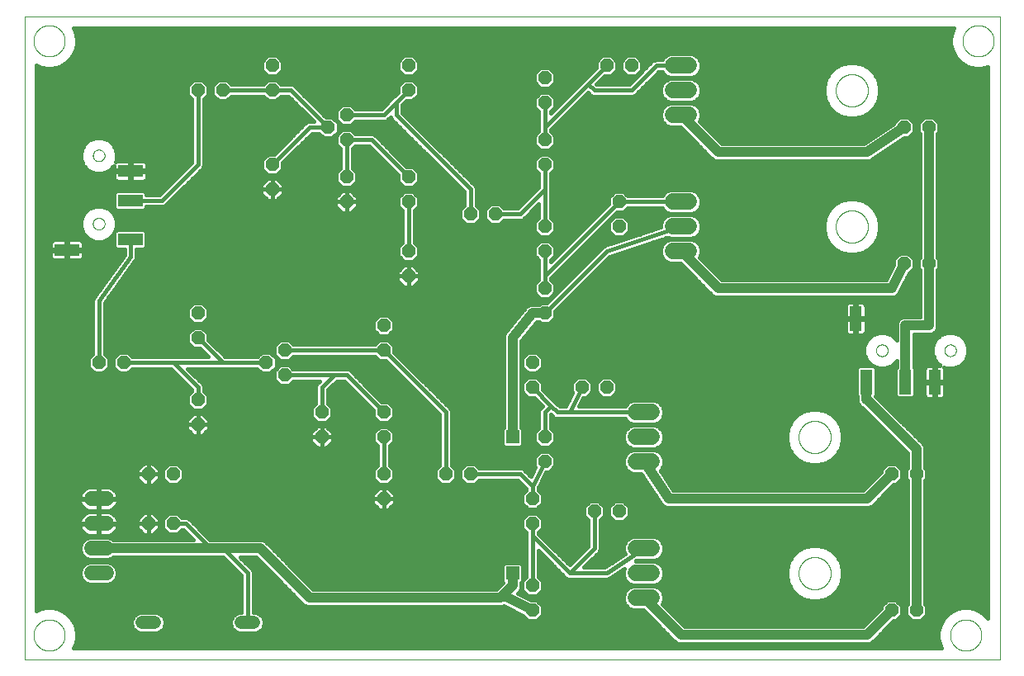
<source format=gtl>
G75*
%MOIN*%
%OFA0B0*%
%FSLAX25Y25*%
%IPPOS*%
%LPD*%
%AMOC8*
5,1,8,0,0,1.08239X$1,22.5*
%
%ADD10C,0.00000*%
%ADD11OC8,0.05200*%
%ADD12C,0.05200*%
%ADD13R,0.09843X0.04724*%
%ADD14C,0.06000*%
%ADD15R,0.04724X0.09843*%
%ADD16C,0.06600*%
%ADD17C,0.01600*%
%ADD18C,0.04000*%
%ADD19C,0.03200*%
%ADD20R,0.05315X0.05315*%
D10*
X0016800Y0011800D02*
X0016800Y0271761D01*
X0410501Y0271761D01*
X0410501Y0011800D01*
X0016800Y0011800D01*
X0020501Y0021800D02*
X0020503Y0021958D01*
X0020509Y0022116D01*
X0020519Y0022274D01*
X0020533Y0022432D01*
X0020551Y0022589D01*
X0020572Y0022746D01*
X0020598Y0022902D01*
X0020628Y0023058D01*
X0020661Y0023213D01*
X0020699Y0023366D01*
X0020740Y0023519D01*
X0020785Y0023671D01*
X0020834Y0023822D01*
X0020887Y0023971D01*
X0020943Y0024119D01*
X0021003Y0024265D01*
X0021067Y0024410D01*
X0021135Y0024553D01*
X0021206Y0024695D01*
X0021280Y0024835D01*
X0021358Y0024972D01*
X0021440Y0025108D01*
X0021524Y0025242D01*
X0021613Y0025373D01*
X0021704Y0025502D01*
X0021799Y0025629D01*
X0021896Y0025754D01*
X0021997Y0025876D01*
X0022101Y0025995D01*
X0022208Y0026112D01*
X0022318Y0026226D01*
X0022431Y0026337D01*
X0022546Y0026446D01*
X0022664Y0026551D01*
X0022785Y0026653D01*
X0022908Y0026753D01*
X0023034Y0026849D01*
X0023162Y0026942D01*
X0023292Y0027032D01*
X0023425Y0027118D01*
X0023560Y0027202D01*
X0023696Y0027281D01*
X0023835Y0027358D01*
X0023976Y0027430D01*
X0024118Y0027500D01*
X0024262Y0027565D01*
X0024408Y0027627D01*
X0024555Y0027685D01*
X0024704Y0027740D01*
X0024854Y0027791D01*
X0025005Y0027838D01*
X0025157Y0027881D01*
X0025310Y0027920D01*
X0025465Y0027956D01*
X0025620Y0027987D01*
X0025776Y0028015D01*
X0025932Y0028039D01*
X0026089Y0028059D01*
X0026247Y0028075D01*
X0026404Y0028087D01*
X0026563Y0028095D01*
X0026721Y0028099D01*
X0026879Y0028099D01*
X0027037Y0028095D01*
X0027196Y0028087D01*
X0027353Y0028075D01*
X0027511Y0028059D01*
X0027668Y0028039D01*
X0027824Y0028015D01*
X0027980Y0027987D01*
X0028135Y0027956D01*
X0028290Y0027920D01*
X0028443Y0027881D01*
X0028595Y0027838D01*
X0028746Y0027791D01*
X0028896Y0027740D01*
X0029045Y0027685D01*
X0029192Y0027627D01*
X0029338Y0027565D01*
X0029482Y0027500D01*
X0029624Y0027430D01*
X0029765Y0027358D01*
X0029904Y0027281D01*
X0030040Y0027202D01*
X0030175Y0027118D01*
X0030308Y0027032D01*
X0030438Y0026942D01*
X0030566Y0026849D01*
X0030692Y0026753D01*
X0030815Y0026653D01*
X0030936Y0026551D01*
X0031054Y0026446D01*
X0031169Y0026337D01*
X0031282Y0026226D01*
X0031392Y0026112D01*
X0031499Y0025995D01*
X0031603Y0025876D01*
X0031704Y0025754D01*
X0031801Y0025629D01*
X0031896Y0025502D01*
X0031987Y0025373D01*
X0032076Y0025242D01*
X0032160Y0025108D01*
X0032242Y0024972D01*
X0032320Y0024835D01*
X0032394Y0024695D01*
X0032465Y0024553D01*
X0032533Y0024410D01*
X0032597Y0024265D01*
X0032657Y0024119D01*
X0032713Y0023971D01*
X0032766Y0023822D01*
X0032815Y0023671D01*
X0032860Y0023519D01*
X0032901Y0023366D01*
X0032939Y0023213D01*
X0032972Y0023058D01*
X0033002Y0022902D01*
X0033028Y0022746D01*
X0033049Y0022589D01*
X0033067Y0022432D01*
X0033081Y0022274D01*
X0033091Y0022116D01*
X0033097Y0021958D01*
X0033099Y0021800D01*
X0033097Y0021642D01*
X0033091Y0021484D01*
X0033081Y0021326D01*
X0033067Y0021168D01*
X0033049Y0021011D01*
X0033028Y0020854D01*
X0033002Y0020698D01*
X0032972Y0020542D01*
X0032939Y0020387D01*
X0032901Y0020234D01*
X0032860Y0020081D01*
X0032815Y0019929D01*
X0032766Y0019778D01*
X0032713Y0019629D01*
X0032657Y0019481D01*
X0032597Y0019335D01*
X0032533Y0019190D01*
X0032465Y0019047D01*
X0032394Y0018905D01*
X0032320Y0018765D01*
X0032242Y0018628D01*
X0032160Y0018492D01*
X0032076Y0018358D01*
X0031987Y0018227D01*
X0031896Y0018098D01*
X0031801Y0017971D01*
X0031704Y0017846D01*
X0031603Y0017724D01*
X0031499Y0017605D01*
X0031392Y0017488D01*
X0031282Y0017374D01*
X0031169Y0017263D01*
X0031054Y0017154D01*
X0030936Y0017049D01*
X0030815Y0016947D01*
X0030692Y0016847D01*
X0030566Y0016751D01*
X0030438Y0016658D01*
X0030308Y0016568D01*
X0030175Y0016482D01*
X0030040Y0016398D01*
X0029904Y0016319D01*
X0029765Y0016242D01*
X0029624Y0016170D01*
X0029482Y0016100D01*
X0029338Y0016035D01*
X0029192Y0015973D01*
X0029045Y0015915D01*
X0028896Y0015860D01*
X0028746Y0015809D01*
X0028595Y0015762D01*
X0028443Y0015719D01*
X0028290Y0015680D01*
X0028135Y0015644D01*
X0027980Y0015613D01*
X0027824Y0015585D01*
X0027668Y0015561D01*
X0027511Y0015541D01*
X0027353Y0015525D01*
X0027196Y0015513D01*
X0027037Y0015505D01*
X0026879Y0015501D01*
X0026721Y0015501D01*
X0026563Y0015505D01*
X0026404Y0015513D01*
X0026247Y0015525D01*
X0026089Y0015541D01*
X0025932Y0015561D01*
X0025776Y0015585D01*
X0025620Y0015613D01*
X0025465Y0015644D01*
X0025310Y0015680D01*
X0025157Y0015719D01*
X0025005Y0015762D01*
X0024854Y0015809D01*
X0024704Y0015860D01*
X0024555Y0015915D01*
X0024408Y0015973D01*
X0024262Y0016035D01*
X0024118Y0016100D01*
X0023976Y0016170D01*
X0023835Y0016242D01*
X0023696Y0016319D01*
X0023560Y0016398D01*
X0023425Y0016482D01*
X0023292Y0016568D01*
X0023162Y0016658D01*
X0023034Y0016751D01*
X0022908Y0016847D01*
X0022785Y0016947D01*
X0022664Y0017049D01*
X0022546Y0017154D01*
X0022431Y0017263D01*
X0022318Y0017374D01*
X0022208Y0017488D01*
X0022101Y0017605D01*
X0021997Y0017724D01*
X0021896Y0017846D01*
X0021799Y0017971D01*
X0021704Y0018098D01*
X0021613Y0018227D01*
X0021524Y0018358D01*
X0021440Y0018492D01*
X0021358Y0018628D01*
X0021280Y0018765D01*
X0021206Y0018905D01*
X0021135Y0019047D01*
X0021067Y0019190D01*
X0021003Y0019335D01*
X0020943Y0019481D01*
X0020887Y0019629D01*
X0020834Y0019778D01*
X0020785Y0019929D01*
X0020740Y0020081D01*
X0020699Y0020234D01*
X0020661Y0020387D01*
X0020628Y0020542D01*
X0020598Y0020698D01*
X0020572Y0020854D01*
X0020551Y0021011D01*
X0020533Y0021168D01*
X0020519Y0021326D01*
X0020509Y0021484D01*
X0020503Y0021642D01*
X0020501Y0021800D01*
X0044438Y0187942D02*
X0044440Y0188039D01*
X0044446Y0188136D01*
X0044456Y0188232D01*
X0044470Y0188328D01*
X0044488Y0188424D01*
X0044509Y0188518D01*
X0044535Y0188612D01*
X0044564Y0188704D01*
X0044598Y0188795D01*
X0044634Y0188885D01*
X0044675Y0188973D01*
X0044719Y0189059D01*
X0044767Y0189144D01*
X0044818Y0189226D01*
X0044872Y0189307D01*
X0044930Y0189385D01*
X0044991Y0189460D01*
X0045054Y0189533D01*
X0045121Y0189604D01*
X0045191Y0189671D01*
X0045263Y0189736D01*
X0045338Y0189797D01*
X0045416Y0189856D01*
X0045495Y0189911D01*
X0045577Y0189963D01*
X0045661Y0190011D01*
X0045747Y0190056D01*
X0045835Y0190098D01*
X0045924Y0190136D01*
X0046015Y0190170D01*
X0046107Y0190200D01*
X0046200Y0190227D01*
X0046295Y0190249D01*
X0046390Y0190268D01*
X0046486Y0190283D01*
X0046582Y0190294D01*
X0046679Y0190301D01*
X0046776Y0190304D01*
X0046873Y0190303D01*
X0046970Y0190298D01*
X0047066Y0190289D01*
X0047162Y0190276D01*
X0047258Y0190259D01*
X0047353Y0190238D01*
X0047446Y0190214D01*
X0047539Y0190185D01*
X0047631Y0190153D01*
X0047721Y0190117D01*
X0047809Y0190078D01*
X0047896Y0190034D01*
X0047981Y0189988D01*
X0048064Y0189937D01*
X0048145Y0189884D01*
X0048223Y0189827D01*
X0048300Y0189767D01*
X0048373Y0189704D01*
X0048444Y0189638D01*
X0048512Y0189569D01*
X0048578Y0189497D01*
X0048640Y0189423D01*
X0048699Y0189346D01*
X0048755Y0189267D01*
X0048808Y0189185D01*
X0048858Y0189102D01*
X0048903Y0189016D01*
X0048946Y0188929D01*
X0048985Y0188840D01*
X0049020Y0188750D01*
X0049051Y0188658D01*
X0049078Y0188565D01*
X0049102Y0188471D01*
X0049122Y0188376D01*
X0049138Y0188280D01*
X0049150Y0188184D01*
X0049158Y0188087D01*
X0049162Y0187990D01*
X0049162Y0187894D01*
X0049158Y0187797D01*
X0049150Y0187700D01*
X0049138Y0187604D01*
X0049122Y0187508D01*
X0049102Y0187413D01*
X0049078Y0187319D01*
X0049051Y0187226D01*
X0049020Y0187134D01*
X0048985Y0187044D01*
X0048946Y0186955D01*
X0048903Y0186868D01*
X0048858Y0186782D01*
X0048808Y0186699D01*
X0048755Y0186617D01*
X0048699Y0186538D01*
X0048640Y0186461D01*
X0048578Y0186387D01*
X0048512Y0186315D01*
X0048444Y0186246D01*
X0048373Y0186180D01*
X0048300Y0186117D01*
X0048223Y0186057D01*
X0048145Y0186000D01*
X0048064Y0185947D01*
X0047981Y0185896D01*
X0047896Y0185850D01*
X0047809Y0185806D01*
X0047721Y0185767D01*
X0047631Y0185731D01*
X0047539Y0185699D01*
X0047446Y0185670D01*
X0047353Y0185646D01*
X0047258Y0185625D01*
X0047162Y0185608D01*
X0047066Y0185595D01*
X0046970Y0185586D01*
X0046873Y0185581D01*
X0046776Y0185580D01*
X0046679Y0185583D01*
X0046582Y0185590D01*
X0046486Y0185601D01*
X0046390Y0185616D01*
X0046295Y0185635D01*
X0046200Y0185657D01*
X0046107Y0185684D01*
X0046015Y0185714D01*
X0045924Y0185748D01*
X0045835Y0185786D01*
X0045747Y0185828D01*
X0045661Y0185873D01*
X0045577Y0185921D01*
X0045495Y0185973D01*
X0045416Y0186028D01*
X0045338Y0186087D01*
X0045263Y0186148D01*
X0045191Y0186213D01*
X0045121Y0186280D01*
X0045054Y0186351D01*
X0044991Y0186424D01*
X0044930Y0186499D01*
X0044872Y0186577D01*
X0044818Y0186658D01*
X0044767Y0186740D01*
X0044719Y0186825D01*
X0044675Y0186911D01*
X0044634Y0186999D01*
X0044598Y0187089D01*
X0044564Y0187180D01*
X0044535Y0187272D01*
X0044509Y0187366D01*
X0044488Y0187460D01*
X0044470Y0187556D01*
X0044456Y0187652D01*
X0044446Y0187748D01*
X0044440Y0187845D01*
X0044438Y0187942D01*
X0044438Y0215501D02*
X0044440Y0215598D01*
X0044446Y0215695D01*
X0044456Y0215791D01*
X0044470Y0215887D01*
X0044488Y0215983D01*
X0044509Y0216077D01*
X0044535Y0216171D01*
X0044564Y0216263D01*
X0044598Y0216354D01*
X0044634Y0216444D01*
X0044675Y0216532D01*
X0044719Y0216618D01*
X0044767Y0216703D01*
X0044818Y0216785D01*
X0044872Y0216866D01*
X0044930Y0216944D01*
X0044991Y0217019D01*
X0045054Y0217092D01*
X0045121Y0217163D01*
X0045191Y0217230D01*
X0045263Y0217295D01*
X0045338Y0217356D01*
X0045416Y0217415D01*
X0045495Y0217470D01*
X0045577Y0217522D01*
X0045661Y0217570D01*
X0045747Y0217615D01*
X0045835Y0217657D01*
X0045924Y0217695D01*
X0046015Y0217729D01*
X0046107Y0217759D01*
X0046200Y0217786D01*
X0046295Y0217808D01*
X0046390Y0217827D01*
X0046486Y0217842D01*
X0046582Y0217853D01*
X0046679Y0217860D01*
X0046776Y0217863D01*
X0046873Y0217862D01*
X0046970Y0217857D01*
X0047066Y0217848D01*
X0047162Y0217835D01*
X0047258Y0217818D01*
X0047353Y0217797D01*
X0047446Y0217773D01*
X0047539Y0217744D01*
X0047631Y0217712D01*
X0047721Y0217676D01*
X0047809Y0217637D01*
X0047896Y0217593D01*
X0047981Y0217547D01*
X0048064Y0217496D01*
X0048145Y0217443D01*
X0048223Y0217386D01*
X0048300Y0217326D01*
X0048373Y0217263D01*
X0048444Y0217197D01*
X0048512Y0217128D01*
X0048578Y0217056D01*
X0048640Y0216982D01*
X0048699Y0216905D01*
X0048755Y0216826D01*
X0048808Y0216744D01*
X0048858Y0216661D01*
X0048903Y0216575D01*
X0048946Y0216488D01*
X0048985Y0216399D01*
X0049020Y0216309D01*
X0049051Y0216217D01*
X0049078Y0216124D01*
X0049102Y0216030D01*
X0049122Y0215935D01*
X0049138Y0215839D01*
X0049150Y0215743D01*
X0049158Y0215646D01*
X0049162Y0215549D01*
X0049162Y0215453D01*
X0049158Y0215356D01*
X0049150Y0215259D01*
X0049138Y0215163D01*
X0049122Y0215067D01*
X0049102Y0214972D01*
X0049078Y0214878D01*
X0049051Y0214785D01*
X0049020Y0214693D01*
X0048985Y0214603D01*
X0048946Y0214514D01*
X0048903Y0214427D01*
X0048858Y0214341D01*
X0048808Y0214258D01*
X0048755Y0214176D01*
X0048699Y0214097D01*
X0048640Y0214020D01*
X0048578Y0213946D01*
X0048512Y0213874D01*
X0048444Y0213805D01*
X0048373Y0213739D01*
X0048300Y0213676D01*
X0048223Y0213616D01*
X0048145Y0213559D01*
X0048064Y0213506D01*
X0047981Y0213455D01*
X0047896Y0213409D01*
X0047809Y0213365D01*
X0047721Y0213326D01*
X0047631Y0213290D01*
X0047539Y0213258D01*
X0047446Y0213229D01*
X0047353Y0213205D01*
X0047258Y0213184D01*
X0047162Y0213167D01*
X0047066Y0213154D01*
X0046970Y0213145D01*
X0046873Y0213140D01*
X0046776Y0213139D01*
X0046679Y0213142D01*
X0046582Y0213149D01*
X0046486Y0213160D01*
X0046390Y0213175D01*
X0046295Y0213194D01*
X0046200Y0213216D01*
X0046107Y0213243D01*
X0046015Y0213273D01*
X0045924Y0213307D01*
X0045835Y0213345D01*
X0045747Y0213387D01*
X0045661Y0213432D01*
X0045577Y0213480D01*
X0045495Y0213532D01*
X0045416Y0213587D01*
X0045338Y0213646D01*
X0045263Y0213707D01*
X0045191Y0213772D01*
X0045121Y0213839D01*
X0045054Y0213910D01*
X0044991Y0213983D01*
X0044930Y0214058D01*
X0044872Y0214136D01*
X0044818Y0214217D01*
X0044767Y0214299D01*
X0044719Y0214384D01*
X0044675Y0214470D01*
X0044634Y0214558D01*
X0044598Y0214648D01*
X0044564Y0214739D01*
X0044535Y0214831D01*
X0044509Y0214925D01*
X0044488Y0215019D01*
X0044470Y0215115D01*
X0044456Y0215211D01*
X0044446Y0215307D01*
X0044440Y0215404D01*
X0044438Y0215501D01*
X0020501Y0261800D02*
X0020503Y0261958D01*
X0020509Y0262116D01*
X0020519Y0262274D01*
X0020533Y0262432D01*
X0020551Y0262589D01*
X0020572Y0262746D01*
X0020598Y0262902D01*
X0020628Y0263058D01*
X0020661Y0263213D01*
X0020699Y0263366D01*
X0020740Y0263519D01*
X0020785Y0263671D01*
X0020834Y0263822D01*
X0020887Y0263971D01*
X0020943Y0264119D01*
X0021003Y0264265D01*
X0021067Y0264410D01*
X0021135Y0264553D01*
X0021206Y0264695D01*
X0021280Y0264835D01*
X0021358Y0264972D01*
X0021440Y0265108D01*
X0021524Y0265242D01*
X0021613Y0265373D01*
X0021704Y0265502D01*
X0021799Y0265629D01*
X0021896Y0265754D01*
X0021997Y0265876D01*
X0022101Y0265995D01*
X0022208Y0266112D01*
X0022318Y0266226D01*
X0022431Y0266337D01*
X0022546Y0266446D01*
X0022664Y0266551D01*
X0022785Y0266653D01*
X0022908Y0266753D01*
X0023034Y0266849D01*
X0023162Y0266942D01*
X0023292Y0267032D01*
X0023425Y0267118D01*
X0023560Y0267202D01*
X0023696Y0267281D01*
X0023835Y0267358D01*
X0023976Y0267430D01*
X0024118Y0267500D01*
X0024262Y0267565D01*
X0024408Y0267627D01*
X0024555Y0267685D01*
X0024704Y0267740D01*
X0024854Y0267791D01*
X0025005Y0267838D01*
X0025157Y0267881D01*
X0025310Y0267920D01*
X0025465Y0267956D01*
X0025620Y0267987D01*
X0025776Y0268015D01*
X0025932Y0268039D01*
X0026089Y0268059D01*
X0026247Y0268075D01*
X0026404Y0268087D01*
X0026563Y0268095D01*
X0026721Y0268099D01*
X0026879Y0268099D01*
X0027037Y0268095D01*
X0027196Y0268087D01*
X0027353Y0268075D01*
X0027511Y0268059D01*
X0027668Y0268039D01*
X0027824Y0268015D01*
X0027980Y0267987D01*
X0028135Y0267956D01*
X0028290Y0267920D01*
X0028443Y0267881D01*
X0028595Y0267838D01*
X0028746Y0267791D01*
X0028896Y0267740D01*
X0029045Y0267685D01*
X0029192Y0267627D01*
X0029338Y0267565D01*
X0029482Y0267500D01*
X0029624Y0267430D01*
X0029765Y0267358D01*
X0029904Y0267281D01*
X0030040Y0267202D01*
X0030175Y0267118D01*
X0030308Y0267032D01*
X0030438Y0266942D01*
X0030566Y0266849D01*
X0030692Y0266753D01*
X0030815Y0266653D01*
X0030936Y0266551D01*
X0031054Y0266446D01*
X0031169Y0266337D01*
X0031282Y0266226D01*
X0031392Y0266112D01*
X0031499Y0265995D01*
X0031603Y0265876D01*
X0031704Y0265754D01*
X0031801Y0265629D01*
X0031896Y0265502D01*
X0031987Y0265373D01*
X0032076Y0265242D01*
X0032160Y0265108D01*
X0032242Y0264972D01*
X0032320Y0264835D01*
X0032394Y0264695D01*
X0032465Y0264553D01*
X0032533Y0264410D01*
X0032597Y0264265D01*
X0032657Y0264119D01*
X0032713Y0263971D01*
X0032766Y0263822D01*
X0032815Y0263671D01*
X0032860Y0263519D01*
X0032901Y0263366D01*
X0032939Y0263213D01*
X0032972Y0263058D01*
X0033002Y0262902D01*
X0033028Y0262746D01*
X0033049Y0262589D01*
X0033067Y0262432D01*
X0033081Y0262274D01*
X0033091Y0262116D01*
X0033097Y0261958D01*
X0033099Y0261800D01*
X0033097Y0261642D01*
X0033091Y0261484D01*
X0033081Y0261326D01*
X0033067Y0261168D01*
X0033049Y0261011D01*
X0033028Y0260854D01*
X0033002Y0260698D01*
X0032972Y0260542D01*
X0032939Y0260387D01*
X0032901Y0260234D01*
X0032860Y0260081D01*
X0032815Y0259929D01*
X0032766Y0259778D01*
X0032713Y0259629D01*
X0032657Y0259481D01*
X0032597Y0259335D01*
X0032533Y0259190D01*
X0032465Y0259047D01*
X0032394Y0258905D01*
X0032320Y0258765D01*
X0032242Y0258628D01*
X0032160Y0258492D01*
X0032076Y0258358D01*
X0031987Y0258227D01*
X0031896Y0258098D01*
X0031801Y0257971D01*
X0031704Y0257846D01*
X0031603Y0257724D01*
X0031499Y0257605D01*
X0031392Y0257488D01*
X0031282Y0257374D01*
X0031169Y0257263D01*
X0031054Y0257154D01*
X0030936Y0257049D01*
X0030815Y0256947D01*
X0030692Y0256847D01*
X0030566Y0256751D01*
X0030438Y0256658D01*
X0030308Y0256568D01*
X0030175Y0256482D01*
X0030040Y0256398D01*
X0029904Y0256319D01*
X0029765Y0256242D01*
X0029624Y0256170D01*
X0029482Y0256100D01*
X0029338Y0256035D01*
X0029192Y0255973D01*
X0029045Y0255915D01*
X0028896Y0255860D01*
X0028746Y0255809D01*
X0028595Y0255762D01*
X0028443Y0255719D01*
X0028290Y0255680D01*
X0028135Y0255644D01*
X0027980Y0255613D01*
X0027824Y0255585D01*
X0027668Y0255561D01*
X0027511Y0255541D01*
X0027353Y0255525D01*
X0027196Y0255513D01*
X0027037Y0255505D01*
X0026879Y0255501D01*
X0026721Y0255501D01*
X0026563Y0255505D01*
X0026404Y0255513D01*
X0026247Y0255525D01*
X0026089Y0255541D01*
X0025932Y0255561D01*
X0025776Y0255585D01*
X0025620Y0255613D01*
X0025465Y0255644D01*
X0025310Y0255680D01*
X0025157Y0255719D01*
X0025005Y0255762D01*
X0024854Y0255809D01*
X0024704Y0255860D01*
X0024555Y0255915D01*
X0024408Y0255973D01*
X0024262Y0256035D01*
X0024118Y0256100D01*
X0023976Y0256170D01*
X0023835Y0256242D01*
X0023696Y0256319D01*
X0023560Y0256398D01*
X0023425Y0256482D01*
X0023292Y0256568D01*
X0023162Y0256658D01*
X0023034Y0256751D01*
X0022908Y0256847D01*
X0022785Y0256947D01*
X0022664Y0257049D01*
X0022546Y0257154D01*
X0022431Y0257263D01*
X0022318Y0257374D01*
X0022208Y0257488D01*
X0022101Y0257605D01*
X0021997Y0257724D01*
X0021896Y0257846D01*
X0021799Y0257971D01*
X0021704Y0258098D01*
X0021613Y0258227D01*
X0021524Y0258358D01*
X0021440Y0258492D01*
X0021358Y0258628D01*
X0021280Y0258765D01*
X0021206Y0258905D01*
X0021135Y0259047D01*
X0021067Y0259190D01*
X0021003Y0259335D01*
X0020943Y0259481D01*
X0020887Y0259629D01*
X0020834Y0259778D01*
X0020785Y0259929D01*
X0020740Y0260081D01*
X0020699Y0260234D01*
X0020661Y0260387D01*
X0020628Y0260542D01*
X0020598Y0260698D01*
X0020572Y0260854D01*
X0020551Y0261011D01*
X0020533Y0261168D01*
X0020519Y0261326D01*
X0020509Y0261484D01*
X0020503Y0261642D01*
X0020501Y0261800D01*
X0329300Y0101800D02*
X0329302Y0101961D01*
X0329308Y0102121D01*
X0329318Y0102282D01*
X0329332Y0102442D01*
X0329350Y0102602D01*
X0329371Y0102761D01*
X0329397Y0102920D01*
X0329427Y0103078D01*
X0329460Y0103235D01*
X0329498Y0103392D01*
X0329539Y0103547D01*
X0329584Y0103701D01*
X0329633Y0103854D01*
X0329686Y0104006D01*
X0329742Y0104157D01*
X0329803Y0104306D01*
X0329866Y0104454D01*
X0329934Y0104600D01*
X0330005Y0104744D01*
X0330079Y0104886D01*
X0330157Y0105027D01*
X0330239Y0105165D01*
X0330324Y0105302D01*
X0330412Y0105436D01*
X0330504Y0105568D01*
X0330599Y0105698D01*
X0330697Y0105826D01*
X0330798Y0105951D01*
X0330902Y0106073D01*
X0331009Y0106193D01*
X0331119Y0106310D01*
X0331232Y0106425D01*
X0331348Y0106536D01*
X0331467Y0106645D01*
X0331588Y0106750D01*
X0331712Y0106853D01*
X0331838Y0106953D01*
X0331966Y0107049D01*
X0332097Y0107142D01*
X0332231Y0107232D01*
X0332366Y0107319D01*
X0332504Y0107402D01*
X0332643Y0107482D01*
X0332785Y0107558D01*
X0332928Y0107631D01*
X0333073Y0107700D01*
X0333220Y0107766D01*
X0333368Y0107828D01*
X0333518Y0107886D01*
X0333669Y0107941D01*
X0333822Y0107992D01*
X0333976Y0108039D01*
X0334131Y0108082D01*
X0334287Y0108121D01*
X0334443Y0108157D01*
X0334601Y0108188D01*
X0334759Y0108216D01*
X0334918Y0108240D01*
X0335078Y0108260D01*
X0335238Y0108276D01*
X0335398Y0108288D01*
X0335559Y0108296D01*
X0335720Y0108300D01*
X0335880Y0108300D01*
X0336041Y0108296D01*
X0336202Y0108288D01*
X0336362Y0108276D01*
X0336522Y0108260D01*
X0336682Y0108240D01*
X0336841Y0108216D01*
X0336999Y0108188D01*
X0337157Y0108157D01*
X0337313Y0108121D01*
X0337469Y0108082D01*
X0337624Y0108039D01*
X0337778Y0107992D01*
X0337931Y0107941D01*
X0338082Y0107886D01*
X0338232Y0107828D01*
X0338380Y0107766D01*
X0338527Y0107700D01*
X0338672Y0107631D01*
X0338815Y0107558D01*
X0338957Y0107482D01*
X0339096Y0107402D01*
X0339234Y0107319D01*
X0339369Y0107232D01*
X0339503Y0107142D01*
X0339634Y0107049D01*
X0339762Y0106953D01*
X0339888Y0106853D01*
X0340012Y0106750D01*
X0340133Y0106645D01*
X0340252Y0106536D01*
X0340368Y0106425D01*
X0340481Y0106310D01*
X0340591Y0106193D01*
X0340698Y0106073D01*
X0340802Y0105951D01*
X0340903Y0105826D01*
X0341001Y0105698D01*
X0341096Y0105568D01*
X0341188Y0105436D01*
X0341276Y0105302D01*
X0341361Y0105165D01*
X0341443Y0105027D01*
X0341521Y0104886D01*
X0341595Y0104744D01*
X0341666Y0104600D01*
X0341734Y0104454D01*
X0341797Y0104306D01*
X0341858Y0104157D01*
X0341914Y0104006D01*
X0341967Y0103854D01*
X0342016Y0103701D01*
X0342061Y0103547D01*
X0342102Y0103392D01*
X0342140Y0103235D01*
X0342173Y0103078D01*
X0342203Y0102920D01*
X0342229Y0102761D01*
X0342250Y0102602D01*
X0342268Y0102442D01*
X0342282Y0102282D01*
X0342292Y0102121D01*
X0342298Y0101961D01*
X0342300Y0101800D01*
X0342298Y0101639D01*
X0342292Y0101479D01*
X0342282Y0101318D01*
X0342268Y0101158D01*
X0342250Y0100998D01*
X0342229Y0100839D01*
X0342203Y0100680D01*
X0342173Y0100522D01*
X0342140Y0100365D01*
X0342102Y0100208D01*
X0342061Y0100053D01*
X0342016Y0099899D01*
X0341967Y0099746D01*
X0341914Y0099594D01*
X0341858Y0099443D01*
X0341797Y0099294D01*
X0341734Y0099146D01*
X0341666Y0099000D01*
X0341595Y0098856D01*
X0341521Y0098714D01*
X0341443Y0098573D01*
X0341361Y0098435D01*
X0341276Y0098298D01*
X0341188Y0098164D01*
X0341096Y0098032D01*
X0341001Y0097902D01*
X0340903Y0097774D01*
X0340802Y0097649D01*
X0340698Y0097527D01*
X0340591Y0097407D01*
X0340481Y0097290D01*
X0340368Y0097175D01*
X0340252Y0097064D01*
X0340133Y0096955D01*
X0340012Y0096850D01*
X0339888Y0096747D01*
X0339762Y0096647D01*
X0339634Y0096551D01*
X0339503Y0096458D01*
X0339369Y0096368D01*
X0339234Y0096281D01*
X0339096Y0096198D01*
X0338957Y0096118D01*
X0338815Y0096042D01*
X0338672Y0095969D01*
X0338527Y0095900D01*
X0338380Y0095834D01*
X0338232Y0095772D01*
X0338082Y0095714D01*
X0337931Y0095659D01*
X0337778Y0095608D01*
X0337624Y0095561D01*
X0337469Y0095518D01*
X0337313Y0095479D01*
X0337157Y0095443D01*
X0336999Y0095412D01*
X0336841Y0095384D01*
X0336682Y0095360D01*
X0336522Y0095340D01*
X0336362Y0095324D01*
X0336202Y0095312D01*
X0336041Y0095304D01*
X0335880Y0095300D01*
X0335720Y0095300D01*
X0335559Y0095304D01*
X0335398Y0095312D01*
X0335238Y0095324D01*
X0335078Y0095340D01*
X0334918Y0095360D01*
X0334759Y0095384D01*
X0334601Y0095412D01*
X0334443Y0095443D01*
X0334287Y0095479D01*
X0334131Y0095518D01*
X0333976Y0095561D01*
X0333822Y0095608D01*
X0333669Y0095659D01*
X0333518Y0095714D01*
X0333368Y0095772D01*
X0333220Y0095834D01*
X0333073Y0095900D01*
X0332928Y0095969D01*
X0332785Y0096042D01*
X0332643Y0096118D01*
X0332504Y0096198D01*
X0332366Y0096281D01*
X0332231Y0096368D01*
X0332097Y0096458D01*
X0331966Y0096551D01*
X0331838Y0096647D01*
X0331712Y0096747D01*
X0331588Y0096850D01*
X0331467Y0096955D01*
X0331348Y0097064D01*
X0331232Y0097175D01*
X0331119Y0097290D01*
X0331009Y0097407D01*
X0330902Y0097527D01*
X0330798Y0097649D01*
X0330697Y0097774D01*
X0330599Y0097902D01*
X0330504Y0098032D01*
X0330412Y0098164D01*
X0330324Y0098298D01*
X0330239Y0098435D01*
X0330157Y0098573D01*
X0330079Y0098714D01*
X0330005Y0098856D01*
X0329934Y0099000D01*
X0329866Y0099146D01*
X0329803Y0099294D01*
X0329742Y0099443D01*
X0329686Y0099594D01*
X0329633Y0099746D01*
X0329584Y0099899D01*
X0329539Y0100053D01*
X0329498Y0100208D01*
X0329460Y0100365D01*
X0329427Y0100522D01*
X0329397Y0100680D01*
X0329371Y0100839D01*
X0329350Y0100998D01*
X0329332Y0101158D01*
X0329318Y0101318D01*
X0329308Y0101479D01*
X0329302Y0101639D01*
X0329300Y0101800D01*
X0360580Y0136800D02*
X0360582Y0136897D01*
X0360588Y0136994D01*
X0360598Y0137090D01*
X0360612Y0137186D01*
X0360630Y0137282D01*
X0360651Y0137376D01*
X0360677Y0137470D01*
X0360706Y0137562D01*
X0360740Y0137653D01*
X0360776Y0137743D01*
X0360817Y0137831D01*
X0360861Y0137917D01*
X0360909Y0138002D01*
X0360960Y0138084D01*
X0361014Y0138165D01*
X0361072Y0138243D01*
X0361133Y0138318D01*
X0361196Y0138391D01*
X0361263Y0138462D01*
X0361333Y0138529D01*
X0361405Y0138594D01*
X0361480Y0138655D01*
X0361558Y0138714D01*
X0361637Y0138769D01*
X0361719Y0138821D01*
X0361803Y0138869D01*
X0361889Y0138914D01*
X0361977Y0138956D01*
X0362066Y0138994D01*
X0362157Y0139028D01*
X0362249Y0139058D01*
X0362342Y0139085D01*
X0362437Y0139107D01*
X0362532Y0139126D01*
X0362628Y0139141D01*
X0362724Y0139152D01*
X0362821Y0139159D01*
X0362918Y0139162D01*
X0363015Y0139161D01*
X0363112Y0139156D01*
X0363208Y0139147D01*
X0363304Y0139134D01*
X0363400Y0139117D01*
X0363495Y0139096D01*
X0363588Y0139072D01*
X0363681Y0139043D01*
X0363773Y0139011D01*
X0363863Y0138975D01*
X0363951Y0138936D01*
X0364038Y0138892D01*
X0364123Y0138846D01*
X0364206Y0138795D01*
X0364287Y0138742D01*
X0364365Y0138685D01*
X0364442Y0138625D01*
X0364515Y0138562D01*
X0364586Y0138496D01*
X0364654Y0138427D01*
X0364720Y0138355D01*
X0364782Y0138281D01*
X0364841Y0138204D01*
X0364897Y0138125D01*
X0364950Y0138043D01*
X0365000Y0137960D01*
X0365045Y0137874D01*
X0365088Y0137787D01*
X0365127Y0137698D01*
X0365162Y0137608D01*
X0365193Y0137516D01*
X0365220Y0137423D01*
X0365244Y0137329D01*
X0365264Y0137234D01*
X0365280Y0137138D01*
X0365292Y0137042D01*
X0365300Y0136945D01*
X0365304Y0136848D01*
X0365304Y0136752D01*
X0365300Y0136655D01*
X0365292Y0136558D01*
X0365280Y0136462D01*
X0365264Y0136366D01*
X0365244Y0136271D01*
X0365220Y0136177D01*
X0365193Y0136084D01*
X0365162Y0135992D01*
X0365127Y0135902D01*
X0365088Y0135813D01*
X0365045Y0135726D01*
X0365000Y0135640D01*
X0364950Y0135557D01*
X0364897Y0135475D01*
X0364841Y0135396D01*
X0364782Y0135319D01*
X0364720Y0135245D01*
X0364654Y0135173D01*
X0364586Y0135104D01*
X0364515Y0135038D01*
X0364442Y0134975D01*
X0364365Y0134915D01*
X0364287Y0134858D01*
X0364206Y0134805D01*
X0364123Y0134754D01*
X0364038Y0134708D01*
X0363951Y0134664D01*
X0363863Y0134625D01*
X0363773Y0134589D01*
X0363681Y0134557D01*
X0363588Y0134528D01*
X0363495Y0134504D01*
X0363400Y0134483D01*
X0363304Y0134466D01*
X0363208Y0134453D01*
X0363112Y0134444D01*
X0363015Y0134439D01*
X0362918Y0134438D01*
X0362821Y0134441D01*
X0362724Y0134448D01*
X0362628Y0134459D01*
X0362532Y0134474D01*
X0362437Y0134493D01*
X0362342Y0134515D01*
X0362249Y0134542D01*
X0362157Y0134572D01*
X0362066Y0134606D01*
X0361977Y0134644D01*
X0361889Y0134686D01*
X0361803Y0134731D01*
X0361719Y0134779D01*
X0361637Y0134831D01*
X0361558Y0134886D01*
X0361480Y0134945D01*
X0361405Y0135006D01*
X0361333Y0135071D01*
X0361263Y0135138D01*
X0361196Y0135209D01*
X0361133Y0135282D01*
X0361072Y0135357D01*
X0361014Y0135435D01*
X0360960Y0135516D01*
X0360909Y0135598D01*
X0360861Y0135683D01*
X0360817Y0135769D01*
X0360776Y0135857D01*
X0360740Y0135947D01*
X0360706Y0136038D01*
X0360677Y0136130D01*
X0360651Y0136224D01*
X0360630Y0136318D01*
X0360612Y0136414D01*
X0360598Y0136510D01*
X0360588Y0136606D01*
X0360582Y0136703D01*
X0360580Y0136800D01*
X0388139Y0136800D02*
X0388141Y0136897D01*
X0388147Y0136994D01*
X0388157Y0137090D01*
X0388171Y0137186D01*
X0388189Y0137282D01*
X0388210Y0137376D01*
X0388236Y0137470D01*
X0388265Y0137562D01*
X0388299Y0137653D01*
X0388335Y0137743D01*
X0388376Y0137831D01*
X0388420Y0137917D01*
X0388468Y0138002D01*
X0388519Y0138084D01*
X0388573Y0138165D01*
X0388631Y0138243D01*
X0388692Y0138318D01*
X0388755Y0138391D01*
X0388822Y0138462D01*
X0388892Y0138529D01*
X0388964Y0138594D01*
X0389039Y0138655D01*
X0389117Y0138714D01*
X0389196Y0138769D01*
X0389278Y0138821D01*
X0389362Y0138869D01*
X0389448Y0138914D01*
X0389536Y0138956D01*
X0389625Y0138994D01*
X0389716Y0139028D01*
X0389808Y0139058D01*
X0389901Y0139085D01*
X0389996Y0139107D01*
X0390091Y0139126D01*
X0390187Y0139141D01*
X0390283Y0139152D01*
X0390380Y0139159D01*
X0390477Y0139162D01*
X0390574Y0139161D01*
X0390671Y0139156D01*
X0390767Y0139147D01*
X0390863Y0139134D01*
X0390959Y0139117D01*
X0391054Y0139096D01*
X0391147Y0139072D01*
X0391240Y0139043D01*
X0391332Y0139011D01*
X0391422Y0138975D01*
X0391510Y0138936D01*
X0391597Y0138892D01*
X0391682Y0138846D01*
X0391765Y0138795D01*
X0391846Y0138742D01*
X0391924Y0138685D01*
X0392001Y0138625D01*
X0392074Y0138562D01*
X0392145Y0138496D01*
X0392213Y0138427D01*
X0392279Y0138355D01*
X0392341Y0138281D01*
X0392400Y0138204D01*
X0392456Y0138125D01*
X0392509Y0138043D01*
X0392559Y0137960D01*
X0392604Y0137874D01*
X0392647Y0137787D01*
X0392686Y0137698D01*
X0392721Y0137608D01*
X0392752Y0137516D01*
X0392779Y0137423D01*
X0392803Y0137329D01*
X0392823Y0137234D01*
X0392839Y0137138D01*
X0392851Y0137042D01*
X0392859Y0136945D01*
X0392863Y0136848D01*
X0392863Y0136752D01*
X0392859Y0136655D01*
X0392851Y0136558D01*
X0392839Y0136462D01*
X0392823Y0136366D01*
X0392803Y0136271D01*
X0392779Y0136177D01*
X0392752Y0136084D01*
X0392721Y0135992D01*
X0392686Y0135902D01*
X0392647Y0135813D01*
X0392604Y0135726D01*
X0392559Y0135640D01*
X0392509Y0135557D01*
X0392456Y0135475D01*
X0392400Y0135396D01*
X0392341Y0135319D01*
X0392279Y0135245D01*
X0392213Y0135173D01*
X0392145Y0135104D01*
X0392074Y0135038D01*
X0392001Y0134975D01*
X0391924Y0134915D01*
X0391846Y0134858D01*
X0391765Y0134805D01*
X0391682Y0134754D01*
X0391597Y0134708D01*
X0391510Y0134664D01*
X0391422Y0134625D01*
X0391332Y0134589D01*
X0391240Y0134557D01*
X0391147Y0134528D01*
X0391054Y0134504D01*
X0390959Y0134483D01*
X0390863Y0134466D01*
X0390767Y0134453D01*
X0390671Y0134444D01*
X0390574Y0134439D01*
X0390477Y0134438D01*
X0390380Y0134441D01*
X0390283Y0134448D01*
X0390187Y0134459D01*
X0390091Y0134474D01*
X0389996Y0134493D01*
X0389901Y0134515D01*
X0389808Y0134542D01*
X0389716Y0134572D01*
X0389625Y0134606D01*
X0389536Y0134644D01*
X0389448Y0134686D01*
X0389362Y0134731D01*
X0389278Y0134779D01*
X0389196Y0134831D01*
X0389117Y0134886D01*
X0389039Y0134945D01*
X0388964Y0135006D01*
X0388892Y0135071D01*
X0388822Y0135138D01*
X0388755Y0135209D01*
X0388692Y0135282D01*
X0388631Y0135357D01*
X0388573Y0135435D01*
X0388519Y0135516D01*
X0388468Y0135598D01*
X0388420Y0135683D01*
X0388376Y0135769D01*
X0388335Y0135857D01*
X0388299Y0135947D01*
X0388265Y0136038D01*
X0388236Y0136130D01*
X0388210Y0136224D01*
X0388189Y0136318D01*
X0388171Y0136414D01*
X0388157Y0136510D01*
X0388147Y0136606D01*
X0388141Y0136703D01*
X0388139Y0136800D01*
X0344300Y0186800D02*
X0344302Y0186961D01*
X0344308Y0187121D01*
X0344318Y0187282D01*
X0344332Y0187442D01*
X0344350Y0187602D01*
X0344371Y0187761D01*
X0344397Y0187920D01*
X0344427Y0188078D01*
X0344460Y0188235D01*
X0344498Y0188392D01*
X0344539Y0188547D01*
X0344584Y0188701D01*
X0344633Y0188854D01*
X0344686Y0189006D01*
X0344742Y0189157D01*
X0344803Y0189306D01*
X0344866Y0189454D01*
X0344934Y0189600D01*
X0345005Y0189744D01*
X0345079Y0189886D01*
X0345157Y0190027D01*
X0345239Y0190165D01*
X0345324Y0190302D01*
X0345412Y0190436D01*
X0345504Y0190568D01*
X0345599Y0190698D01*
X0345697Y0190826D01*
X0345798Y0190951D01*
X0345902Y0191073D01*
X0346009Y0191193D01*
X0346119Y0191310D01*
X0346232Y0191425D01*
X0346348Y0191536D01*
X0346467Y0191645D01*
X0346588Y0191750D01*
X0346712Y0191853D01*
X0346838Y0191953D01*
X0346966Y0192049D01*
X0347097Y0192142D01*
X0347231Y0192232D01*
X0347366Y0192319D01*
X0347504Y0192402D01*
X0347643Y0192482D01*
X0347785Y0192558D01*
X0347928Y0192631D01*
X0348073Y0192700D01*
X0348220Y0192766D01*
X0348368Y0192828D01*
X0348518Y0192886D01*
X0348669Y0192941D01*
X0348822Y0192992D01*
X0348976Y0193039D01*
X0349131Y0193082D01*
X0349287Y0193121D01*
X0349443Y0193157D01*
X0349601Y0193188D01*
X0349759Y0193216D01*
X0349918Y0193240D01*
X0350078Y0193260D01*
X0350238Y0193276D01*
X0350398Y0193288D01*
X0350559Y0193296D01*
X0350720Y0193300D01*
X0350880Y0193300D01*
X0351041Y0193296D01*
X0351202Y0193288D01*
X0351362Y0193276D01*
X0351522Y0193260D01*
X0351682Y0193240D01*
X0351841Y0193216D01*
X0351999Y0193188D01*
X0352157Y0193157D01*
X0352313Y0193121D01*
X0352469Y0193082D01*
X0352624Y0193039D01*
X0352778Y0192992D01*
X0352931Y0192941D01*
X0353082Y0192886D01*
X0353232Y0192828D01*
X0353380Y0192766D01*
X0353527Y0192700D01*
X0353672Y0192631D01*
X0353815Y0192558D01*
X0353957Y0192482D01*
X0354096Y0192402D01*
X0354234Y0192319D01*
X0354369Y0192232D01*
X0354503Y0192142D01*
X0354634Y0192049D01*
X0354762Y0191953D01*
X0354888Y0191853D01*
X0355012Y0191750D01*
X0355133Y0191645D01*
X0355252Y0191536D01*
X0355368Y0191425D01*
X0355481Y0191310D01*
X0355591Y0191193D01*
X0355698Y0191073D01*
X0355802Y0190951D01*
X0355903Y0190826D01*
X0356001Y0190698D01*
X0356096Y0190568D01*
X0356188Y0190436D01*
X0356276Y0190302D01*
X0356361Y0190165D01*
X0356443Y0190027D01*
X0356521Y0189886D01*
X0356595Y0189744D01*
X0356666Y0189600D01*
X0356734Y0189454D01*
X0356797Y0189306D01*
X0356858Y0189157D01*
X0356914Y0189006D01*
X0356967Y0188854D01*
X0357016Y0188701D01*
X0357061Y0188547D01*
X0357102Y0188392D01*
X0357140Y0188235D01*
X0357173Y0188078D01*
X0357203Y0187920D01*
X0357229Y0187761D01*
X0357250Y0187602D01*
X0357268Y0187442D01*
X0357282Y0187282D01*
X0357292Y0187121D01*
X0357298Y0186961D01*
X0357300Y0186800D01*
X0357298Y0186639D01*
X0357292Y0186479D01*
X0357282Y0186318D01*
X0357268Y0186158D01*
X0357250Y0185998D01*
X0357229Y0185839D01*
X0357203Y0185680D01*
X0357173Y0185522D01*
X0357140Y0185365D01*
X0357102Y0185208D01*
X0357061Y0185053D01*
X0357016Y0184899D01*
X0356967Y0184746D01*
X0356914Y0184594D01*
X0356858Y0184443D01*
X0356797Y0184294D01*
X0356734Y0184146D01*
X0356666Y0184000D01*
X0356595Y0183856D01*
X0356521Y0183714D01*
X0356443Y0183573D01*
X0356361Y0183435D01*
X0356276Y0183298D01*
X0356188Y0183164D01*
X0356096Y0183032D01*
X0356001Y0182902D01*
X0355903Y0182774D01*
X0355802Y0182649D01*
X0355698Y0182527D01*
X0355591Y0182407D01*
X0355481Y0182290D01*
X0355368Y0182175D01*
X0355252Y0182064D01*
X0355133Y0181955D01*
X0355012Y0181850D01*
X0354888Y0181747D01*
X0354762Y0181647D01*
X0354634Y0181551D01*
X0354503Y0181458D01*
X0354369Y0181368D01*
X0354234Y0181281D01*
X0354096Y0181198D01*
X0353957Y0181118D01*
X0353815Y0181042D01*
X0353672Y0180969D01*
X0353527Y0180900D01*
X0353380Y0180834D01*
X0353232Y0180772D01*
X0353082Y0180714D01*
X0352931Y0180659D01*
X0352778Y0180608D01*
X0352624Y0180561D01*
X0352469Y0180518D01*
X0352313Y0180479D01*
X0352157Y0180443D01*
X0351999Y0180412D01*
X0351841Y0180384D01*
X0351682Y0180360D01*
X0351522Y0180340D01*
X0351362Y0180324D01*
X0351202Y0180312D01*
X0351041Y0180304D01*
X0350880Y0180300D01*
X0350720Y0180300D01*
X0350559Y0180304D01*
X0350398Y0180312D01*
X0350238Y0180324D01*
X0350078Y0180340D01*
X0349918Y0180360D01*
X0349759Y0180384D01*
X0349601Y0180412D01*
X0349443Y0180443D01*
X0349287Y0180479D01*
X0349131Y0180518D01*
X0348976Y0180561D01*
X0348822Y0180608D01*
X0348669Y0180659D01*
X0348518Y0180714D01*
X0348368Y0180772D01*
X0348220Y0180834D01*
X0348073Y0180900D01*
X0347928Y0180969D01*
X0347785Y0181042D01*
X0347643Y0181118D01*
X0347504Y0181198D01*
X0347366Y0181281D01*
X0347231Y0181368D01*
X0347097Y0181458D01*
X0346966Y0181551D01*
X0346838Y0181647D01*
X0346712Y0181747D01*
X0346588Y0181850D01*
X0346467Y0181955D01*
X0346348Y0182064D01*
X0346232Y0182175D01*
X0346119Y0182290D01*
X0346009Y0182407D01*
X0345902Y0182527D01*
X0345798Y0182649D01*
X0345697Y0182774D01*
X0345599Y0182902D01*
X0345504Y0183032D01*
X0345412Y0183164D01*
X0345324Y0183298D01*
X0345239Y0183435D01*
X0345157Y0183573D01*
X0345079Y0183714D01*
X0345005Y0183856D01*
X0344934Y0184000D01*
X0344866Y0184146D01*
X0344803Y0184294D01*
X0344742Y0184443D01*
X0344686Y0184594D01*
X0344633Y0184746D01*
X0344584Y0184899D01*
X0344539Y0185053D01*
X0344498Y0185208D01*
X0344460Y0185365D01*
X0344427Y0185522D01*
X0344397Y0185680D01*
X0344371Y0185839D01*
X0344350Y0185998D01*
X0344332Y0186158D01*
X0344318Y0186318D01*
X0344308Y0186479D01*
X0344302Y0186639D01*
X0344300Y0186800D01*
X0344300Y0241800D02*
X0344302Y0241961D01*
X0344308Y0242121D01*
X0344318Y0242282D01*
X0344332Y0242442D01*
X0344350Y0242602D01*
X0344371Y0242761D01*
X0344397Y0242920D01*
X0344427Y0243078D01*
X0344460Y0243235D01*
X0344498Y0243392D01*
X0344539Y0243547D01*
X0344584Y0243701D01*
X0344633Y0243854D01*
X0344686Y0244006D01*
X0344742Y0244157D01*
X0344803Y0244306D01*
X0344866Y0244454D01*
X0344934Y0244600D01*
X0345005Y0244744D01*
X0345079Y0244886D01*
X0345157Y0245027D01*
X0345239Y0245165D01*
X0345324Y0245302D01*
X0345412Y0245436D01*
X0345504Y0245568D01*
X0345599Y0245698D01*
X0345697Y0245826D01*
X0345798Y0245951D01*
X0345902Y0246073D01*
X0346009Y0246193D01*
X0346119Y0246310D01*
X0346232Y0246425D01*
X0346348Y0246536D01*
X0346467Y0246645D01*
X0346588Y0246750D01*
X0346712Y0246853D01*
X0346838Y0246953D01*
X0346966Y0247049D01*
X0347097Y0247142D01*
X0347231Y0247232D01*
X0347366Y0247319D01*
X0347504Y0247402D01*
X0347643Y0247482D01*
X0347785Y0247558D01*
X0347928Y0247631D01*
X0348073Y0247700D01*
X0348220Y0247766D01*
X0348368Y0247828D01*
X0348518Y0247886D01*
X0348669Y0247941D01*
X0348822Y0247992D01*
X0348976Y0248039D01*
X0349131Y0248082D01*
X0349287Y0248121D01*
X0349443Y0248157D01*
X0349601Y0248188D01*
X0349759Y0248216D01*
X0349918Y0248240D01*
X0350078Y0248260D01*
X0350238Y0248276D01*
X0350398Y0248288D01*
X0350559Y0248296D01*
X0350720Y0248300D01*
X0350880Y0248300D01*
X0351041Y0248296D01*
X0351202Y0248288D01*
X0351362Y0248276D01*
X0351522Y0248260D01*
X0351682Y0248240D01*
X0351841Y0248216D01*
X0351999Y0248188D01*
X0352157Y0248157D01*
X0352313Y0248121D01*
X0352469Y0248082D01*
X0352624Y0248039D01*
X0352778Y0247992D01*
X0352931Y0247941D01*
X0353082Y0247886D01*
X0353232Y0247828D01*
X0353380Y0247766D01*
X0353527Y0247700D01*
X0353672Y0247631D01*
X0353815Y0247558D01*
X0353957Y0247482D01*
X0354096Y0247402D01*
X0354234Y0247319D01*
X0354369Y0247232D01*
X0354503Y0247142D01*
X0354634Y0247049D01*
X0354762Y0246953D01*
X0354888Y0246853D01*
X0355012Y0246750D01*
X0355133Y0246645D01*
X0355252Y0246536D01*
X0355368Y0246425D01*
X0355481Y0246310D01*
X0355591Y0246193D01*
X0355698Y0246073D01*
X0355802Y0245951D01*
X0355903Y0245826D01*
X0356001Y0245698D01*
X0356096Y0245568D01*
X0356188Y0245436D01*
X0356276Y0245302D01*
X0356361Y0245165D01*
X0356443Y0245027D01*
X0356521Y0244886D01*
X0356595Y0244744D01*
X0356666Y0244600D01*
X0356734Y0244454D01*
X0356797Y0244306D01*
X0356858Y0244157D01*
X0356914Y0244006D01*
X0356967Y0243854D01*
X0357016Y0243701D01*
X0357061Y0243547D01*
X0357102Y0243392D01*
X0357140Y0243235D01*
X0357173Y0243078D01*
X0357203Y0242920D01*
X0357229Y0242761D01*
X0357250Y0242602D01*
X0357268Y0242442D01*
X0357282Y0242282D01*
X0357292Y0242121D01*
X0357298Y0241961D01*
X0357300Y0241800D01*
X0357298Y0241639D01*
X0357292Y0241479D01*
X0357282Y0241318D01*
X0357268Y0241158D01*
X0357250Y0240998D01*
X0357229Y0240839D01*
X0357203Y0240680D01*
X0357173Y0240522D01*
X0357140Y0240365D01*
X0357102Y0240208D01*
X0357061Y0240053D01*
X0357016Y0239899D01*
X0356967Y0239746D01*
X0356914Y0239594D01*
X0356858Y0239443D01*
X0356797Y0239294D01*
X0356734Y0239146D01*
X0356666Y0239000D01*
X0356595Y0238856D01*
X0356521Y0238714D01*
X0356443Y0238573D01*
X0356361Y0238435D01*
X0356276Y0238298D01*
X0356188Y0238164D01*
X0356096Y0238032D01*
X0356001Y0237902D01*
X0355903Y0237774D01*
X0355802Y0237649D01*
X0355698Y0237527D01*
X0355591Y0237407D01*
X0355481Y0237290D01*
X0355368Y0237175D01*
X0355252Y0237064D01*
X0355133Y0236955D01*
X0355012Y0236850D01*
X0354888Y0236747D01*
X0354762Y0236647D01*
X0354634Y0236551D01*
X0354503Y0236458D01*
X0354369Y0236368D01*
X0354234Y0236281D01*
X0354096Y0236198D01*
X0353957Y0236118D01*
X0353815Y0236042D01*
X0353672Y0235969D01*
X0353527Y0235900D01*
X0353380Y0235834D01*
X0353232Y0235772D01*
X0353082Y0235714D01*
X0352931Y0235659D01*
X0352778Y0235608D01*
X0352624Y0235561D01*
X0352469Y0235518D01*
X0352313Y0235479D01*
X0352157Y0235443D01*
X0351999Y0235412D01*
X0351841Y0235384D01*
X0351682Y0235360D01*
X0351522Y0235340D01*
X0351362Y0235324D01*
X0351202Y0235312D01*
X0351041Y0235304D01*
X0350880Y0235300D01*
X0350720Y0235300D01*
X0350559Y0235304D01*
X0350398Y0235312D01*
X0350238Y0235324D01*
X0350078Y0235340D01*
X0349918Y0235360D01*
X0349759Y0235384D01*
X0349601Y0235412D01*
X0349443Y0235443D01*
X0349287Y0235479D01*
X0349131Y0235518D01*
X0348976Y0235561D01*
X0348822Y0235608D01*
X0348669Y0235659D01*
X0348518Y0235714D01*
X0348368Y0235772D01*
X0348220Y0235834D01*
X0348073Y0235900D01*
X0347928Y0235969D01*
X0347785Y0236042D01*
X0347643Y0236118D01*
X0347504Y0236198D01*
X0347366Y0236281D01*
X0347231Y0236368D01*
X0347097Y0236458D01*
X0346966Y0236551D01*
X0346838Y0236647D01*
X0346712Y0236747D01*
X0346588Y0236850D01*
X0346467Y0236955D01*
X0346348Y0237064D01*
X0346232Y0237175D01*
X0346119Y0237290D01*
X0346009Y0237407D01*
X0345902Y0237527D01*
X0345798Y0237649D01*
X0345697Y0237774D01*
X0345599Y0237902D01*
X0345504Y0238032D01*
X0345412Y0238164D01*
X0345324Y0238298D01*
X0345239Y0238435D01*
X0345157Y0238573D01*
X0345079Y0238714D01*
X0345005Y0238856D01*
X0344934Y0239000D01*
X0344866Y0239146D01*
X0344803Y0239294D01*
X0344742Y0239443D01*
X0344686Y0239594D01*
X0344633Y0239746D01*
X0344584Y0239899D01*
X0344539Y0240053D01*
X0344498Y0240208D01*
X0344460Y0240365D01*
X0344427Y0240522D01*
X0344397Y0240680D01*
X0344371Y0240839D01*
X0344350Y0240998D01*
X0344332Y0241158D01*
X0344318Y0241318D01*
X0344308Y0241479D01*
X0344302Y0241639D01*
X0344300Y0241800D01*
X0395501Y0261800D02*
X0395503Y0261958D01*
X0395509Y0262116D01*
X0395519Y0262274D01*
X0395533Y0262432D01*
X0395551Y0262589D01*
X0395572Y0262746D01*
X0395598Y0262902D01*
X0395628Y0263058D01*
X0395661Y0263213D01*
X0395699Y0263366D01*
X0395740Y0263519D01*
X0395785Y0263671D01*
X0395834Y0263822D01*
X0395887Y0263971D01*
X0395943Y0264119D01*
X0396003Y0264265D01*
X0396067Y0264410D01*
X0396135Y0264553D01*
X0396206Y0264695D01*
X0396280Y0264835D01*
X0396358Y0264972D01*
X0396440Y0265108D01*
X0396524Y0265242D01*
X0396613Y0265373D01*
X0396704Y0265502D01*
X0396799Y0265629D01*
X0396896Y0265754D01*
X0396997Y0265876D01*
X0397101Y0265995D01*
X0397208Y0266112D01*
X0397318Y0266226D01*
X0397431Y0266337D01*
X0397546Y0266446D01*
X0397664Y0266551D01*
X0397785Y0266653D01*
X0397908Y0266753D01*
X0398034Y0266849D01*
X0398162Y0266942D01*
X0398292Y0267032D01*
X0398425Y0267118D01*
X0398560Y0267202D01*
X0398696Y0267281D01*
X0398835Y0267358D01*
X0398976Y0267430D01*
X0399118Y0267500D01*
X0399262Y0267565D01*
X0399408Y0267627D01*
X0399555Y0267685D01*
X0399704Y0267740D01*
X0399854Y0267791D01*
X0400005Y0267838D01*
X0400157Y0267881D01*
X0400310Y0267920D01*
X0400465Y0267956D01*
X0400620Y0267987D01*
X0400776Y0268015D01*
X0400932Y0268039D01*
X0401089Y0268059D01*
X0401247Y0268075D01*
X0401404Y0268087D01*
X0401563Y0268095D01*
X0401721Y0268099D01*
X0401879Y0268099D01*
X0402037Y0268095D01*
X0402196Y0268087D01*
X0402353Y0268075D01*
X0402511Y0268059D01*
X0402668Y0268039D01*
X0402824Y0268015D01*
X0402980Y0267987D01*
X0403135Y0267956D01*
X0403290Y0267920D01*
X0403443Y0267881D01*
X0403595Y0267838D01*
X0403746Y0267791D01*
X0403896Y0267740D01*
X0404045Y0267685D01*
X0404192Y0267627D01*
X0404338Y0267565D01*
X0404482Y0267500D01*
X0404624Y0267430D01*
X0404765Y0267358D01*
X0404904Y0267281D01*
X0405040Y0267202D01*
X0405175Y0267118D01*
X0405308Y0267032D01*
X0405438Y0266942D01*
X0405566Y0266849D01*
X0405692Y0266753D01*
X0405815Y0266653D01*
X0405936Y0266551D01*
X0406054Y0266446D01*
X0406169Y0266337D01*
X0406282Y0266226D01*
X0406392Y0266112D01*
X0406499Y0265995D01*
X0406603Y0265876D01*
X0406704Y0265754D01*
X0406801Y0265629D01*
X0406896Y0265502D01*
X0406987Y0265373D01*
X0407076Y0265242D01*
X0407160Y0265108D01*
X0407242Y0264972D01*
X0407320Y0264835D01*
X0407394Y0264695D01*
X0407465Y0264553D01*
X0407533Y0264410D01*
X0407597Y0264265D01*
X0407657Y0264119D01*
X0407713Y0263971D01*
X0407766Y0263822D01*
X0407815Y0263671D01*
X0407860Y0263519D01*
X0407901Y0263366D01*
X0407939Y0263213D01*
X0407972Y0263058D01*
X0408002Y0262902D01*
X0408028Y0262746D01*
X0408049Y0262589D01*
X0408067Y0262432D01*
X0408081Y0262274D01*
X0408091Y0262116D01*
X0408097Y0261958D01*
X0408099Y0261800D01*
X0408097Y0261642D01*
X0408091Y0261484D01*
X0408081Y0261326D01*
X0408067Y0261168D01*
X0408049Y0261011D01*
X0408028Y0260854D01*
X0408002Y0260698D01*
X0407972Y0260542D01*
X0407939Y0260387D01*
X0407901Y0260234D01*
X0407860Y0260081D01*
X0407815Y0259929D01*
X0407766Y0259778D01*
X0407713Y0259629D01*
X0407657Y0259481D01*
X0407597Y0259335D01*
X0407533Y0259190D01*
X0407465Y0259047D01*
X0407394Y0258905D01*
X0407320Y0258765D01*
X0407242Y0258628D01*
X0407160Y0258492D01*
X0407076Y0258358D01*
X0406987Y0258227D01*
X0406896Y0258098D01*
X0406801Y0257971D01*
X0406704Y0257846D01*
X0406603Y0257724D01*
X0406499Y0257605D01*
X0406392Y0257488D01*
X0406282Y0257374D01*
X0406169Y0257263D01*
X0406054Y0257154D01*
X0405936Y0257049D01*
X0405815Y0256947D01*
X0405692Y0256847D01*
X0405566Y0256751D01*
X0405438Y0256658D01*
X0405308Y0256568D01*
X0405175Y0256482D01*
X0405040Y0256398D01*
X0404904Y0256319D01*
X0404765Y0256242D01*
X0404624Y0256170D01*
X0404482Y0256100D01*
X0404338Y0256035D01*
X0404192Y0255973D01*
X0404045Y0255915D01*
X0403896Y0255860D01*
X0403746Y0255809D01*
X0403595Y0255762D01*
X0403443Y0255719D01*
X0403290Y0255680D01*
X0403135Y0255644D01*
X0402980Y0255613D01*
X0402824Y0255585D01*
X0402668Y0255561D01*
X0402511Y0255541D01*
X0402353Y0255525D01*
X0402196Y0255513D01*
X0402037Y0255505D01*
X0401879Y0255501D01*
X0401721Y0255501D01*
X0401563Y0255505D01*
X0401404Y0255513D01*
X0401247Y0255525D01*
X0401089Y0255541D01*
X0400932Y0255561D01*
X0400776Y0255585D01*
X0400620Y0255613D01*
X0400465Y0255644D01*
X0400310Y0255680D01*
X0400157Y0255719D01*
X0400005Y0255762D01*
X0399854Y0255809D01*
X0399704Y0255860D01*
X0399555Y0255915D01*
X0399408Y0255973D01*
X0399262Y0256035D01*
X0399118Y0256100D01*
X0398976Y0256170D01*
X0398835Y0256242D01*
X0398696Y0256319D01*
X0398560Y0256398D01*
X0398425Y0256482D01*
X0398292Y0256568D01*
X0398162Y0256658D01*
X0398034Y0256751D01*
X0397908Y0256847D01*
X0397785Y0256947D01*
X0397664Y0257049D01*
X0397546Y0257154D01*
X0397431Y0257263D01*
X0397318Y0257374D01*
X0397208Y0257488D01*
X0397101Y0257605D01*
X0396997Y0257724D01*
X0396896Y0257846D01*
X0396799Y0257971D01*
X0396704Y0258098D01*
X0396613Y0258227D01*
X0396524Y0258358D01*
X0396440Y0258492D01*
X0396358Y0258628D01*
X0396280Y0258765D01*
X0396206Y0258905D01*
X0396135Y0259047D01*
X0396067Y0259190D01*
X0396003Y0259335D01*
X0395943Y0259481D01*
X0395887Y0259629D01*
X0395834Y0259778D01*
X0395785Y0259929D01*
X0395740Y0260081D01*
X0395699Y0260234D01*
X0395661Y0260387D01*
X0395628Y0260542D01*
X0395598Y0260698D01*
X0395572Y0260854D01*
X0395551Y0261011D01*
X0395533Y0261168D01*
X0395519Y0261326D01*
X0395509Y0261484D01*
X0395503Y0261642D01*
X0395501Y0261800D01*
X0329300Y0046800D02*
X0329302Y0046961D01*
X0329308Y0047121D01*
X0329318Y0047282D01*
X0329332Y0047442D01*
X0329350Y0047602D01*
X0329371Y0047761D01*
X0329397Y0047920D01*
X0329427Y0048078D01*
X0329460Y0048235D01*
X0329498Y0048392D01*
X0329539Y0048547D01*
X0329584Y0048701D01*
X0329633Y0048854D01*
X0329686Y0049006D01*
X0329742Y0049157D01*
X0329803Y0049306D01*
X0329866Y0049454D01*
X0329934Y0049600D01*
X0330005Y0049744D01*
X0330079Y0049886D01*
X0330157Y0050027D01*
X0330239Y0050165D01*
X0330324Y0050302D01*
X0330412Y0050436D01*
X0330504Y0050568D01*
X0330599Y0050698D01*
X0330697Y0050826D01*
X0330798Y0050951D01*
X0330902Y0051073D01*
X0331009Y0051193D01*
X0331119Y0051310D01*
X0331232Y0051425D01*
X0331348Y0051536D01*
X0331467Y0051645D01*
X0331588Y0051750D01*
X0331712Y0051853D01*
X0331838Y0051953D01*
X0331966Y0052049D01*
X0332097Y0052142D01*
X0332231Y0052232D01*
X0332366Y0052319D01*
X0332504Y0052402D01*
X0332643Y0052482D01*
X0332785Y0052558D01*
X0332928Y0052631D01*
X0333073Y0052700D01*
X0333220Y0052766D01*
X0333368Y0052828D01*
X0333518Y0052886D01*
X0333669Y0052941D01*
X0333822Y0052992D01*
X0333976Y0053039D01*
X0334131Y0053082D01*
X0334287Y0053121D01*
X0334443Y0053157D01*
X0334601Y0053188D01*
X0334759Y0053216D01*
X0334918Y0053240D01*
X0335078Y0053260D01*
X0335238Y0053276D01*
X0335398Y0053288D01*
X0335559Y0053296D01*
X0335720Y0053300D01*
X0335880Y0053300D01*
X0336041Y0053296D01*
X0336202Y0053288D01*
X0336362Y0053276D01*
X0336522Y0053260D01*
X0336682Y0053240D01*
X0336841Y0053216D01*
X0336999Y0053188D01*
X0337157Y0053157D01*
X0337313Y0053121D01*
X0337469Y0053082D01*
X0337624Y0053039D01*
X0337778Y0052992D01*
X0337931Y0052941D01*
X0338082Y0052886D01*
X0338232Y0052828D01*
X0338380Y0052766D01*
X0338527Y0052700D01*
X0338672Y0052631D01*
X0338815Y0052558D01*
X0338957Y0052482D01*
X0339096Y0052402D01*
X0339234Y0052319D01*
X0339369Y0052232D01*
X0339503Y0052142D01*
X0339634Y0052049D01*
X0339762Y0051953D01*
X0339888Y0051853D01*
X0340012Y0051750D01*
X0340133Y0051645D01*
X0340252Y0051536D01*
X0340368Y0051425D01*
X0340481Y0051310D01*
X0340591Y0051193D01*
X0340698Y0051073D01*
X0340802Y0050951D01*
X0340903Y0050826D01*
X0341001Y0050698D01*
X0341096Y0050568D01*
X0341188Y0050436D01*
X0341276Y0050302D01*
X0341361Y0050165D01*
X0341443Y0050027D01*
X0341521Y0049886D01*
X0341595Y0049744D01*
X0341666Y0049600D01*
X0341734Y0049454D01*
X0341797Y0049306D01*
X0341858Y0049157D01*
X0341914Y0049006D01*
X0341967Y0048854D01*
X0342016Y0048701D01*
X0342061Y0048547D01*
X0342102Y0048392D01*
X0342140Y0048235D01*
X0342173Y0048078D01*
X0342203Y0047920D01*
X0342229Y0047761D01*
X0342250Y0047602D01*
X0342268Y0047442D01*
X0342282Y0047282D01*
X0342292Y0047121D01*
X0342298Y0046961D01*
X0342300Y0046800D01*
X0342298Y0046639D01*
X0342292Y0046479D01*
X0342282Y0046318D01*
X0342268Y0046158D01*
X0342250Y0045998D01*
X0342229Y0045839D01*
X0342203Y0045680D01*
X0342173Y0045522D01*
X0342140Y0045365D01*
X0342102Y0045208D01*
X0342061Y0045053D01*
X0342016Y0044899D01*
X0341967Y0044746D01*
X0341914Y0044594D01*
X0341858Y0044443D01*
X0341797Y0044294D01*
X0341734Y0044146D01*
X0341666Y0044000D01*
X0341595Y0043856D01*
X0341521Y0043714D01*
X0341443Y0043573D01*
X0341361Y0043435D01*
X0341276Y0043298D01*
X0341188Y0043164D01*
X0341096Y0043032D01*
X0341001Y0042902D01*
X0340903Y0042774D01*
X0340802Y0042649D01*
X0340698Y0042527D01*
X0340591Y0042407D01*
X0340481Y0042290D01*
X0340368Y0042175D01*
X0340252Y0042064D01*
X0340133Y0041955D01*
X0340012Y0041850D01*
X0339888Y0041747D01*
X0339762Y0041647D01*
X0339634Y0041551D01*
X0339503Y0041458D01*
X0339369Y0041368D01*
X0339234Y0041281D01*
X0339096Y0041198D01*
X0338957Y0041118D01*
X0338815Y0041042D01*
X0338672Y0040969D01*
X0338527Y0040900D01*
X0338380Y0040834D01*
X0338232Y0040772D01*
X0338082Y0040714D01*
X0337931Y0040659D01*
X0337778Y0040608D01*
X0337624Y0040561D01*
X0337469Y0040518D01*
X0337313Y0040479D01*
X0337157Y0040443D01*
X0336999Y0040412D01*
X0336841Y0040384D01*
X0336682Y0040360D01*
X0336522Y0040340D01*
X0336362Y0040324D01*
X0336202Y0040312D01*
X0336041Y0040304D01*
X0335880Y0040300D01*
X0335720Y0040300D01*
X0335559Y0040304D01*
X0335398Y0040312D01*
X0335238Y0040324D01*
X0335078Y0040340D01*
X0334918Y0040360D01*
X0334759Y0040384D01*
X0334601Y0040412D01*
X0334443Y0040443D01*
X0334287Y0040479D01*
X0334131Y0040518D01*
X0333976Y0040561D01*
X0333822Y0040608D01*
X0333669Y0040659D01*
X0333518Y0040714D01*
X0333368Y0040772D01*
X0333220Y0040834D01*
X0333073Y0040900D01*
X0332928Y0040969D01*
X0332785Y0041042D01*
X0332643Y0041118D01*
X0332504Y0041198D01*
X0332366Y0041281D01*
X0332231Y0041368D01*
X0332097Y0041458D01*
X0331966Y0041551D01*
X0331838Y0041647D01*
X0331712Y0041747D01*
X0331588Y0041850D01*
X0331467Y0041955D01*
X0331348Y0042064D01*
X0331232Y0042175D01*
X0331119Y0042290D01*
X0331009Y0042407D01*
X0330902Y0042527D01*
X0330798Y0042649D01*
X0330697Y0042774D01*
X0330599Y0042902D01*
X0330504Y0043032D01*
X0330412Y0043164D01*
X0330324Y0043298D01*
X0330239Y0043435D01*
X0330157Y0043573D01*
X0330079Y0043714D01*
X0330005Y0043856D01*
X0329934Y0044000D01*
X0329866Y0044146D01*
X0329803Y0044294D01*
X0329742Y0044443D01*
X0329686Y0044594D01*
X0329633Y0044746D01*
X0329584Y0044899D01*
X0329539Y0045053D01*
X0329498Y0045208D01*
X0329460Y0045365D01*
X0329427Y0045522D01*
X0329397Y0045680D01*
X0329371Y0045839D01*
X0329350Y0045998D01*
X0329332Y0046158D01*
X0329318Y0046318D01*
X0329308Y0046479D01*
X0329302Y0046639D01*
X0329300Y0046800D01*
X0390501Y0021800D02*
X0390503Y0021958D01*
X0390509Y0022116D01*
X0390519Y0022274D01*
X0390533Y0022432D01*
X0390551Y0022589D01*
X0390572Y0022746D01*
X0390598Y0022902D01*
X0390628Y0023058D01*
X0390661Y0023213D01*
X0390699Y0023366D01*
X0390740Y0023519D01*
X0390785Y0023671D01*
X0390834Y0023822D01*
X0390887Y0023971D01*
X0390943Y0024119D01*
X0391003Y0024265D01*
X0391067Y0024410D01*
X0391135Y0024553D01*
X0391206Y0024695D01*
X0391280Y0024835D01*
X0391358Y0024972D01*
X0391440Y0025108D01*
X0391524Y0025242D01*
X0391613Y0025373D01*
X0391704Y0025502D01*
X0391799Y0025629D01*
X0391896Y0025754D01*
X0391997Y0025876D01*
X0392101Y0025995D01*
X0392208Y0026112D01*
X0392318Y0026226D01*
X0392431Y0026337D01*
X0392546Y0026446D01*
X0392664Y0026551D01*
X0392785Y0026653D01*
X0392908Y0026753D01*
X0393034Y0026849D01*
X0393162Y0026942D01*
X0393292Y0027032D01*
X0393425Y0027118D01*
X0393560Y0027202D01*
X0393696Y0027281D01*
X0393835Y0027358D01*
X0393976Y0027430D01*
X0394118Y0027500D01*
X0394262Y0027565D01*
X0394408Y0027627D01*
X0394555Y0027685D01*
X0394704Y0027740D01*
X0394854Y0027791D01*
X0395005Y0027838D01*
X0395157Y0027881D01*
X0395310Y0027920D01*
X0395465Y0027956D01*
X0395620Y0027987D01*
X0395776Y0028015D01*
X0395932Y0028039D01*
X0396089Y0028059D01*
X0396247Y0028075D01*
X0396404Y0028087D01*
X0396563Y0028095D01*
X0396721Y0028099D01*
X0396879Y0028099D01*
X0397037Y0028095D01*
X0397196Y0028087D01*
X0397353Y0028075D01*
X0397511Y0028059D01*
X0397668Y0028039D01*
X0397824Y0028015D01*
X0397980Y0027987D01*
X0398135Y0027956D01*
X0398290Y0027920D01*
X0398443Y0027881D01*
X0398595Y0027838D01*
X0398746Y0027791D01*
X0398896Y0027740D01*
X0399045Y0027685D01*
X0399192Y0027627D01*
X0399338Y0027565D01*
X0399482Y0027500D01*
X0399624Y0027430D01*
X0399765Y0027358D01*
X0399904Y0027281D01*
X0400040Y0027202D01*
X0400175Y0027118D01*
X0400308Y0027032D01*
X0400438Y0026942D01*
X0400566Y0026849D01*
X0400692Y0026753D01*
X0400815Y0026653D01*
X0400936Y0026551D01*
X0401054Y0026446D01*
X0401169Y0026337D01*
X0401282Y0026226D01*
X0401392Y0026112D01*
X0401499Y0025995D01*
X0401603Y0025876D01*
X0401704Y0025754D01*
X0401801Y0025629D01*
X0401896Y0025502D01*
X0401987Y0025373D01*
X0402076Y0025242D01*
X0402160Y0025108D01*
X0402242Y0024972D01*
X0402320Y0024835D01*
X0402394Y0024695D01*
X0402465Y0024553D01*
X0402533Y0024410D01*
X0402597Y0024265D01*
X0402657Y0024119D01*
X0402713Y0023971D01*
X0402766Y0023822D01*
X0402815Y0023671D01*
X0402860Y0023519D01*
X0402901Y0023366D01*
X0402939Y0023213D01*
X0402972Y0023058D01*
X0403002Y0022902D01*
X0403028Y0022746D01*
X0403049Y0022589D01*
X0403067Y0022432D01*
X0403081Y0022274D01*
X0403091Y0022116D01*
X0403097Y0021958D01*
X0403099Y0021800D01*
X0403097Y0021642D01*
X0403091Y0021484D01*
X0403081Y0021326D01*
X0403067Y0021168D01*
X0403049Y0021011D01*
X0403028Y0020854D01*
X0403002Y0020698D01*
X0402972Y0020542D01*
X0402939Y0020387D01*
X0402901Y0020234D01*
X0402860Y0020081D01*
X0402815Y0019929D01*
X0402766Y0019778D01*
X0402713Y0019629D01*
X0402657Y0019481D01*
X0402597Y0019335D01*
X0402533Y0019190D01*
X0402465Y0019047D01*
X0402394Y0018905D01*
X0402320Y0018765D01*
X0402242Y0018628D01*
X0402160Y0018492D01*
X0402076Y0018358D01*
X0401987Y0018227D01*
X0401896Y0018098D01*
X0401801Y0017971D01*
X0401704Y0017846D01*
X0401603Y0017724D01*
X0401499Y0017605D01*
X0401392Y0017488D01*
X0401282Y0017374D01*
X0401169Y0017263D01*
X0401054Y0017154D01*
X0400936Y0017049D01*
X0400815Y0016947D01*
X0400692Y0016847D01*
X0400566Y0016751D01*
X0400438Y0016658D01*
X0400308Y0016568D01*
X0400175Y0016482D01*
X0400040Y0016398D01*
X0399904Y0016319D01*
X0399765Y0016242D01*
X0399624Y0016170D01*
X0399482Y0016100D01*
X0399338Y0016035D01*
X0399192Y0015973D01*
X0399045Y0015915D01*
X0398896Y0015860D01*
X0398746Y0015809D01*
X0398595Y0015762D01*
X0398443Y0015719D01*
X0398290Y0015680D01*
X0398135Y0015644D01*
X0397980Y0015613D01*
X0397824Y0015585D01*
X0397668Y0015561D01*
X0397511Y0015541D01*
X0397353Y0015525D01*
X0397196Y0015513D01*
X0397037Y0015505D01*
X0396879Y0015501D01*
X0396721Y0015501D01*
X0396563Y0015505D01*
X0396404Y0015513D01*
X0396247Y0015525D01*
X0396089Y0015541D01*
X0395932Y0015561D01*
X0395776Y0015585D01*
X0395620Y0015613D01*
X0395465Y0015644D01*
X0395310Y0015680D01*
X0395157Y0015719D01*
X0395005Y0015762D01*
X0394854Y0015809D01*
X0394704Y0015860D01*
X0394555Y0015915D01*
X0394408Y0015973D01*
X0394262Y0016035D01*
X0394118Y0016100D01*
X0393976Y0016170D01*
X0393835Y0016242D01*
X0393696Y0016319D01*
X0393560Y0016398D01*
X0393425Y0016482D01*
X0393292Y0016568D01*
X0393162Y0016658D01*
X0393034Y0016751D01*
X0392908Y0016847D01*
X0392785Y0016947D01*
X0392664Y0017049D01*
X0392546Y0017154D01*
X0392431Y0017263D01*
X0392318Y0017374D01*
X0392208Y0017488D01*
X0392101Y0017605D01*
X0391997Y0017724D01*
X0391896Y0017846D01*
X0391799Y0017971D01*
X0391704Y0018098D01*
X0391613Y0018227D01*
X0391524Y0018358D01*
X0391440Y0018492D01*
X0391358Y0018628D01*
X0391280Y0018765D01*
X0391206Y0018905D01*
X0391135Y0019047D01*
X0391067Y0019190D01*
X0391003Y0019335D01*
X0390943Y0019481D01*
X0390887Y0019629D01*
X0390834Y0019778D01*
X0390785Y0019929D01*
X0390740Y0020081D01*
X0390699Y0020234D01*
X0390661Y0020387D01*
X0390628Y0020542D01*
X0390598Y0020698D01*
X0390572Y0020854D01*
X0390551Y0021011D01*
X0390533Y0021168D01*
X0390519Y0021326D01*
X0390509Y0021484D01*
X0390503Y0021642D01*
X0390501Y0021800D01*
D11*
X0376800Y0031800D03*
X0366800Y0031800D03*
X0366800Y0086800D03*
X0376800Y0086800D03*
X0256800Y0071800D03*
X0246800Y0071800D03*
X0221800Y0066800D03*
X0221800Y0076800D03*
X0226800Y0091800D03*
X0226800Y0101800D03*
X0221800Y0121800D03*
X0221800Y0131800D03*
X0241800Y0121800D03*
X0251800Y0121800D03*
X0226800Y0151800D03*
X0226800Y0161800D03*
X0226800Y0176800D03*
X0226800Y0186800D03*
X0206800Y0191800D03*
X0196800Y0191800D03*
X0171800Y0196800D03*
X0171800Y0206800D03*
X0146800Y0206800D03*
X0146800Y0196800D03*
X0116800Y0201800D03*
X0116800Y0211800D03*
X0139300Y0226800D03*
X0146800Y0231800D03*
X0146800Y0221800D03*
X0171800Y0241800D03*
X0171800Y0251800D03*
X0226800Y0246800D03*
X0226800Y0236800D03*
X0226800Y0221800D03*
X0226800Y0211800D03*
X0256800Y0196800D03*
X0256800Y0186800D03*
X0171800Y0176800D03*
X0171800Y0166800D03*
X0161800Y0146800D03*
X0161800Y0136800D03*
X0161800Y0111800D03*
X0161800Y0101800D03*
X0161800Y0086800D03*
X0161800Y0076800D03*
X0186800Y0086800D03*
X0196800Y0086800D03*
X0136800Y0101800D03*
X0136800Y0111800D03*
X0121800Y0126800D03*
X0114300Y0131800D03*
X0121800Y0136800D03*
X0086800Y0141800D03*
X0086800Y0151800D03*
X0056800Y0131800D03*
X0046800Y0131800D03*
X0086800Y0116800D03*
X0086800Y0106800D03*
X0076800Y0086800D03*
X0066800Y0086800D03*
X0066800Y0066800D03*
X0076800Y0066800D03*
X0221800Y0041800D03*
X0221800Y0031800D03*
X0371800Y0171800D03*
X0381800Y0171800D03*
X0381800Y0226800D03*
X0371800Y0226800D03*
X0261800Y0251800D03*
X0251800Y0251800D03*
X0116800Y0251800D03*
X0116800Y0241800D03*
X0096800Y0241800D03*
X0086800Y0241800D03*
D12*
X0069400Y0026800D02*
X0064200Y0026800D01*
X0104200Y0026800D02*
X0109400Y0026800D01*
D13*
X0034005Y0177312D03*
X0059595Y0181643D03*
X0059595Y0197391D03*
X0059595Y0209202D03*
D14*
X0049800Y0076800D02*
X0043800Y0076800D01*
X0043800Y0066800D02*
X0049800Y0066800D01*
X0049800Y0056800D02*
X0043800Y0056800D01*
X0043800Y0046800D02*
X0049800Y0046800D01*
D15*
X0352312Y0149595D03*
X0356643Y0124005D03*
X0372391Y0124005D03*
X0384202Y0124005D03*
D16*
X0285100Y0176800D02*
X0278500Y0176800D01*
X0278500Y0186800D02*
X0285100Y0186800D01*
X0285100Y0196800D02*
X0278500Y0196800D01*
X0278500Y0231800D02*
X0285100Y0231800D01*
X0285100Y0241800D02*
X0278500Y0241800D01*
X0278500Y0251800D02*
X0285100Y0251800D01*
X0270100Y0111800D02*
X0263500Y0111800D01*
X0263500Y0101800D02*
X0270100Y0101800D01*
X0270100Y0091800D02*
X0263500Y0091800D01*
X0263500Y0056800D02*
X0270100Y0056800D01*
X0270100Y0046800D02*
X0263500Y0046800D01*
X0263500Y0036800D02*
X0270100Y0036800D01*
D17*
X0275000Y0036726D02*
X0330649Y0036726D01*
X0331438Y0036270D02*
X0334312Y0035500D01*
X0337288Y0035500D01*
X0340162Y0036270D01*
X0342738Y0037758D01*
X0344842Y0039862D01*
X0346330Y0042438D01*
X0347100Y0045312D01*
X0347100Y0048288D01*
X0346330Y0051162D01*
X0344842Y0053738D01*
X0342738Y0055842D01*
X0340162Y0057330D01*
X0337288Y0058100D01*
X0334312Y0058100D01*
X0331438Y0057330D01*
X0328862Y0055842D01*
X0326758Y0053738D01*
X0325270Y0051162D01*
X0324500Y0048288D01*
X0324500Y0045312D01*
X0325270Y0042438D01*
X0326758Y0039862D01*
X0328862Y0037758D01*
X0331438Y0036270D01*
X0328295Y0038324D02*
X0274772Y0038324D01*
X0275000Y0037775D02*
X0274254Y0039576D01*
X0272876Y0040954D01*
X0271075Y0041700D01*
X0262525Y0041700D01*
X0260724Y0040954D01*
X0259346Y0039576D01*
X0258600Y0037775D01*
X0258600Y0035825D01*
X0259346Y0034024D01*
X0260724Y0032646D01*
X0262525Y0031900D01*
X0266609Y0031900D01*
X0278748Y0019761D01*
X0279761Y0018748D01*
X0281084Y0018200D01*
X0357516Y0018200D01*
X0358839Y0018748D01*
X0359852Y0019761D01*
X0367691Y0027600D01*
X0368540Y0027600D01*
X0371000Y0030060D01*
X0371000Y0033540D01*
X0368540Y0036000D01*
X0365060Y0036000D01*
X0362600Y0033540D01*
X0362600Y0032691D01*
X0355309Y0025400D01*
X0283291Y0025400D01*
X0274375Y0034316D01*
X0275000Y0035825D01*
X0275000Y0037775D01*
X0273907Y0039923D02*
X0326723Y0039923D01*
X0325800Y0041521D02*
X0271507Y0041521D01*
X0271075Y0041900D02*
X0272876Y0042646D01*
X0274254Y0044024D01*
X0275000Y0045825D01*
X0275000Y0047775D01*
X0274254Y0049576D01*
X0272876Y0050954D01*
X0271075Y0051700D01*
X0263477Y0051700D01*
X0263777Y0051900D01*
X0271075Y0051900D01*
X0272876Y0052646D01*
X0274254Y0054024D01*
X0275000Y0055825D01*
X0275000Y0057775D01*
X0274254Y0059576D01*
X0272876Y0060954D01*
X0271075Y0061700D01*
X0262525Y0061700D01*
X0260724Y0060954D01*
X0259346Y0059576D01*
X0258600Y0057775D01*
X0258600Y0055825D01*
X0259122Y0054566D01*
X0251073Y0049200D01*
X0242594Y0049200D01*
X0248835Y0055441D01*
X0249200Y0056323D01*
X0249200Y0068260D01*
X0251000Y0070060D01*
X0251000Y0073540D01*
X0248540Y0076000D01*
X0245060Y0076000D01*
X0242600Y0073540D01*
X0242600Y0070060D01*
X0244400Y0068260D01*
X0244400Y0057794D01*
X0236800Y0050194D01*
X0224200Y0062794D01*
X0224200Y0063260D01*
X0226000Y0065060D01*
X0226000Y0068540D01*
X0223540Y0071000D01*
X0220060Y0071000D01*
X0217600Y0068540D01*
X0217600Y0065060D01*
X0219400Y0063260D01*
X0219400Y0045340D01*
X0218057Y0043997D01*
X0218057Y0050120D01*
X0217120Y0051057D01*
X0210480Y0051057D01*
X0209543Y0050120D01*
X0209543Y0043480D01*
X0209966Y0043057D01*
X0207309Y0040400D01*
X0133291Y0040400D01*
X0114852Y0058839D01*
X0113839Y0059852D01*
X0112516Y0060400D01*
X0091594Y0060400D01*
X0083159Y0068835D01*
X0082277Y0069200D01*
X0080340Y0069200D01*
X0078540Y0071000D01*
X0075060Y0071000D01*
X0072600Y0068540D01*
X0072600Y0065060D01*
X0075060Y0062600D01*
X0078540Y0062600D01*
X0080340Y0064400D01*
X0080806Y0064400D01*
X0084806Y0060400D01*
X0052705Y0060400D01*
X0052406Y0060700D01*
X0050715Y0061400D01*
X0042885Y0061400D01*
X0041194Y0060700D01*
X0039900Y0059406D01*
X0039200Y0057715D01*
X0039200Y0055885D01*
X0039900Y0054194D01*
X0041194Y0052900D01*
X0042885Y0052200D01*
X0050715Y0052200D01*
X0052406Y0052900D01*
X0052705Y0053200D01*
X0097006Y0053200D01*
X0104400Y0045806D01*
X0104400Y0031000D01*
X0103365Y0031000D01*
X0101821Y0030361D01*
X0100639Y0029179D01*
X0100000Y0027635D01*
X0100000Y0025965D01*
X0100639Y0024421D01*
X0101821Y0023239D01*
X0103365Y0022600D01*
X0110235Y0022600D01*
X0111779Y0023239D01*
X0112961Y0024421D01*
X0113600Y0025965D01*
X0113600Y0027635D01*
X0112961Y0029179D01*
X0111779Y0030361D01*
X0110235Y0031000D01*
X0109200Y0031000D01*
X0109200Y0047277D01*
X0108835Y0048159D01*
X0103794Y0053200D01*
X0110309Y0053200D01*
X0129761Y0033748D01*
X0131084Y0033200D01*
X0209516Y0033200D01*
X0210300Y0033525D01*
X0217970Y0029690D01*
X0220060Y0027600D01*
X0223540Y0027600D01*
X0226000Y0030060D01*
X0226000Y0033540D01*
X0223540Y0036000D01*
X0221450Y0036000D01*
X0215877Y0038786D01*
X0216852Y0039761D01*
X0217400Y0041084D01*
X0217400Y0042822D01*
X0217600Y0043022D01*
X0217600Y0040060D01*
X0220060Y0037600D01*
X0223540Y0037600D01*
X0226000Y0040060D01*
X0226000Y0043540D01*
X0224200Y0045340D01*
X0224200Y0056006D01*
X0234765Y0045441D01*
X0235441Y0044765D01*
X0236323Y0044400D01*
X0251562Y0044400D01*
X0251797Y0044353D01*
X0252035Y0044400D01*
X0252277Y0044400D01*
X0252499Y0044492D01*
X0252734Y0044538D01*
X0252936Y0044673D01*
X0253159Y0044765D01*
X0253329Y0044935D01*
X0258986Y0048706D01*
X0258600Y0047775D01*
X0258600Y0045825D01*
X0259346Y0044024D01*
X0260724Y0042646D01*
X0262525Y0041900D01*
X0271075Y0041900D01*
X0273349Y0043120D02*
X0325088Y0043120D01*
X0324659Y0044718D02*
X0274541Y0044718D01*
X0275000Y0046317D02*
X0324500Y0046317D01*
X0324500Y0047915D02*
X0274942Y0047915D01*
X0274280Y0049514D02*
X0324829Y0049514D01*
X0325257Y0051112D02*
X0272494Y0051112D01*
X0272940Y0052711D02*
X0326164Y0052711D01*
X0327329Y0054309D02*
X0274372Y0054309D01*
X0275000Y0055908D02*
X0328975Y0055908D01*
X0332096Y0057506D02*
X0275000Y0057506D01*
X0274449Y0059105D02*
X0373200Y0059105D01*
X0373200Y0060703D02*
X0273126Y0060703D01*
X0266800Y0056800D02*
X0251800Y0046800D01*
X0236800Y0046800D01*
X0246800Y0056800D01*
X0246800Y0071800D01*
X0251000Y0071893D02*
X0252600Y0071893D01*
X0252600Y0073491D02*
X0251000Y0073491D01*
X0252600Y0073540D02*
X0252600Y0070060D01*
X0255060Y0067600D01*
X0258540Y0067600D01*
X0261000Y0070060D01*
X0261000Y0073540D01*
X0258540Y0076000D01*
X0255060Y0076000D01*
X0252600Y0073540D01*
X0254150Y0075090D02*
X0249450Y0075090D01*
X0251000Y0070294D02*
X0252600Y0070294D01*
X0253965Y0068696D02*
X0249635Y0068696D01*
X0249200Y0067097D02*
X0373200Y0067097D01*
X0373200Y0065499D02*
X0249200Y0065499D01*
X0249200Y0063900D02*
X0373200Y0063900D01*
X0373200Y0062302D02*
X0249200Y0062302D01*
X0249200Y0060703D02*
X0260474Y0060703D01*
X0259151Y0059105D02*
X0249200Y0059105D01*
X0249200Y0057506D02*
X0258600Y0057506D01*
X0258600Y0055908D02*
X0249028Y0055908D01*
X0247703Y0054309D02*
X0258737Y0054309D01*
X0256339Y0052711D02*
X0246105Y0052711D01*
X0244506Y0051112D02*
X0253942Y0051112D01*
X0251544Y0049514D02*
X0242908Y0049514D01*
X0239317Y0052711D02*
X0234283Y0052711D01*
X0232685Y0054309D02*
X0240915Y0054309D01*
X0242514Y0055908D02*
X0231086Y0055908D01*
X0229488Y0057506D02*
X0244112Y0057506D01*
X0244400Y0059105D02*
X0227889Y0059105D01*
X0226291Y0060703D02*
X0244400Y0060703D01*
X0244400Y0062302D02*
X0224692Y0062302D01*
X0224840Y0063900D02*
X0244400Y0063900D01*
X0244400Y0065499D02*
X0226000Y0065499D01*
X0226000Y0067097D02*
X0244400Y0067097D01*
X0243965Y0068696D02*
X0225844Y0068696D01*
X0224245Y0070294D02*
X0242600Y0070294D01*
X0242600Y0071893D02*
X0021600Y0071893D01*
X0021600Y0073491D02*
X0040320Y0073491D01*
X0040139Y0073673D02*
X0040673Y0073139D01*
X0041284Y0072695D01*
X0041957Y0072352D01*
X0042676Y0072118D01*
X0043422Y0072000D01*
X0046600Y0072000D01*
X0046600Y0076600D01*
X0047000Y0076600D01*
X0047000Y0077000D01*
X0046600Y0077000D01*
X0046600Y0081600D01*
X0043422Y0081600D01*
X0042676Y0081482D01*
X0041957Y0081248D01*
X0041284Y0080905D01*
X0040673Y0080461D01*
X0040139Y0079927D01*
X0039695Y0079316D01*
X0039352Y0078643D01*
X0039118Y0077924D01*
X0039000Y0077178D01*
X0039000Y0077000D01*
X0046600Y0077000D01*
X0046600Y0076600D01*
X0039000Y0076600D01*
X0039000Y0076422D01*
X0039118Y0075676D01*
X0039352Y0074957D01*
X0039695Y0074284D01*
X0040139Y0073673D01*
X0039309Y0075090D02*
X0021600Y0075090D01*
X0021600Y0076688D02*
X0046600Y0076688D01*
X0047000Y0076688D02*
X0157400Y0076688D01*
X0157400Y0076800D02*
X0157400Y0074977D01*
X0159977Y0072400D01*
X0161800Y0072400D01*
X0163623Y0072400D01*
X0166200Y0074977D01*
X0166200Y0076800D01*
X0166200Y0078623D01*
X0163623Y0081200D01*
X0161800Y0081200D01*
X0161800Y0076800D01*
X0161800Y0076800D01*
X0166200Y0076800D01*
X0161800Y0076800D01*
X0161800Y0076800D01*
X0161800Y0076800D01*
X0157400Y0076800D01*
X0157400Y0078623D01*
X0159977Y0081200D01*
X0161800Y0081200D01*
X0161800Y0076800D01*
X0161800Y0072400D01*
X0161800Y0076800D01*
X0161800Y0076800D01*
X0157400Y0076800D01*
X0157400Y0078287D02*
X0054364Y0078287D01*
X0054248Y0078643D02*
X0053905Y0079316D01*
X0053461Y0079927D01*
X0052927Y0080461D01*
X0052316Y0080905D01*
X0051643Y0081248D01*
X0050924Y0081482D01*
X0050178Y0081600D01*
X0047000Y0081600D01*
X0047000Y0077000D01*
X0054600Y0077000D01*
X0054600Y0077178D01*
X0054482Y0077924D01*
X0054248Y0078643D01*
X0053491Y0079885D02*
X0158663Y0079885D01*
X0160060Y0082600D02*
X0157600Y0085060D01*
X0157600Y0088540D01*
X0159400Y0090340D01*
X0159400Y0098260D01*
X0157600Y0100060D01*
X0157600Y0103540D01*
X0160060Y0106000D01*
X0163540Y0106000D01*
X0166000Y0103540D01*
X0166000Y0100060D01*
X0164200Y0098260D01*
X0164200Y0090340D01*
X0166000Y0088540D01*
X0166000Y0085060D01*
X0163540Y0082600D01*
X0160060Y0082600D01*
X0159578Y0083082D02*
X0079022Y0083082D01*
X0078540Y0082600D02*
X0081000Y0085060D01*
X0081000Y0088540D01*
X0078540Y0091000D01*
X0075060Y0091000D01*
X0072600Y0088540D01*
X0072600Y0085060D01*
X0075060Y0082600D01*
X0078540Y0082600D01*
X0080621Y0084681D02*
X0157979Y0084681D01*
X0157600Y0086279D02*
X0081000Y0086279D01*
X0081000Y0087878D02*
X0157600Y0087878D01*
X0158537Y0089476D02*
X0080063Y0089476D01*
X0073537Y0089476D02*
X0070346Y0089476D01*
X0071200Y0088623D02*
X0068623Y0091200D01*
X0066800Y0091200D01*
X0066800Y0086800D01*
X0071200Y0086800D01*
X0071200Y0088623D01*
X0071200Y0087878D02*
X0072600Y0087878D01*
X0072600Y0086279D02*
X0071200Y0086279D01*
X0071200Y0086800D02*
X0066800Y0086800D01*
X0066800Y0086800D01*
X0066800Y0086800D01*
X0066800Y0082400D01*
X0068623Y0082400D01*
X0071200Y0084977D01*
X0071200Y0086800D01*
X0070903Y0084681D02*
X0072979Y0084681D01*
X0074578Y0083082D02*
X0069305Y0083082D01*
X0066800Y0083082D02*
X0066800Y0083082D01*
X0066800Y0082400D02*
X0066800Y0086800D01*
X0066800Y0086800D01*
X0066800Y0086800D01*
X0062400Y0086800D01*
X0062400Y0088623D01*
X0064977Y0091200D01*
X0066800Y0091200D01*
X0066800Y0086800D01*
X0062400Y0086800D01*
X0062400Y0084977D01*
X0064977Y0082400D01*
X0066800Y0082400D01*
X0066800Y0084681D02*
X0066800Y0084681D01*
X0066800Y0086279D02*
X0066800Y0086279D01*
X0066800Y0087878D02*
X0066800Y0087878D01*
X0066800Y0089476D02*
X0066800Y0089476D01*
X0066800Y0091075D02*
X0066800Y0091075D01*
X0068748Y0091075D02*
X0159400Y0091075D01*
X0159400Y0092673D02*
X0021600Y0092673D01*
X0021600Y0091075D02*
X0064852Y0091075D01*
X0063254Y0089476D02*
X0021600Y0089476D01*
X0021600Y0087878D02*
X0062400Y0087878D01*
X0062400Y0086279D02*
X0021600Y0086279D01*
X0021600Y0084681D02*
X0062697Y0084681D01*
X0064295Y0083082D02*
X0021600Y0083082D01*
X0021600Y0081484D02*
X0042689Y0081484D01*
X0040109Y0079885D02*
X0021600Y0079885D01*
X0021600Y0078287D02*
X0039236Y0078287D01*
X0046600Y0078287D02*
X0047000Y0078287D01*
X0047000Y0079885D02*
X0046600Y0079885D01*
X0046600Y0081484D02*
X0047000Y0081484D01*
X0050911Y0081484D02*
X0218722Y0081484D01*
X0219400Y0080806D02*
X0219400Y0080340D01*
X0217600Y0078540D01*
X0217600Y0075060D01*
X0220060Y0072600D01*
X0223540Y0072600D01*
X0226000Y0075060D01*
X0226000Y0078540D01*
X0224200Y0080340D01*
X0224200Y0081233D01*
X0227383Y0087600D01*
X0228540Y0087600D01*
X0231000Y0090060D01*
X0231000Y0093540D01*
X0228540Y0096000D01*
X0225060Y0096000D01*
X0222600Y0093540D01*
X0222600Y0090060D01*
X0223031Y0089629D01*
X0221143Y0085852D01*
X0218159Y0088835D01*
X0217277Y0089200D01*
X0200340Y0089200D01*
X0198540Y0091000D01*
X0195060Y0091000D01*
X0192600Y0088540D01*
X0192600Y0085060D01*
X0195060Y0082600D01*
X0198540Y0082600D01*
X0200340Y0084400D01*
X0215806Y0084400D01*
X0219400Y0080806D01*
X0218946Y0079885D02*
X0164937Y0079885D01*
X0166200Y0078287D02*
X0217600Y0078287D01*
X0217600Y0076688D02*
X0166200Y0076688D01*
X0166200Y0075090D02*
X0217600Y0075090D01*
X0219169Y0073491D02*
X0164714Y0073491D01*
X0161800Y0073491D02*
X0161800Y0073491D01*
X0161800Y0075090D02*
X0161800Y0075090D01*
X0161800Y0076688D02*
X0161800Y0076688D01*
X0161800Y0078287D02*
X0161800Y0078287D01*
X0161800Y0079885D02*
X0161800Y0079885D01*
X0164022Y0083082D02*
X0184578Y0083082D01*
X0185060Y0082600D02*
X0188540Y0082600D01*
X0191000Y0085060D01*
X0191000Y0088540D01*
X0189200Y0090340D01*
X0189200Y0112277D01*
X0188835Y0113159D01*
X0188159Y0113835D01*
X0166000Y0135994D01*
X0166000Y0138540D01*
X0163540Y0141000D01*
X0160060Y0141000D01*
X0158260Y0139200D01*
X0125340Y0139200D01*
X0123540Y0141000D01*
X0120060Y0141000D01*
X0117600Y0138540D01*
X0117600Y0135060D01*
X0120060Y0132600D01*
X0123540Y0132600D01*
X0125340Y0134400D01*
X0158260Y0134400D01*
X0160060Y0132600D01*
X0162606Y0132600D01*
X0184400Y0110806D01*
X0184400Y0090340D01*
X0182600Y0088540D01*
X0182600Y0085060D01*
X0185060Y0082600D01*
X0182979Y0084681D02*
X0165621Y0084681D01*
X0166000Y0086279D02*
X0182600Y0086279D01*
X0182600Y0087878D02*
X0166000Y0087878D01*
X0165063Y0089476D02*
X0183537Y0089476D01*
X0184400Y0091075D02*
X0164200Y0091075D01*
X0164200Y0092673D02*
X0184400Y0092673D01*
X0184400Y0094272D02*
X0164200Y0094272D01*
X0164200Y0095870D02*
X0184400Y0095870D01*
X0184400Y0097469D02*
X0164200Y0097469D01*
X0165007Y0099068D02*
X0184400Y0099068D01*
X0184400Y0100666D02*
X0166000Y0100666D01*
X0166000Y0102265D02*
X0184400Y0102265D01*
X0184400Y0103863D02*
X0165677Y0103863D01*
X0164078Y0105462D02*
X0184400Y0105462D01*
X0184400Y0107060D02*
X0091200Y0107060D01*
X0091200Y0106800D02*
X0091200Y0108623D01*
X0088623Y0111200D01*
X0086800Y0111200D01*
X0086800Y0106800D01*
X0086800Y0106800D01*
X0091200Y0106800D01*
X0086800Y0106800D01*
X0086800Y0106800D01*
X0086800Y0106800D01*
X0082400Y0106800D01*
X0082400Y0108623D01*
X0084977Y0111200D01*
X0086800Y0111200D01*
X0086800Y0106800D01*
X0086800Y0102400D01*
X0088623Y0102400D01*
X0091200Y0104977D01*
X0091200Y0106800D01*
X0091200Y0105462D02*
X0134239Y0105462D01*
X0134977Y0106200D02*
X0132400Y0103623D01*
X0132400Y0101800D01*
X0136800Y0101800D01*
X0136800Y0101800D01*
X0136800Y0106200D01*
X0138623Y0106200D01*
X0141200Y0103623D01*
X0141200Y0101800D01*
X0136800Y0101800D01*
X0136800Y0101800D01*
X0136800Y0101800D01*
X0136800Y0106200D01*
X0134977Y0106200D01*
X0135060Y0107600D02*
X0138540Y0107600D01*
X0141000Y0110060D01*
X0141000Y0113540D01*
X0139200Y0115340D01*
X0139200Y0120806D01*
X0142794Y0124400D01*
X0145806Y0124400D01*
X0157600Y0112606D01*
X0157600Y0110060D01*
X0160060Y0107600D01*
X0163540Y0107600D01*
X0166000Y0110060D01*
X0166000Y0113540D01*
X0163540Y0116000D01*
X0160994Y0116000D01*
X0148159Y0128835D01*
X0147277Y0129200D01*
X0125340Y0129200D01*
X0123540Y0131000D01*
X0120060Y0131000D01*
X0117600Y0128540D01*
X0117600Y0125060D01*
X0120060Y0122600D01*
X0123540Y0122600D01*
X0125340Y0124400D01*
X0136006Y0124400D01*
X0134765Y0123159D01*
X0134400Y0122277D01*
X0134400Y0115340D01*
X0132600Y0113540D01*
X0132600Y0110060D01*
X0135060Y0107600D01*
X0134002Y0108659D02*
X0091164Y0108659D01*
X0089565Y0110257D02*
X0132600Y0110257D01*
X0132600Y0111856D02*
X0021600Y0111856D01*
X0021600Y0113454D02*
X0084206Y0113454D01*
X0085060Y0112600D02*
X0082600Y0115060D01*
X0082600Y0118540D01*
X0084400Y0120340D01*
X0084400Y0120806D01*
X0075806Y0129400D01*
X0060340Y0129400D01*
X0058540Y0127600D01*
X0055060Y0127600D01*
X0052600Y0130060D01*
X0052600Y0133540D01*
X0055060Y0136000D01*
X0058540Y0136000D01*
X0060340Y0134200D01*
X0091006Y0134200D01*
X0087606Y0137600D01*
X0085060Y0137600D01*
X0082600Y0140060D01*
X0082600Y0143540D01*
X0085060Y0146000D01*
X0088540Y0146000D01*
X0091000Y0143540D01*
X0091000Y0140994D01*
X0097794Y0134200D01*
X0110760Y0134200D01*
X0112560Y0136000D01*
X0116040Y0136000D01*
X0118500Y0133540D01*
X0118500Y0130060D01*
X0116040Y0127600D01*
X0112560Y0127600D01*
X0110760Y0129400D01*
X0082594Y0129400D01*
X0088835Y0123159D01*
X0089200Y0122277D01*
X0089200Y0120340D01*
X0091000Y0118540D01*
X0091000Y0115060D01*
X0088540Y0112600D01*
X0085060Y0112600D01*
X0084035Y0110257D02*
X0021600Y0110257D01*
X0021600Y0108659D02*
X0082436Y0108659D01*
X0082400Y0107060D02*
X0021600Y0107060D01*
X0021600Y0105462D02*
X0082400Y0105462D01*
X0082400Y0104977D02*
X0084977Y0102400D01*
X0086800Y0102400D01*
X0086800Y0106800D01*
X0086800Y0106800D01*
X0082400Y0106800D01*
X0082400Y0104977D01*
X0083514Y0103863D02*
X0021600Y0103863D01*
X0021600Y0102265D02*
X0132400Y0102265D01*
X0132400Y0101800D02*
X0132400Y0099977D01*
X0134977Y0097400D01*
X0136800Y0097400D01*
X0138623Y0097400D01*
X0141200Y0099977D01*
X0141200Y0101800D01*
X0136800Y0101800D01*
X0136800Y0097400D01*
X0136800Y0101800D01*
X0136800Y0101800D01*
X0132400Y0101800D01*
X0132400Y0100666D02*
X0021600Y0100666D01*
X0021600Y0099068D02*
X0133310Y0099068D01*
X0134908Y0097469D02*
X0021600Y0097469D01*
X0021600Y0095870D02*
X0159400Y0095870D01*
X0159400Y0094272D02*
X0021600Y0094272D01*
X0047000Y0076600D02*
X0047000Y0072000D01*
X0050178Y0072000D01*
X0050924Y0072118D01*
X0051643Y0072352D01*
X0052316Y0072695D01*
X0052927Y0073139D01*
X0053461Y0073673D01*
X0053905Y0074284D01*
X0054248Y0074957D01*
X0054482Y0075676D01*
X0054600Y0076422D01*
X0054600Y0076600D01*
X0047000Y0076600D01*
X0047000Y0075090D02*
X0046600Y0075090D01*
X0046600Y0073491D02*
X0047000Y0073491D01*
X0047000Y0071600D02*
X0047000Y0067000D01*
X0046600Y0067000D01*
X0046600Y0071600D01*
X0043422Y0071600D01*
X0042676Y0071482D01*
X0041957Y0071248D01*
X0041284Y0070905D01*
X0040673Y0070461D01*
X0040139Y0069927D01*
X0039695Y0069316D01*
X0039352Y0068643D01*
X0039118Y0067924D01*
X0039000Y0067178D01*
X0039000Y0067000D01*
X0046600Y0067000D01*
X0046600Y0066600D01*
X0047000Y0066600D01*
X0047000Y0067000D01*
X0054600Y0067000D01*
X0054600Y0067178D01*
X0054482Y0067924D01*
X0054248Y0068643D01*
X0053905Y0069316D01*
X0053461Y0069927D01*
X0052927Y0070461D01*
X0052316Y0070905D01*
X0051643Y0071248D01*
X0050924Y0071482D01*
X0050178Y0071600D01*
X0047000Y0071600D01*
X0047000Y0070294D02*
X0046600Y0070294D01*
X0046600Y0068696D02*
X0047000Y0068696D01*
X0047000Y0067097D02*
X0046600Y0067097D01*
X0046600Y0066600D02*
X0039000Y0066600D01*
X0039000Y0066422D01*
X0039118Y0065676D01*
X0039352Y0064957D01*
X0039695Y0064284D01*
X0040139Y0063673D01*
X0040673Y0063139D01*
X0041284Y0062695D01*
X0041957Y0062352D01*
X0042676Y0062118D01*
X0043422Y0062000D01*
X0046600Y0062000D01*
X0046600Y0066600D01*
X0047000Y0066600D02*
X0047000Y0062000D01*
X0050178Y0062000D01*
X0050924Y0062118D01*
X0051643Y0062352D01*
X0052316Y0062695D01*
X0052927Y0063139D01*
X0053461Y0063673D01*
X0053905Y0064284D01*
X0054248Y0064957D01*
X0054482Y0065676D01*
X0054600Y0066422D01*
X0054600Y0066600D01*
X0047000Y0066600D01*
X0047000Y0065499D02*
X0046600Y0065499D01*
X0046600Y0063900D02*
X0047000Y0063900D01*
X0047000Y0062302D02*
X0046600Y0062302D01*
X0042111Y0062302D02*
X0021600Y0062302D01*
X0021600Y0063900D02*
X0039974Y0063900D01*
X0039176Y0065499D02*
X0021600Y0065499D01*
X0021600Y0067097D02*
X0039000Y0067097D01*
X0039379Y0068696D02*
X0021600Y0068696D01*
X0021600Y0070294D02*
X0040506Y0070294D01*
X0041203Y0060703D02*
X0021600Y0060703D01*
X0021600Y0059105D02*
X0039776Y0059105D01*
X0039200Y0057506D02*
X0021600Y0057506D01*
X0021600Y0055908D02*
X0039200Y0055908D01*
X0039853Y0054309D02*
X0021600Y0054309D01*
X0021600Y0052711D02*
X0041652Y0052711D01*
X0042190Y0051112D02*
X0021600Y0051112D01*
X0021600Y0049514D02*
X0040008Y0049514D01*
X0039900Y0049406D02*
X0039200Y0047715D01*
X0039200Y0045885D01*
X0039900Y0044194D01*
X0041194Y0042900D01*
X0042885Y0042200D01*
X0050715Y0042200D01*
X0052406Y0042900D01*
X0053700Y0044194D01*
X0054400Y0045885D01*
X0054400Y0047715D01*
X0053700Y0049406D01*
X0052406Y0050700D01*
X0050715Y0051400D01*
X0042885Y0051400D01*
X0041194Y0050700D01*
X0039900Y0049406D01*
X0039283Y0047915D02*
X0021600Y0047915D01*
X0021600Y0046317D02*
X0039200Y0046317D01*
X0039683Y0044718D02*
X0021600Y0044718D01*
X0021600Y0043120D02*
X0040975Y0043120D01*
X0052625Y0043120D02*
X0104400Y0043120D01*
X0104400Y0044718D02*
X0053917Y0044718D01*
X0054400Y0046317D02*
X0103889Y0046317D01*
X0102291Y0047915D02*
X0054317Y0047915D01*
X0053592Y0049514D02*
X0100692Y0049514D01*
X0099094Y0051112D02*
X0051410Y0051112D01*
X0051948Y0052711D02*
X0097495Y0052711D01*
X0096800Y0056800D02*
X0106800Y0046800D01*
X0106800Y0026800D01*
X0101792Y0030332D02*
X0071808Y0030332D01*
X0071779Y0030361D02*
X0070235Y0031000D01*
X0063365Y0031000D01*
X0061821Y0030361D01*
X0060639Y0029179D01*
X0060000Y0027635D01*
X0060000Y0025965D01*
X0060639Y0024421D01*
X0061821Y0023239D01*
X0063365Y0022600D01*
X0070235Y0022600D01*
X0071779Y0023239D01*
X0072961Y0024421D01*
X0073600Y0025965D01*
X0073600Y0027635D01*
X0072961Y0029179D01*
X0071779Y0030361D01*
X0073145Y0028733D02*
X0100455Y0028733D01*
X0100000Y0027134D02*
X0073600Y0027134D01*
X0073422Y0025536D02*
X0100178Y0025536D01*
X0101123Y0023937D02*
X0072477Y0023937D01*
X0061123Y0023937D02*
X0037718Y0023937D01*
X0037899Y0023261D02*
X0037143Y0026084D01*
X0035682Y0028615D01*
X0033615Y0030682D01*
X0031084Y0032143D01*
X0028261Y0032899D01*
X0025339Y0032899D01*
X0022516Y0032143D01*
X0021600Y0031614D01*
X0021600Y0251986D01*
X0022516Y0251457D01*
X0025339Y0250701D01*
X0028261Y0250701D01*
X0031084Y0251457D01*
X0033615Y0252918D01*
X0035682Y0254985D01*
X0037143Y0257516D01*
X0037899Y0260339D01*
X0037899Y0263261D01*
X0037143Y0266084D01*
X0036637Y0266961D01*
X0391963Y0266961D01*
X0391457Y0266084D01*
X0390701Y0263261D01*
X0390701Y0260339D01*
X0391457Y0257516D01*
X0392918Y0254985D01*
X0394985Y0252918D01*
X0397516Y0251457D01*
X0400339Y0250701D01*
X0403261Y0250701D01*
X0405701Y0251354D01*
X0405701Y0028582D01*
X0405682Y0028615D01*
X0403615Y0030682D01*
X0401084Y0032143D01*
X0398261Y0032899D01*
X0395339Y0032899D01*
X0392516Y0032143D01*
X0389985Y0030682D01*
X0387918Y0028615D01*
X0386457Y0026084D01*
X0385701Y0023261D01*
X0385701Y0020339D01*
X0386457Y0017516D01*
X0386986Y0016600D01*
X0036614Y0016600D01*
X0037143Y0017516D01*
X0037899Y0020339D01*
X0037899Y0023261D01*
X0037899Y0022339D02*
X0276170Y0022339D01*
X0277768Y0020740D02*
X0037899Y0020740D01*
X0037579Y0019142D02*
X0279367Y0019142D01*
X0274571Y0023937D02*
X0112477Y0023937D01*
X0113422Y0025536D02*
X0272973Y0025536D01*
X0271374Y0027134D02*
X0113600Y0027134D01*
X0113145Y0028733D02*
X0218927Y0028733D01*
X0216687Y0030332D02*
X0111808Y0030332D01*
X0109200Y0031930D02*
X0213490Y0031930D01*
X0216802Y0038324D02*
X0219336Y0038324D01*
X0219999Y0036726D02*
X0258600Y0036726D01*
X0258828Y0038324D02*
X0224264Y0038324D01*
X0225862Y0039923D02*
X0259693Y0039923D01*
X0262093Y0041521D02*
X0226000Y0041521D01*
X0226000Y0043120D02*
X0260251Y0043120D01*
X0259059Y0044718D02*
X0253045Y0044718D01*
X0255402Y0046317D02*
X0258600Y0046317D01*
X0258658Y0047915D02*
X0257799Y0047915D01*
X0258889Y0035127D02*
X0224413Y0035127D01*
X0226000Y0033529D02*
X0259842Y0033529D01*
X0262453Y0031930D02*
X0226000Y0031930D01*
X0226000Y0030332D02*
X0268177Y0030332D01*
X0269776Y0028733D02*
X0224673Y0028733D01*
X0217738Y0039923D02*
X0216919Y0039923D01*
X0217400Y0041521D02*
X0217600Y0041521D01*
X0218057Y0044718D02*
X0218778Y0044718D01*
X0219400Y0046317D02*
X0218057Y0046317D01*
X0218057Y0047915D02*
X0219400Y0047915D01*
X0219400Y0049514D02*
X0218057Y0049514D01*
X0219400Y0051112D02*
X0122579Y0051112D01*
X0124177Y0049514D02*
X0209543Y0049514D01*
X0209543Y0047915D02*
X0125776Y0047915D01*
X0127375Y0046317D02*
X0209543Y0046317D01*
X0209543Y0044718D02*
X0128973Y0044718D01*
X0130572Y0043120D02*
X0209903Y0043120D01*
X0208430Y0041521D02*
X0132170Y0041521D01*
X0125185Y0038324D02*
X0109200Y0038324D01*
X0109200Y0036726D02*
X0126783Y0036726D01*
X0128382Y0035127D02*
X0109200Y0035127D01*
X0109200Y0033529D02*
X0130291Y0033529D01*
X0123586Y0039923D02*
X0109200Y0039923D01*
X0109200Y0041521D02*
X0121988Y0041521D01*
X0120389Y0043120D02*
X0109200Y0043120D01*
X0109200Y0044718D02*
X0118791Y0044718D01*
X0117192Y0046317D02*
X0109200Y0046317D01*
X0108936Y0047915D02*
X0115594Y0047915D01*
X0113995Y0049514D02*
X0107480Y0049514D01*
X0105882Y0051112D02*
X0112397Y0051112D01*
X0110798Y0052711D02*
X0104283Y0052711D01*
X0114586Y0059105D02*
X0219400Y0059105D01*
X0219400Y0060703D02*
X0091291Y0060703D01*
X0089692Y0062302D02*
X0219400Y0062302D01*
X0218760Y0063900D02*
X0088094Y0063900D01*
X0086495Y0065499D02*
X0217600Y0065499D01*
X0217600Y0067097D02*
X0084897Y0067097D01*
X0083298Y0068696D02*
X0217756Y0068696D01*
X0219355Y0070294D02*
X0079245Y0070294D01*
X0076800Y0066800D02*
X0081800Y0066800D01*
X0091800Y0056800D01*
X0084503Y0060703D02*
X0052397Y0060703D01*
X0051489Y0062302D02*
X0082904Y0062302D01*
X0081306Y0063900D02*
X0079840Y0063900D01*
X0073760Y0063900D02*
X0070123Y0063900D01*
X0071200Y0064977D02*
X0071200Y0066800D01*
X0071200Y0068623D01*
X0068623Y0071200D01*
X0066800Y0071200D01*
X0066800Y0066800D01*
X0071200Y0066800D01*
X0066800Y0066800D01*
X0066800Y0066800D01*
X0066800Y0066800D01*
X0066800Y0062400D01*
X0068623Y0062400D01*
X0071200Y0064977D01*
X0071200Y0065499D02*
X0072600Y0065499D01*
X0072600Y0067097D02*
X0071200Y0067097D01*
X0071127Y0068696D02*
X0072756Y0068696D01*
X0074355Y0070294D02*
X0069528Y0070294D01*
X0066800Y0070294D02*
X0066800Y0070294D01*
X0066800Y0071200D02*
X0066800Y0066800D01*
X0066800Y0066800D01*
X0066800Y0066800D01*
X0062400Y0066800D01*
X0062400Y0068623D01*
X0064977Y0071200D01*
X0066800Y0071200D01*
X0066800Y0068696D02*
X0066800Y0068696D01*
X0066800Y0067097D02*
X0066800Y0067097D01*
X0066800Y0066800D02*
X0062400Y0066800D01*
X0062400Y0064977D01*
X0064977Y0062400D01*
X0066800Y0062400D01*
X0066800Y0066800D01*
X0066800Y0065499D02*
X0066800Y0065499D01*
X0066800Y0063900D02*
X0066800Y0063900D01*
X0063477Y0063900D02*
X0053626Y0063900D01*
X0054424Y0065499D02*
X0062400Y0065499D01*
X0062400Y0067097D02*
X0054600Y0067097D01*
X0054221Y0068696D02*
X0062473Y0068696D01*
X0064072Y0070294D02*
X0053094Y0070294D01*
X0053280Y0073491D02*
X0158886Y0073491D01*
X0157400Y0075090D02*
X0054291Y0075090D01*
X0086800Y0103863D02*
X0086800Y0103863D01*
X0086800Y0105462D02*
X0086800Y0105462D01*
X0086800Y0107060D02*
X0086800Y0107060D01*
X0086800Y0108659D02*
X0086800Y0108659D01*
X0086800Y0110257D02*
X0086800Y0110257D01*
X0089394Y0113454D02*
X0132600Y0113454D01*
X0134113Y0115053D02*
X0090992Y0115053D01*
X0091000Y0116651D02*
X0134400Y0116651D01*
X0134400Y0118250D02*
X0091000Y0118250D01*
X0089692Y0119848D02*
X0134400Y0119848D01*
X0134400Y0121447D02*
X0089200Y0121447D01*
X0088882Y0123045D02*
X0119615Y0123045D01*
X0118017Y0124644D02*
X0087350Y0124644D01*
X0085752Y0126242D02*
X0117600Y0126242D01*
X0117600Y0127841D02*
X0116280Y0127841D01*
X0117879Y0129439D02*
X0118500Y0129439D01*
X0118500Y0131038D02*
X0164168Y0131038D01*
X0165767Y0129439D02*
X0125100Y0129439D01*
X0123576Y0132636D02*
X0160024Y0132636D01*
X0158426Y0134235D02*
X0125174Y0134235D01*
X0121800Y0136800D02*
X0161800Y0136800D01*
X0186800Y0111800D01*
X0186800Y0086800D01*
X0190063Y0089476D02*
X0193537Y0089476D01*
X0192600Y0087878D02*
X0191000Y0087878D01*
X0191000Y0086279D02*
X0192600Y0086279D01*
X0192979Y0084681D02*
X0190621Y0084681D01*
X0189022Y0083082D02*
X0194578Y0083082D01*
X0196800Y0086800D02*
X0216800Y0086800D01*
X0221800Y0081800D01*
X0226800Y0091800D01*
X0230268Y0094272D02*
X0259220Y0094272D01*
X0259346Y0094576D02*
X0258600Y0092775D01*
X0258600Y0090825D01*
X0259346Y0089024D01*
X0260724Y0087646D01*
X0262525Y0086900D01*
X0265740Y0086900D01*
X0273609Y0075097D01*
X0273748Y0074761D01*
X0274002Y0074506D01*
X0274202Y0074207D01*
X0274504Y0074005D01*
X0274761Y0073748D01*
X0275093Y0073610D01*
X0275392Y0073410D01*
X0275748Y0073339D01*
X0276084Y0073200D01*
X0276444Y0073200D01*
X0276796Y0073129D01*
X0277153Y0073200D01*
X0357516Y0073200D01*
X0358839Y0073748D01*
X0359852Y0074761D01*
X0367691Y0082600D01*
X0368540Y0082600D01*
X0371000Y0085060D01*
X0371000Y0088540D01*
X0368540Y0091000D01*
X0365060Y0091000D01*
X0362600Y0088540D01*
X0362600Y0087691D01*
X0355309Y0080400D01*
X0278727Y0080400D01*
X0273488Y0088258D01*
X0274254Y0089024D01*
X0275000Y0090825D01*
X0275000Y0092775D01*
X0274254Y0094576D01*
X0272876Y0095954D01*
X0271075Y0096700D01*
X0262525Y0096700D01*
X0260724Y0095954D01*
X0259346Y0094576D01*
X0260641Y0095870D02*
X0228669Y0095870D01*
X0228540Y0097600D02*
X0225060Y0097600D01*
X0222600Y0100060D01*
X0222600Y0103540D01*
X0224400Y0105340D01*
X0224400Y0112277D01*
X0224765Y0113159D01*
X0225906Y0114300D01*
X0222606Y0117600D01*
X0220060Y0117600D01*
X0217600Y0120060D01*
X0217600Y0123540D01*
X0220060Y0126000D01*
X0223540Y0126000D01*
X0226000Y0123540D01*
X0226000Y0120994D01*
X0230659Y0116335D01*
X0231335Y0115659D01*
X0232794Y0114200D01*
X0235317Y0114200D01*
X0238031Y0119629D01*
X0237600Y0120060D01*
X0237600Y0123540D01*
X0240060Y0126000D01*
X0243540Y0126000D01*
X0246000Y0123540D01*
X0246000Y0120060D01*
X0243540Y0117600D01*
X0242383Y0117600D01*
X0240683Y0114200D01*
X0259190Y0114200D01*
X0259346Y0114576D01*
X0260724Y0115954D01*
X0262525Y0116700D01*
X0271075Y0116700D01*
X0272876Y0115954D01*
X0274254Y0114576D01*
X0275000Y0112775D01*
X0275000Y0110825D01*
X0274254Y0109024D01*
X0272876Y0107646D01*
X0271075Y0106900D01*
X0262525Y0106900D01*
X0260724Y0107646D01*
X0259346Y0109024D01*
X0259190Y0109400D01*
X0237189Y0109400D01*
X0237106Y0109372D01*
X0236715Y0109400D01*
X0231323Y0109400D01*
X0230441Y0109765D01*
X0229765Y0110441D01*
X0229300Y0110906D01*
X0229200Y0110806D01*
X0229200Y0105340D01*
X0231000Y0103540D01*
X0231000Y0100060D01*
X0228540Y0097600D01*
X0230007Y0099068D02*
X0259328Y0099068D01*
X0259346Y0099024D02*
X0260724Y0097646D01*
X0262525Y0096900D01*
X0271075Y0096900D01*
X0272876Y0097646D01*
X0274254Y0099024D01*
X0275000Y0100825D01*
X0275000Y0102775D01*
X0274254Y0104576D01*
X0272876Y0105954D01*
X0271075Y0106700D01*
X0262525Y0106700D01*
X0260724Y0105954D01*
X0259346Y0104576D01*
X0258600Y0102775D01*
X0258600Y0100825D01*
X0259346Y0099024D01*
X0258666Y0100666D02*
X0231000Y0100666D01*
X0231000Y0102265D02*
X0258600Y0102265D01*
X0259051Y0103863D02*
X0230677Y0103863D01*
X0229200Y0105462D02*
X0260232Y0105462D01*
X0262139Y0107060D02*
X0229200Y0107060D01*
X0229200Y0108659D02*
X0259712Y0108659D01*
X0259823Y0115053D02*
X0241110Y0115053D01*
X0241909Y0116651D02*
X0262407Y0116651D01*
X0266800Y0111800D02*
X0236800Y0111800D01*
X0231800Y0111800D01*
X0229300Y0114300D01*
X0226800Y0111800D01*
X0226800Y0101800D01*
X0223593Y0099068D02*
X0218057Y0099068D01*
X0218057Y0098480D02*
X0218057Y0105120D01*
X0217400Y0105778D01*
X0217400Y0140537D01*
X0223530Y0148200D01*
X0224460Y0148200D01*
X0225060Y0147600D01*
X0228540Y0147600D01*
X0231000Y0150060D01*
X0231000Y0152606D01*
X0253096Y0174702D01*
X0276261Y0182424D01*
X0277525Y0181900D01*
X0286075Y0181900D01*
X0287876Y0182646D01*
X0289254Y0184024D01*
X0290000Y0185825D01*
X0290000Y0187775D01*
X0289254Y0189576D01*
X0287876Y0190954D01*
X0286075Y0191700D01*
X0277525Y0191700D01*
X0275724Y0190954D01*
X0274346Y0189576D01*
X0273600Y0187775D01*
X0273600Y0186596D01*
X0251411Y0179200D01*
X0251323Y0179200D01*
X0250960Y0179050D01*
X0250588Y0178926D01*
X0250522Y0178868D01*
X0250441Y0178835D01*
X0250163Y0178557D01*
X0249867Y0178300D01*
X0249828Y0178222D01*
X0227606Y0156000D01*
X0225060Y0156000D01*
X0224460Y0155400D01*
X0222311Y0155400D01*
X0222114Y0155457D01*
X0221601Y0155400D01*
X0221084Y0155400D01*
X0220895Y0155322D01*
X0220691Y0155299D01*
X0220238Y0155050D01*
X0219761Y0154852D01*
X0219616Y0154707D01*
X0219436Y0154608D01*
X0219113Y0154205D01*
X0218748Y0153839D01*
X0218670Y0153650D01*
X0211113Y0144205D01*
X0210748Y0143839D01*
X0210670Y0143650D01*
X0210542Y0143490D01*
X0210398Y0142993D01*
X0210200Y0142516D01*
X0210200Y0142311D01*
X0210143Y0142114D01*
X0210200Y0141601D01*
X0210200Y0105778D01*
X0209543Y0105120D01*
X0209543Y0098480D01*
X0210480Y0097543D01*
X0217120Y0097543D01*
X0218057Y0098480D01*
X0218057Y0100666D02*
X0222600Y0100666D01*
X0222600Y0102265D02*
X0218057Y0102265D01*
X0218057Y0103863D02*
X0222923Y0103863D01*
X0224400Y0105462D02*
X0217716Y0105462D01*
X0217400Y0107060D02*
X0224400Y0107060D01*
X0224400Y0108659D02*
X0217400Y0108659D01*
X0217400Y0110257D02*
X0224400Y0110257D01*
X0224400Y0111856D02*
X0217400Y0111856D01*
X0217400Y0113454D02*
X0225060Y0113454D01*
X0225153Y0115053D02*
X0217400Y0115053D01*
X0217400Y0116651D02*
X0223555Y0116651D01*
X0219411Y0118250D02*
X0217400Y0118250D01*
X0217400Y0119848D02*
X0217812Y0119848D01*
X0217600Y0121447D02*
X0217400Y0121447D01*
X0217400Y0123045D02*
X0217600Y0123045D01*
X0217400Y0124644D02*
X0218704Y0124644D01*
X0217400Y0126242D02*
X0352680Y0126242D01*
X0352680Y0124644D02*
X0254896Y0124644D01*
X0256000Y0123540D02*
X0253540Y0126000D01*
X0250060Y0126000D01*
X0247600Y0123540D01*
X0247600Y0120060D01*
X0250060Y0117600D01*
X0253540Y0117600D01*
X0256000Y0120060D01*
X0256000Y0123540D01*
X0256000Y0123045D02*
X0352680Y0123045D01*
X0352680Y0121447D02*
X0256000Y0121447D01*
X0255788Y0119848D02*
X0352680Y0119848D01*
X0352680Y0118421D02*
X0353043Y0118059D01*
X0353043Y0116084D01*
X0353591Y0114761D01*
X0354603Y0113748D01*
X0354872Y0113637D01*
X0373200Y0095309D01*
X0373200Y0089140D01*
X0372600Y0088540D01*
X0372600Y0085060D01*
X0373200Y0084460D01*
X0373200Y0034140D01*
X0372600Y0033540D01*
X0372600Y0030060D01*
X0375060Y0027600D01*
X0378540Y0027600D01*
X0381000Y0030060D01*
X0381000Y0033540D01*
X0380400Y0034140D01*
X0380400Y0084460D01*
X0381000Y0085060D01*
X0381000Y0088540D01*
X0380400Y0089140D01*
X0380400Y0097516D01*
X0379852Y0098839D01*
X0360438Y0118254D01*
X0360605Y0118421D01*
X0360605Y0129589D01*
X0359876Y0130318D01*
X0361517Y0129638D01*
X0364366Y0129638D01*
X0366999Y0130728D01*
X0368791Y0132520D01*
X0368791Y0129951D01*
X0368428Y0129589D01*
X0368428Y0118421D01*
X0369366Y0117483D01*
X0375415Y0117483D01*
X0376353Y0118421D01*
X0376353Y0129589D01*
X0375991Y0129951D01*
X0375991Y0143200D01*
X0382516Y0143200D01*
X0383839Y0143748D01*
X0384852Y0144761D01*
X0385400Y0146084D01*
X0385400Y0169460D01*
X0386000Y0170060D01*
X0386000Y0173540D01*
X0385400Y0174140D01*
X0385400Y0224460D01*
X0386000Y0225060D01*
X0386000Y0228540D01*
X0383540Y0231000D01*
X0380060Y0231000D01*
X0377600Y0228540D01*
X0377600Y0225060D01*
X0378200Y0224460D01*
X0378200Y0174140D01*
X0377600Y0173540D01*
X0377600Y0170060D01*
X0378200Y0169460D01*
X0378200Y0150400D01*
X0371674Y0150400D01*
X0370351Y0149852D01*
X0369339Y0148839D01*
X0368791Y0147516D01*
X0368791Y0141080D01*
X0366999Y0142872D01*
X0364366Y0143962D01*
X0361517Y0143962D01*
X0358885Y0142872D01*
X0356870Y0140857D01*
X0355780Y0138225D01*
X0355780Y0135375D01*
X0356870Y0132743D01*
X0358885Y0130728D01*
X0359373Y0130526D01*
X0353618Y0130526D01*
X0352680Y0129589D01*
X0352680Y0118421D01*
X0352851Y0118250D02*
X0254189Y0118250D01*
X0249411Y0118250D02*
X0244189Y0118250D01*
X0245788Y0119848D02*
X0247812Y0119848D01*
X0247600Y0121447D02*
X0246000Y0121447D01*
X0246000Y0123045D02*
X0247600Y0123045D01*
X0248704Y0124644D02*
X0244896Y0124644D01*
X0241800Y0121800D02*
X0236800Y0111800D01*
X0235743Y0115053D02*
X0231941Y0115053D01*
X0230343Y0116651D02*
X0236542Y0116651D01*
X0237342Y0118250D02*
X0228744Y0118250D01*
X0227146Y0119848D02*
X0237812Y0119848D01*
X0237600Y0121447D02*
X0226000Y0121447D01*
X0226000Y0123045D02*
X0237600Y0123045D01*
X0238704Y0124644D02*
X0224896Y0124644D01*
X0223540Y0127600D02*
X0220060Y0127600D01*
X0217600Y0130060D01*
X0217600Y0133540D01*
X0220060Y0136000D01*
X0223540Y0136000D01*
X0226000Y0133540D01*
X0226000Y0130060D01*
X0223540Y0127600D01*
X0223780Y0127841D02*
X0352680Y0127841D01*
X0352680Y0129439D02*
X0225379Y0129439D01*
X0226000Y0131038D02*
X0358575Y0131038D01*
X0356977Y0132636D02*
X0226000Y0132636D01*
X0225305Y0134235D02*
X0356252Y0134235D01*
X0355780Y0135833D02*
X0223706Y0135833D01*
X0219894Y0135833D02*
X0217400Y0135833D01*
X0217400Y0134235D02*
X0218295Y0134235D01*
X0217600Y0132636D02*
X0217400Y0132636D01*
X0217400Y0131038D02*
X0217600Y0131038D01*
X0217400Y0129439D02*
X0218221Y0129439D01*
X0217400Y0127841D02*
X0219820Y0127841D01*
X0210200Y0127841D02*
X0174153Y0127841D01*
X0172555Y0129439D02*
X0210200Y0129439D01*
X0210200Y0131038D02*
X0170956Y0131038D01*
X0169358Y0132636D02*
X0210200Y0132636D01*
X0210200Y0134235D02*
X0167759Y0134235D01*
X0166161Y0135833D02*
X0210200Y0135833D01*
X0210200Y0137432D02*
X0166000Y0137432D01*
X0165509Y0139030D02*
X0210200Y0139030D01*
X0210200Y0140629D02*
X0163911Y0140629D01*
X0163540Y0142600D02*
X0160060Y0142600D01*
X0157600Y0145060D01*
X0157600Y0148540D01*
X0160060Y0151000D01*
X0163540Y0151000D01*
X0166000Y0148540D01*
X0166000Y0145060D01*
X0163540Y0142600D01*
X0164766Y0143826D02*
X0210743Y0143826D01*
X0210176Y0142227D02*
X0091000Y0142227D01*
X0090714Y0143826D02*
X0158834Y0143826D01*
X0157600Y0145424D02*
X0089115Y0145424D01*
X0088540Y0147600D02*
X0085060Y0147600D01*
X0082600Y0150060D01*
X0082600Y0153540D01*
X0085060Y0156000D01*
X0088540Y0156000D01*
X0091000Y0153540D01*
X0091000Y0150060D01*
X0088540Y0147600D01*
X0089561Y0148621D02*
X0157682Y0148621D01*
X0157600Y0147023D02*
X0049200Y0147023D01*
X0049200Y0148621D02*
X0084039Y0148621D01*
X0082600Y0150220D02*
X0049200Y0150220D01*
X0049200Y0151818D02*
X0082600Y0151818D01*
X0082600Y0153417D02*
X0049200Y0153417D01*
X0049200Y0155015D02*
X0084076Y0155015D01*
X0089524Y0155015D02*
X0220155Y0155015D01*
X0218483Y0153417D02*
X0091000Y0153417D01*
X0091000Y0151818D02*
X0217204Y0151818D01*
X0215926Y0150220D02*
X0164320Y0150220D01*
X0165918Y0148621D02*
X0214647Y0148621D01*
X0213368Y0147023D02*
X0166000Y0147023D01*
X0166000Y0145424D02*
X0212089Y0145424D01*
X0217473Y0140629D02*
X0356775Y0140629D01*
X0356113Y0139030D02*
X0217400Y0139030D01*
X0217400Y0137432D02*
X0355780Y0137432D01*
X0358240Y0142227D02*
X0218752Y0142227D01*
X0220031Y0143826D02*
X0348361Y0143826D01*
X0348272Y0143979D02*
X0348509Y0143569D01*
X0348844Y0143234D01*
X0349255Y0142997D01*
X0349713Y0142874D01*
X0351931Y0142874D01*
X0351931Y0149214D01*
X0352693Y0149214D01*
X0352693Y0142874D01*
X0354911Y0142874D01*
X0355369Y0142997D01*
X0355779Y0143234D01*
X0356114Y0143569D01*
X0356351Y0143979D01*
X0356474Y0144437D01*
X0356474Y0149214D01*
X0352693Y0149214D01*
X0352693Y0149976D01*
X0356474Y0149976D01*
X0356474Y0154754D01*
X0356351Y0155211D01*
X0356114Y0155622D01*
X0355779Y0155957D01*
X0355369Y0156194D01*
X0354911Y0156317D01*
X0352693Y0156317D01*
X0352693Y0149976D01*
X0351931Y0149976D01*
X0351931Y0149214D01*
X0348150Y0149214D01*
X0348150Y0144437D01*
X0348272Y0143979D01*
X0348150Y0145424D02*
X0221310Y0145424D01*
X0222589Y0147023D02*
X0348150Y0147023D01*
X0348150Y0148621D02*
X0229561Y0148621D01*
X0231000Y0150220D02*
X0348150Y0150220D01*
X0348150Y0149976D02*
X0351931Y0149976D01*
X0351931Y0156317D01*
X0349713Y0156317D01*
X0349255Y0156194D01*
X0348844Y0155957D01*
X0348509Y0155622D01*
X0348272Y0155211D01*
X0348150Y0154754D01*
X0348150Y0149976D01*
X0348150Y0151818D02*
X0231000Y0151818D01*
X0231811Y0153417D02*
X0348150Y0153417D01*
X0348220Y0155015D02*
X0233409Y0155015D01*
X0235008Y0156614D02*
X0378200Y0156614D01*
X0378200Y0158212D02*
X0367546Y0158212D01*
X0367516Y0158200D02*
X0368060Y0158425D01*
X0368618Y0158611D01*
X0368717Y0158698D01*
X0368839Y0158748D01*
X0369255Y0159164D01*
X0369700Y0159550D01*
X0369759Y0159667D01*
X0369852Y0159761D01*
X0370077Y0160304D01*
X0373910Y0167970D01*
X0376000Y0170060D01*
X0376000Y0173540D01*
X0373540Y0176000D01*
X0370060Y0176000D01*
X0367600Y0173540D01*
X0367600Y0171450D01*
X0364575Y0165400D01*
X0298291Y0165400D01*
X0289375Y0174316D01*
X0290000Y0175825D01*
X0290000Y0177775D01*
X0289254Y0179576D01*
X0287876Y0180954D01*
X0286075Y0181700D01*
X0277525Y0181700D01*
X0275724Y0180954D01*
X0274346Y0179576D01*
X0273600Y0177775D01*
X0273600Y0175825D01*
X0274346Y0174024D01*
X0275724Y0172646D01*
X0277525Y0171900D01*
X0281609Y0171900D01*
X0293748Y0159761D01*
X0294761Y0158748D01*
X0296084Y0158200D01*
X0366672Y0158200D01*
X0367259Y0158158D01*
X0367384Y0158200D01*
X0367516Y0158200D01*
X0369873Y0159811D02*
X0378200Y0159811D01*
X0378200Y0161409D02*
X0370630Y0161409D01*
X0371429Y0163008D02*
X0378200Y0163008D01*
X0378200Y0164606D02*
X0372228Y0164606D01*
X0373027Y0166205D02*
X0378200Y0166205D01*
X0378200Y0167803D02*
X0373827Y0167803D01*
X0375342Y0169402D02*
X0378200Y0169402D01*
X0377600Y0171001D02*
X0376000Y0171001D01*
X0376000Y0172599D02*
X0377600Y0172599D01*
X0378200Y0174198D02*
X0375342Y0174198D01*
X0373744Y0175796D02*
X0378200Y0175796D01*
X0378200Y0177395D02*
X0357109Y0177395D01*
X0357738Y0177758D02*
X0359842Y0179862D01*
X0361330Y0182438D01*
X0362100Y0185312D01*
X0362100Y0188288D01*
X0361330Y0191162D01*
X0359842Y0193738D01*
X0357738Y0195842D01*
X0355162Y0197330D01*
X0352288Y0198100D01*
X0349312Y0198100D01*
X0346438Y0197330D01*
X0343862Y0195842D01*
X0341758Y0193738D01*
X0340270Y0191162D01*
X0339500Y0188288D01*
X0339500Y0185312D01*
X0340270Y0182438D01*
X0341758Y0179862D01*
X0343862Y0177758D01*
X0346438Y0176270D01*
X0349312Y0175500D01*
X0352288Y0175500D01*
X0355162Y0176270D01*
X0357738Y0177758D01*
X0358974Y0178993D02*
X0378200Y0178993D01*
X0378200Y0180592D02*
X0360264Y0180592D01*
X0361187Y0182190D02*
X0378200Y0182190D01*
X0378200Y0183789D02*
X0361692Y0183789D01*
X0362100Y0185387D02*
X0378200Y0185387D01*
X0378200Y0186986D02*
X0362100Y0186986D01*
X0362021Y0188584D02*
X0378200Y0188584D01*
X0378200Y0190183D02*
X0361592Y0190183D01*
X0360972Y0191781D02*
X0378200Y0191781D01*
X0378200Y0193380D02*
X0360049Y0193380D01*
X0358602Y0194978D02*
X0378200Y0194978D01*
X0378200Y0196577D02*
X0356466Y0196577D01*
X0345134Y0196577D02*
X0290000Y0196577D01*
X0290000Y0195825D02*
X0290000Y0197775D01*
X0289254Y0199576D01*
X0287876Y0200954D01*
X0286075Y0201700D01*
X0277525Y0201700D01*
X0275724Y0200954D01*
X0274346Y0199576D01*
X0274190Y0199200D01*
X0260340Y0199200D01*
X0258540Y0201000D01*
X0255060Y0201000D01*
X0252600Y0198540D01*
X0252600Y0195994D01*
X0229200Y0172594D01*
X0229200Y0173260D01*
X0231000Y0175060D01*
X0231000Y0178540D01*
X0228540Y0181000D01*
X0225060Y0181000D01*
X0222600Y0178540D01*
X0222600Y0175060D01*
X0224400Y0173260D01*
X0224400Y0165340D01*
X0222600Y0163540D01*
X0222600Y0160060D01*
X0225060Y0157600D01*
X0228540Y0157600D01*
X0231000Y0160060D01*
X0231000Y0163540D01*
X0229200Y0165340D01*
X0229200Y0165806D01*
X0255994Y0192600D01*
X0258540Y0192600D01*
X0260340Y0194400D01*
X0274190Y0194400D01*
X0274346Y0194024D01*
X0275724Y0192646D01*
X0277525Y0191900D01*
X0286075Y0191900D01*
X0287876Y0192646D01*
X0289254Y0194024D01*
X0290000Y0195825D01*
X0289649Y0194978D02*
X0342998Y0194978D01*
X0341551Y0193380D02*
X0288609Y0193380D01*
X0288647Y0190183D02*
X0340008Y0190183D01*
X0339579Y0188584D02*
X0289665Y0188584D01*
X0290000Y0186986D02*
X0339500Y0186986D01*
X0339500Y0185387D02*
X0289818Y0185387D01*
X0289018Y0183789D02*
X0339908Y0183789D01*
X0340413Y0182190D02*
X0286775Y0182190D01*
X0288238Y0180592D02*
X0341336Y0180592D01*
X0342626Y0178993D02*
X0289495Y0178993D01*
X0290000Y0177395D02*
X0344491Y0177395D01*
X0348207Y0175796D02*
X0289988Y0175796D01*
X0289494Y0174198D02*
X0368258Y0174198D01*
X0367600Y0172599D02*
X0291092Y0172599D01*
X0292691Y0171001D02*
X0367375Y0171001D01*
X0366576Y0169402D02*
X0294289Y0169402D01*
X0295888Y0167803D02*
X0365777Y0167803D01*
X0364978Y0166205D02*
X0297486Y0166205D01*
X0292099Y0161409D02*
X0239804Y0161409D01*
X0241402Y0163008D02*
X0290501Y0163008D01*
X0288902Y0164606D02*
X0243001Y0164606D01*
X0244599Y0166205D02*
X0287304Y0166205D01*
X0285705Y0167803D02*
X0246198Y0167803D01*
X0247796Y0169402D02*
X0284107Y0169402D01*
X0282508Y0171001D02*
X0249395Y0171001D01*
X0250993Y0172599D02*
X0275838Y0172599D01*
X0274274Y0174198D02*
X0252592Y0174198D01*
X0251800Y0176800D02*
X0281800Y0186800D01*
X0276825Y0182190D02*
X0275560Y0182190D01*
X0275362Y0180592D02*
X0270764Y0180592D01*
X0274105Y0178993D02*
X0265969Y0178993D01*
X0265176Y0183789D02*
X0259728Y0183789D01*
X0258540Y0182600D02*
X0261000Y0185060D01*
X0261000Y0188540D01*
X0258540Y0191000D01*
X0255060Y0191000D01*
X0252600Y0188540D01*
X0252600Y0185060D01*
X0255060Y0182600D01*
X0258540Y0182600D01*
X0260381Y0182190D02*
X0245584Y0182190D01*
X0243986Y0180592D02*
X0255585Y0180592D01*
X0253872Y0183789D02*
X0247183Y0183789D01*
X0248781Y0185387D02*
X0252600Y0185387D01*
X0252600Y0186986D02*
X0250380Y0186986D01*
X0251978Y0188584D02*
X0252644Y0188584D01*
X0253577Y0190183D02*
X0254243Y0190183D01*
X0255175Y0191781D02*
X0340628Y0191781D01*
X0353393Y0175796D02*
X0369856Y0175796D01*
X0385400Y0175796D02*
X0405701Y0175796D01*
X0405701Y0174198D02*
X0385400Y0174198D01*
X0386000Y0172599D02*
X0405701Y0172599D01*
X0405701Y0171001D02*
X0386000Y0171001D01*
X0385400Y0169402D02*
X0405701Y0169402D01*
X0405701Y0167803D02*
X0385400Y0167803D01*
X0385400Y0166205D02*
X0405701Y0166205D01*
X0405701Y0164606D02*
X0385400Y0164606D01*
X0385400Y0163008D02*
X0405701Y0163008D01*
X0405701Y0161409D02*
X0385400Y0161409D01*
X0385400Y0159811D02*
X0405701Y0159811D01*
X0405701Y0158212D02*
X0385400Y0158212D01*
X0385400Y0156614D02*
X0405701Y0156614D01*
X0405701Y0155015D02*
X0385400Y0155015D01*
X0385400Y0153417D02*
X0405701Y0153417D01*
X0405701Y0151818D02*
X0385400Y0151818D01*
X0385400Y0150220D02*
X0405701Y0150220D01*
X0405701Y0148621D02*
X0385400Y0148621D01*
X0385400Y0147023D02*
X0405701Y0147023D01*
X0405701Y0145424D02*
X0385127Y0145424D01*
X0383917Y0143826D02*
X0388747Y0143826D01*
X0389076Y0143962D02*
X0386444Y0142872D01*
X0384429Y0140857D01*
X0383339Y0138225D01*
X0383339Y0135375D01*
X0384429Y0132743D01*
X0386444Y0130728D01*
X0386449Y0130726D01*
X0384583Y0130726D01*
X0384583Y0124386D01*
X0388364Y0124386D01*
X0388364Y0129163D01*
X0388241Y0129621D01*
X0388004Y0130031D01*
X0387918Y0130118D01*
X0389076Y0129638D01*
X0391925Y0129638D01*
X0394558Y0130728D01*
X0396573Y0132743D01*
X0397663Y0135375D01*
X0397663Y0138225D01*
X0396573Y0140857D01*
X0394558Y0142872D01*
X0391925Y0143962D01*
X0389076Y0143962D01*
X0392255Y0143826D02*
X0405701Y0143826D01*
X0405701Y0142227D02*
X0395202Y0142227D01*
X0396667Y0140629D02*
X0405701Y0140629D01*
X0405701Y0139030D02*
X0397329Y0139030D01*
X0397663Y0137432D02*
X0405701Y0137432D01*
X0405701Y0135833D02*
X0397663Y0135833D01*
X0397191Y0134235D02*
X0405701Y0134235D01*
X0405701Y0132636D02*
X0396466Y0132636D01*
X0394867Y0131038D02*
X0405701Y0131038D01*
X0405701Y0129439D02*
X0388290Y0129439D01*
X0388364Y0127841D02*
X0405701Y0127841D01*
X0405701Y0126242D02*
X0388364Y0126242D01*
X0388364Y0124644D02*
X0405701Y0124644D01*
X0405701Y0123045D02*
X0388364Y0123045D01*
X0388364Y0123624D02*
X0384583Y0123624D01*
X0384583Y0124386D01*
X0383820Y0124386D01*
X0383820Y0123624D01*
X0380039Y0123624D01*
X0380039Y0118846D01*
X0380162Y0118389D01*
X0380399Y0117978D01*
X0380734Y0117643D01*
X0381145Y0117406D01*
X0381602Y0117283D01*
X0383820Y0117283D01*
X0383820Y0123624D01*
X0384583Y0123624D01*
X0384583Y0117283D01*
X0386801Y0117283D01*
X0387259Y0117406D01*
X0387669Y0117643D01*
X0388004Y0117978D01*
X0388241Y0118389D01*
X0388364Y0118846D01*
X0388364Y0123624D01*
X0388364Y0121447D02*
X0405701Y0121447D01*
X0405701Y0119848D02*
X0388364Y0119848D01*
X0388161Y0118250D02*
X0405701Y0118250D01*
X0405701Y0116651D02*
X0362040Y0116651D01*
X0363639Y0115053D02*
X0405701Y0115053D01*
X0405701Y0113454D02*
X0365237Y0113454D01*
X0366836Y0111856D02*
X0405701Y0111856D01*
X0405701Y0110257D02*
X0368434Y0110257D01*
X0370033Y0108659D02*
X0405701Y0108659D01*
X0405701Y0107060D02*
X0371631Y0107060D01*
X0373230Y0105462D02*
X0405701Y0105462D01*
X0405701Y0103863D02*
X0374828Y0103863D01*
X0376427Y0102265D02*
X0405701Y0102265D01*
X0405701Y0100666D02*
X0378025Y0100666D01*
X0379624Y0099068D02*
X0405701Y0099068D01*
X0405701Y0097469D02*
X0380400Y0097469D01*
X0380400Y0095870D02*
X0405701Y0095870D01*
X0405701Y0094272D02*
X0380400Y0094272D01*
X0380400Y0092673D02*
X0405701Y0092673D01*
X0405701Y0091075D02*
X0380400Y0091075D01*
X0380400Y0089476D02*
X0405701Y0089476D01*
X0405701Y0087878D02*
X0381000Y0087878D01*
X0381000Y0086279D02*
X0405701Y0086279D01*
X0405701Y0084681D02*
X0380621Y0084681D01*
X0380400Y0083082D02*
X0405701Y0083082D01*
X0405701Y0081484D02*
X0380400Y0081484D01*
X0380400Y0079885D02*
X0405701Y0079885D01*
X0405701Y0078287D02*
X0380400Y0078287D01*
X0380400Y0076688D02*
X0405701Y0076688D01*
X0405701Y0075090D02*
X0380400Y0075090D01*
X0380400Y0073491D02*
X0405701Y0073491D01*
X0405701Y0071893D02*
X0380400Y0071893D01*
X0380400Y0070294D02*
X0405701Y0070294D01*
X0405701Y0068696D02*
X0380400Y0068696D01*
X0380400Y0067097D02*
X0405701Y0067097D01*
X0405701Y0065499D02*
X0380400Y0065499D01*
X0380400Y0063900D02*
X0405701Y0063900D01*
X0405701Y0062302D02*
X0380400Y0062302D01*
X0380400Y0060703D02*
X0405701Y0060703D01*
X0405701Y0059105D02*
X0380400Y0059105D01*
X0380400Y0057506D02*
X0405701Y0057506D01*
X0405701Y0055908D02*
X0380400Y0055908D01*
X0380400Y0054309D02*
X0405701Y0054309D01*
X0405701Y0052711D02*
X0380400Y0052711D01*
X0380400Y0051112D02*
X0405701Y0051112D01*
X0405701Y0049514D02*
X0380400Y0049514D01*
X0380400Y0047915D02*
X0405701Y0047915D01*
X0405701Y0046317D02*
X0380400Y0046317D01*
X0380400Y0044718D02*
X0405701Y0044718D01*
X0405701Y0043120D02*
X0380400Y0043120D01*
X0380400Y0041521D02*
X0405701Y0041521D01*
X0405701Y0039923D02*
X0380400Y0039923D01*
X0380400Y0038324D02*
X0405701Y0038324D01*
X0405701Y0036726D02*
X0380400Y0036726D01*
X0380400Y0035127D02*
X0405701Y0035127D01*
X0405701Y0033529D02*
X0381000Y0033529D01*
X0381000Y0031930D02*
X0392147Y0031930D01*
X0389635Y0030332D02*
X0381000Y0030332D01*
X0379673Y0028733D02*
X0388036Y0028733D01*
X0387064Y0027134D02*
X0367226Y0027134D01*
X0365627Y0025536D02*
X0386310Y0025536D01*
X0385882Y0023937D02*
X0364029Y0023937D01*
X0362430Y0022339D02*
X0385701Y0022339D01*
X0385701Y0020740D02*
X0360832Y0020740D01*
X0359852Y0019761D02*
X0359852Y0019761D01*
X0359233Y0019142D02*
X0386021Y0019142D01*
X0386450Y0017543D02*
X0037150Y0017543D01*
X0037290Y0025536D02*
X0060178Y0025536D01*
X0060000Y0027134D02*
X0036536Y0027134D01*
X0035564Y0028733D02*
X0060455Y0028733D01*
X0061792Y0030332D02*
X0033965Y0030332D01*
X0031453Y0031930D02*
X0104400Y0031930D01*
X0104400Y0033529D02*
X0021600Y0033529D01*
X0021600Y0035127D02*
X0104400Y0035127D01*
X0104400Y0036726D02*
X0021600Y0036726D01*
X0021600Y0038324D02*
X0104400Y0038324D01*
X0104400Y0039923D02*
X0021600Y0039923D01*
X0021600Y0041521D02*
X0104400Y0041521D01*
X0120980Y0052711D02*
X0219400Y0052711D01*
X0219400Y0054309D02*
X0119382Y0054309D01*
X0117783Y0055908D02*
X0219400Y0055908D01*
X0219400Y0057506D02*
X0116185Y0057506D01*
X0161800Y0086800D02*
X0161800Y0101800D01*
X0158593Y0099068D02*
X0140290Y0099068D01*
X0141200Y0100666D02*
X0157600Y0100666D01*
X0157600Y0102265D02*
X0141200Y0102265D01*
X0140959Y0103863D02*
X0157923Y0103863D01*
X0159522Y0105462D02*
X0139361Y0105462D01*
X0136800Y0105462D02*
X0136800Y0105462D01*
X0136800Y0103863D02*
X0136800Y0103863D01*
X0136800Y0102265D02*
X0136800Y0102265D01*
X0136800Y0100666D02*
X0136800Y0100666D01*
X0136800Y0099068D02*
X0136800Y0099068D01*
X0136800Y0097469D02*
X0136800Y0097469D01*
X0138692Y0097469D02*
X0159400Y0097469D01*
X0159002Y0108659D02*
X0139598Y0108659D01*
X0141000Y0110257D02*
X0157600Y0110257D01*
X0157600Y0111856D02*
X0141000Y0111856D01*
X0141000Y0113454D02*
X0156752Y0113454D01*
X0155153Y0115053D02*
X0139487Y0115053D01*
X0139200Y0116651D02*
X0153555Y0116651D01*
X0151956Y0118250D02*
X0139200Y0118250D01*
X0139200Y0119848D02*
X0150358Y0119848D01*
X0148759Y0121447D02*
X0139841Y0121447D01*
X0141439Y0123045D02*
X0147161Y0123045D01*
X0146800Y0126800D02*
X0141800Y0126800D01*
X0136800Y0121800D01*
X0136800Y0111800D01*
X0132641Y0103863D02*
X0090086Y0103863D01*
X0082608Y0115053D02*
X0021600Y0115053D01*
X0021600Y0116651D02*
X0082600Y0116651D01*
X0082600Y0118250D02*
X0021600Y0118250D01*
X0021600Y0119848D02*
X0083908Y0119848D01*
X0083759Y0121447D02*
X0021600Y0121447D01*
X0021600Y0123045D02*
X0082161Y0123045D01*
X0080562Y0124644D02*
X0021600Y0124644D01*
X0021600Y0126242D02*
X0078964Y0126242D01*
X0077365Y0127841D02*
X0058780Y0127841D01*
X0054820Y0127841D02*
X0048780Y0127841D01*
X0048540Y0127600D02*
X0051000Y0130060D01*
X0051000Y0133540D01*
X0049200Y0135340D01*
X0049200Y0156027D01*
X0061430Y0173036D01*
X0061630Y0173236D01*
X0061706Y0173420D01*
X0061823Y0173582D01*
X0061887Y0173857D01*
X0061995Y0174118D01*
X0061995Y0174317D01*
X0062041Y0174511D01*
X0061995Y0174790D01*
X0061995Y0177680D01*
X0065179Y0177680D01*
X0066117Y0178618D01*
X0066117Y0184667D01*
X0065179Y0185605D01*
X0054011Y0185605D01*
X0053282Y0184876D01*
X0053962Y0186517D01*
X0053962Y0189366D01*
X0052872Y0191999D01*
X0050857Y0194014D01*
X0048225Y0195104D01*
X0045375Y0195104D01*
X0042743Y0194014D01*
X0040728Y0191999D01*
X0039638Y0189366D01*
X0039638Y0186517D01*
X0040728Y0183885D01*
X0042743Y0181870D01*
X0045375Y0180780D01*
X0048225Y0180780D01*
X0050857Y0181870D01*
X0052872Y0183885D01*
X0053074Y0184373D01*
X0053074Y0178618D01*
X0054011Y0177680D01*
X0057195Y0177680D01*
X0057195Y0175369D01*
X0044965Y0158359D01*
X0044765Y0158159D01*
X0044689Y0157975D01*
X0044573Y0157813D01*
X0044508Y0157538D01*
X0044400Y0157277D01*
X0044400Y0157078D01*
X0044354Y0156884D01*
X0044400Y0156605D01*
X0044400Y0135340D01*
X0042600Y0133540D01*
X0042600Y0130060D01*
X0045060Y0127600D01*
X0048540Y0127600D01*
X0050379Y0129439D02*
X0053221Y0129439D01*
X0052600Y0131038D02*
X0051000Y0131038D01*
X0051000Y0132636D02*
X0052600Y0132636D01*
X0053295Y0134235D02*
X0050305Y0134235D01*
X0049200Y0135833D02*
X0054894Y0135833D01*
X0058706Y0135833D02*
X0089373Y0135833D01*
X0090971Y0134235D02*
X0060305Y0134235D01*
X0056800Y0131800D02*
X0076800Y0131800D01*
X0086800Y0121800D01*
X0086800Y0116800D01*
X0084153Y0127841D02*
X0112320Y0127841D01*
X0114300Y0131800D02*
X0096800Y0131800D01*
X0086800Y0141800D01*
X0083630Y0139030D02*
X0049200Y0139030D01*
X0049200Y0137432D02*
X0087774Y0137432D01*
X0091365Y0140629D02*
X0119689Y0140629D01*
X0118091Y0139030D02*
X0092964Y0139030D01*
X0094562Y0137432D02*
X0117600Y0137432D01*
X0117600Y0135833D02*
X0116206Y0135833D01*
X0117805Y0134235D02*
X0118426Y0134235D01*
X0118500Y0132636D02*
X0120024Y0132636D01*
X0121800Y0126800D02*
X0141800Y0126800D01*
X0146800Y0126800D02*
X0161800Y0111800D01*
X0166000Y0111856D02*
X0183350Y0111856D01*
X0184400Y0110257D02*
X0166000Y0110257D01*
X0164598Y0108659D02*
X0184400Y0108659D01*
X0189200Y0108659D02*
X0210200Y0108659D01*
X0210200Y0110257D02*
X0189200Y0110257D01*
X0189200Y0111856D02*
X0210200Y0111856D01*
X0210200Y0113454D02*
X0188540Y0113454D01*
X0186941Y0115053D02*
X0210200Y0115053D01*
X0210200Y0116651D02*
X0185343Y0116651D01*
X0183744Y0118250D02*
X0210200Y0118250D01*
X0210200Y0119848D02*
X0182146Y0119848D01*
X0180547Y0121447D02*
X0210200Y0121447D01*
X0210200Y0123045D02*
X0178949Y0123045D01*
X0177350Y0124644D02*
X0210200Y0124644D01*
X0210200Y0126242D02*
X0175752Y0126242D01*
X0172161Y0123045D02*
X0153949Y0123045D01*
X0155547Y0121447D02*
X0173759Y0121447D01*
X0175358Y0119848D02*
X0157146Y0119848D01*
X0158744Y0118250D02*
X0176956Y0118250D01*
X0178555Y0116651D02*
X0160343Y0116651D01*
X0164487Y0115053D02*
X0180153Y0115053D01*
X0181752Y0113454D02*
X0166000Y0113454D01*
X0170562Y0124644D02*
X0152350Y0124644D01*
X0150752Y0126242D02*
X0168964Y0126242D01*
X0167365Y0127841D02*
X0149153Y0127841D01*
X0134718Y0123045D02*
X0123985Y0123045D01*
X0112394Y0135833D02*
X0096161Y0135833D01*
X0097759Y0134235D02*
X0110795Y0134235D01*
X0096800Y0131800D02*
X0076800Y0131800D01*
X0082600Y0140629D02*
X0049200Y0140629D01*
X0049200Y0142227D02*
X0082600Y0142227D01*
X0082886Y0143826D02*
X0049200Y0143826D01*
X0049200Y0145424D02*
X0084485Y0145424D01*
X0091000Y0150220D02*
X0159280Y0150220D01*
X0159689Y0140629D02*
X0123911Y0140629D01*
X0167400Y0164977D02*
X0169977Y0162400D01*
X0171800Y0162400D01*
X0173623Y0162400D01*
X0176200Y0164977D01*
X0176200Y0166800D01*
X0176200Y0168623D01*
X0173623Y0171200D01*
X0171800Y0171200D01*
X0171800Y0166800D01*
X0171800Y0166800D01*
X0176200Y0166800D01*
X0171800Y0166800D01*
X0171800Y0166800D01*
X0171800Y0166800D01*
X0167400Y0166800D01*
X0167400Y0168623D01*
X0169977Y0171200D01*
X0171800Y0171200D01*
X0171800Y0166800D01*
X0171800Y0162400D01*
X0171800Y0166800D01*
X0171800Y0166800D01*
X0167400Y0166800D01*
X0167400Y0164977D01*
X0167771Y0164606D02*
X0055369Y0164606D01*
X0054220Y0163008D02*
X0169370Y0163008D01*
X0171800Y0163008D02*
X0171800Y0163008D01*
X0171800Y0164606D02*
X0171800Y0164606D01*
X0171800Y0166205D02*
X0171800Y0166205D01*
X0171800Y0167803D02*
X0171800Y0167803D01*
X0171800Y0169402D02*
X0171800Y0169402D01*
X0171800Y0171001D02*
X0171800Y0171001D01*
X0173822Y0171001D02*
X0224400Y0171001D01*
X0224400Y0172599D02*
X0061116Y0172599D01*
X0061995Y0174198D02*
X0168463Y0174198D01*
X0167600Y0175060D02*
X0170060Y0172600D01*
X0173540Y0172600D01*
X0176000Y0175060D01*
X0176000Y0178540D01*
X0174200Y0180340D01*
X0174200Y0193260D01*
X0176000Y0195060D01*
X0176000Y0198540D01*
X0173540Y0201000D01*
X0170060Y0201000D01*
X0167600Y0198540D01*
X0167600Y0195060D01*
X0169400Y0193260D01*
X0169400Y0180340D01*
X0167600Y0178540D01*
X0167600Y0175060D01*
X0167600Y0175796D02*
X0061995Y0175796D01*
X0061995Y0177395D02*
X0167600Y0177395D01*
X0168053Y0178993D02*
X0066117Y0178993D01*
X0066117Y0180592D02*
X0169400Y0180592D01*
X0169400Y0182190D02*
X0066117Y0182190D01*
X0066117Y0183789D02*
X0169400Y0183789D01*
X0169400Y0185387D02*
X0065397Y0185387D01*
X0059595Y0181643D02*
X0059595Y0174595D01*
X0046800Y0156800D01*
X0046800Y0131800D01*
X0043295Y0134235D02*
X0021600Y0134235D01*
X0021600Y0135833D02*
X0044400Y0135833D01*
X0044400Y0137432D02*
X0021600Y0137432D01*
X0021600Y0139030D02*
X0044400Y0139030D01*
X0044400Y0140629D02*
X0021600Y0140629D01*
X0021600Y0142227D02*
X0044400Y0142227D01*
X0044400Y0143826D02*
X0021600Y0143826D01*
X0021600Y0145424D02*
X0044400Y0145424D01*
X0044400Y0147023D02*
X0021600Y0147023D01*
X0021600Y0148621D02*
X0044400Y0148621D01*
X0044400Y0150220D02*
X0021600Y0150220D01*
X0021600Y0151818D02*
X0044400Y0151818D01*
X0044400Y0153417D02*
X0021600Y0153417D01*
X0021600Y0155015D02*
X0044400Y0155015D01*
X0044399Y0156614D02*
X0021600Y0156614D01*
X0021600Y0158212D02*
X0044818Y0158212D01*
X0046009Y0159811D02*
X0021600Y0159811D01*
X0021600Y0161409D02*
X0047158Y0161409D01*
X0048308Y0163008D02*
X0021600Y0163008D01*
X0021600Y0164606D02*
X0049457Y0164606D01*
X0050606Y0166205D02*
X0021600Y0166205D01*
X0021600Y0167803D02*
X0051756Y0167803D01*
X0052905Y0169402D02*
X0021600Y0169402D01*
X0021600Y0171001D02*
X0054055Y0171001D01*
X0055204Y0172599D02*
X0021600Y0172599D01*
X0021600Y0174198D02*
X0027439Y0174198D01*
X0027406Y0174255D02*
X0027643Y0173844D01*
X0027978Y0173509D01*
X0028389Y0173272D01*
X0028846Y0173150D01*
X0033624Y0173150D01*
X0033624Y0176931D01*
X0034386Y0176931D01*
X0034386Y0177693D01*
X0040726Y0177693D01*
X0040726Y0179911D01*
X0040603Y0180369D01*
X0040366Y0180779D01*
X0040031Y0181114D01*
X0039621Y0181351D01*
X0039163Y0181474D01*
X0034386Y0181474D01*
X0034386Y0177693D01*
X0033624Y0177693D01*
X0033624Y0181474D01*
X0028846Y0181474D01*
X0028389Y0181351D01*
X0027978Y0181114D01*
X0027643Y0180779D01*
X0027406Y0180369D01*
X0027283Y0179911D01*
X0027283Y0177693D01*
X0033624Y0177693D01*
X0033624Y0176931D01*
X0027283Y0176931D01*
X0027283Y0174713D01*
X0027406Y0174255D01*
X0027283Y0175796D02*
X0021600Y0175796D01*
X0021600Y0177395D02*
X0033624Y0177395D01*
X0034386Y0177395D02*
X0057195Y0177395D01*
X0057195Y0175796D02*
X0040726Y0175796D01*
X0040726Y0174713D02*
X0040726Y0176931D01*
X0034386Y0176931D01*
X0034386Y0173150D01*
X0039163Y0173150D01*
X0039621Y0173272D01*
X0040031Y0173509D01*
X0040366Y0173844D01*
X0040603Y0174255D01*
X0040726Y0174713D01*
X0040570Y0174198D02*
X0056353Y0174198D01*
X0059967Y0171001D02*
X0169778Y0171001D01*
X0168179Y0169402D02*
X0058817Y0169402D01*
X0057668Y0167803D02*
X0167400Y0167803D01*
X0167400Y0166205D02*
X0056518Y0166205D01*
X0053070Y0161409D02*
X0222600Y0161409D01*
X0222600Y0163008D02*
X0174230Y0163008D01*
X0175829Y0164606D02*
X0223667Y0164606D01*
X0224400Y0166205D02*
X0176200Y0166205D01*
X0176200Y0167803D02*
X0224400Y0167803D01*
X0224400Y0169402D02*
X0175421Y0169402D01*
X0175137Y0174198D02*
X0223463Y0174198D01*
X0222600Y0175796D02*
X0176000Y0175796D01*
X0176000Y0177395D02*
X0222600Y0177395D01*
X0223053Y0178993D02*
X0175547Y0178993D01*
X0174200Y0180592D02*
X0224652Y0180592D01*
X0225060Y0182600D02*
X0228540Y0182600D01*
X0231000Y0185060D01*
X0231000Y0188540D01*
X0229200Y0190340D01*
X0229200Y0208260D01*
X0231000Y0210060D01*
X0231000Y0213540D01*
X0228540Y0216000D01*
X0225060Y0216000D01*
X0222600Y0213540D01*
X0222600Y0210060D01*
X0224400Y0208260D01*
X0224400Y0202794D01*
X0215806Y0194200D01*
X0210340Y0194200D01*
X0208540Y0196000D01*
X0205060Y0196000D01*
X0202600Y0193540D01*
X0202600Y0190060D01*
X0205060Y0187600D01*
X0208540Y0187600D01*
X0210340Y0189400D01*
X0217277Y0189400D01*
X0218159Y0189765D01*
X0224400Y0196006D01*
X0224400Y0190340D01*
X0222600Y0188540D01*
X0222600Y0185060D01*
X0225060Y0182600D01*
X0223872Y0183789D02*
X0174200Y0183789D01*
X0174200Y0185387D02*
X0222600Y0185387D01*
X0222600Y0186986D02*
X0174200Y0186986D01*
X0174200Y0188584D02*
X0194076Y0188584D01*
X0195060Y0187600D02*
X0198540Y0187600D01*
X0201000Y0190060D01*
X0201000Y0193540D01*
X0199200Y0195340D01*
X0199200Y0202277D01*
X0198835Y0203159D01*
X0198159Y0203835D01*
X0169200Y0232794D01*
X0169200Y0235806D01*
X0170994Y0237600D01*
X0173540Y0237600D01*
X0176000Y0240060D01*
X0176000Y0243540D01*
X0173540Y0246000D01*
X0170060Y0246000D01*
X0167600Y0243540D01*
X0167600Y0240994D01*
X0164765Y0238159D01*
X0160806Y0234200D01*
X0150340Y0234200D01*
X0148540Y0236000D01*
X0145060Y0236000D01*
X0142600Y0233540D01*
X0142600Y0230060D01*
X0145060Y0227600D01*
X0148540Y0227600D01*
X0150340Y0229400D01*
X0162277Y0229400D01*
X0163159Y0229765D01*
X0164493Y0231099D01*
X0164765Y0230441D01*
X0194400Y0200806D01*
X0194400Y0195340D01*
X0192600Y0193540D01*
X0192600Y0190060D01*
X0195060Y0187600D01*
X0192600Y0190183D02*
X0174200Y0190183D01*
X0174200Y0191781D02*
X0192600Y0191781D01*
X0192600Y0193380D02*
X0174319Y0193380D01*
X0175918Y0194978D02*
X0194039Y0194978D01*
X0194400Y0196577D02*
X0176000Y0196577D01*
X0176000Y0198175D02*
X0194400Y0198175D01*
X0194400Y0199774D02*
X0174766Y0199774D01*
X0173540Y0202600D02*
X0170060Y0202600D01*
X0167600Y0205060D01*
X0167600Y0207606D01*
X0155806Y0219400D01*
X0150340Y0219400D01*
X0149200Y0218260D01*
X0149200Y0210340D01*
X0151000Y0208540D01*
X0151000Y0205060D01*
X0148540Y0202600D01*
X0145060Y0202600D01*
X0142600Y0205060D01*
X0142600Y0208540D01*
X0144400Y0210340D01*
X0144400Y0218260D01*
X0142600Y0220060D01*
X0142600Y0223540D01*
X0145060Y0226000D01*
X0148540Y0226000D01*
X0150340Y0224200D01*
X0157277Y0224200D01*
X0158159Y0223835D01*
X0158835Y0223159D01*
X0170994Y0211000D01*
X0173540Y0211000D01*
X0176000Y0208540D01*
X0176000Y0205060D01*
X0173540Y0202600D01*
X0173910Y0202971D02*
X0192235Y0202971D01*
X0190637Y0204569D02*
X0175509Y0204569D01*
X0176000Y0206168D02*
X0189038Y0206168D01*
X0187440Y0207766D02*
X0176000Y0207766D01*
X0175175Y0209365D02*
X0185841Y0209365D01*
X0184243Y0210963D02*
X0173576Y0210963D01*
X0169432Y0212562D02*
X0182644Y0212562D01*
X0181046Y0214160D02*
X0167834Y0214160D01*
X0166235Y0215759D02*
X0179447Y0215759D01*
X0177849Y0217357D02*
X0164637Y0217357D01*
X0163038Y0218956D02*
X0176250Y0218956D01*
X0174652Y0220554D02*
X0161440Y0220554D01*
X0159841Y0222153D02*
X0173053Y0222153D01*
X0171454Y0223751D02*
X0158243Y0223751D01*
X0156800Y0221800D02*
X0146800Y0221800D01*
X0146800Y0206800D01*
X0150175Y0209365D02*
X0165841Y0209365D01*
X0164243Y0210963D02*
X0149200Y0210963D01*
X0149200Y0212562D02*
X0162644Y0212562D01*
X0161046Y0214160D02*
X0149200Y0214160D01*
X0149200Y0215759D02*
X0159447Y0215759D01*
X0157849Y0217357D02*
X0149200Y0217357D01*
X0149896Y0218956D02*
X0156250Y0218956D01*
X0156800Y0221800D02*
X0171800Y0206800D01*
X0167600Y0206168D02*
X0151000Y0206168D01*
X0151000Y0207766D02*
X0167440Y0207766D01*
X0168091Y0204569D02*
X0150509Y0204569D01*
X0148910Y0202971D02*
X0169690Y0202971D01*
X0168834Y0199774D02*
X0150049Y0199774D01*
X0151200Y0198623D02*
X0148623Y0201200D01*
X0146800Y0201200D01*
X0146800Y0196800D01*
X0146800Y0196800D01*
X0151200Y0196800D01*
X0151200Y0198623D01*
X0151200Y0198175D02*
X0167600Y0198175D01*
X0167600Y0196577D02*
X0151200Y0196577D01*
X0151200Y0196800D02*
X0146800Y0196800D01*
X0146800Y0196800D01*
X0146800Y0196800D01*
X0142400Y0196800D01*
X0142400Y0198623D01*
X0144977Y0201200D01*
X0146800Y0201200D01*
X0146800Y0196800D01*
X0146800Y0192400D01*
X0148623Y0192400D01*
X0151200Y0194977D01*
X0151200Y0196800D01*
X0151200Y0194978D02*
X0167682Y0194978D01*
X0169281Y0193380D02*
X0149602Y0193380D01*
X0146800Y0193380D02*
X0146800Y0193380D01*
X0146800Y0192400D02*
X0144977Y0192400D01*
X0142400Y0194977D01*
X0142400Y0196800D01*
X0146800Y0196800D01*
X0146800Y0196800D01*
X0146800Y0192400D01*
X0146800Y0194978D02*
X0146800Y0194978D01*
X0146800Y0196577D02*
X0146800Y0196577D01*
X0146800Y0198175D02*
X0146800Y0198175D01*
X0146800Y0199774D02*
X0146800Y0199774D01*
X0143551Y0199774D02*
X0120996Y0199774D01*
X0121200Y0199977D02*
X0121200Y0201800D01*
X0121200Y0203623D01*
X0118623Y0206200D01*
X0116800Y0206200D01*
X0116800Y0201800D01*
X0116800Y0201800D01*
X0121200Y0201800D01*
X0116800Y0201800D01*
X0116800Y0201800D01*
X0116800Y0201800D01*
X0112400Y0201800D01*
X0112400Y0203623D01*
X0114977Y0206200D01*
X0116800Y0206200D01*
X0116800Y0201800D01*
X0116800Y0197400D01*
X0118623Y0197400D01*
X0121200Y0199977D01*
X0121200Y0201372D02*
X0193834Y0201372D01*
X0196800Y0201800D02*
X0166800Y0231800D01*
X0166800Y0236800D01*
X0171800Y0241800D01*
X0175008Y0244532D02*
X0223128Y0244532D01*
X0222600Y0245060D02*
X0222600Y0248540D01*
X0225060Y0251000D01*
X0228540Y0251000D01*
X0231000Y0248540D01*
X0231000Y0245060D01*
X0228540Y0242600D01*
X0225060Y0242600D01*
X0222600Y0245060D01*
X0222600Y0246131D02*
X0021600Y0246131D01*
X0021600Y0247729D02*
X0114931Y0247729D01*
X0115060Y0247600D02*
X0118540Y0247600D01*
X0121000Y0250060D01*
X0121000Y0253540D01*
X0118540Y0256000D01*
X0115060Y0256000D01*
X0112600Y0253540D01*
X0112600Y0250060D01*
X0115060Y0247600D01*
X0115060Y0246000D02*
X0113260Y0244200D01*
X0100340Y0244200D01*
X0098540Y0246000D01*
X0095060Y0246000D01*
X0092600Y0243540D01*
X0092600Y0240060D01*
X0095060Y0237600D01*
X0098540Y0237600D01*
X0100340Y0239400D01*
X0113260Y0239400D01*
X0115060Y0237600D01*
X0118540Y0237600D01*
X0120340Y0239400D01*
X0123306Y0239400D01*
X0133506Y0229200D01*
X0131323Y0229200D01*
X0130441Y0228835D01*
X0117606Y0216000D01*
X0115060Y0216000D01*
X0112600Y0213540D01*
X0112600Y0210060D01*
X0115060Y0207600D01*
X0118540Y0207600D01*
X0121000Y0210060D01*
X0121000Y0212606D01*
X0132794Y0224400D01*
X0135760Y0224400D01*
X0137560Y0222600D01*
X0141040Y0222600D01*
X0143500Y0225060D01*
X0143500Y0228540D01*
X0141040Y0231000D01*
X0138494Y0231000D01*
X0125659Y0243835D01*
X0124777Y0244200D01*
X0120340Y0244200D01*
X0118540Y0246000D01*
X0115060Y0246000D01*
X0113592Y0244532D02*
X0100008Y0244532D01*
X0096800Y0241800D02*
X0116800Y0241800D01*
X0124300Y0241800D01*
X0139300Y0226800D01*
X0131800Y0226800D01*
X0116800Y0211800D01*
X0113296Y0209365D02*
X0087759Y0209365D01*
X0088159Y0209765D02*
X0088835Y0210441D01*
X0089200Y0211323D01*
X0089200Y0238260D01*
X0091000Y0240060D01*
X0091000Y0243540D01*
X0088540Y0246000D01*
X0085060Y0246000D01*
X0082600Y0243540D01*
X0082600Y0240060D01*
X0084400Y0238260D01*
X0084400Y0212794D01*
X0071396Y0199791D01*
X0066117Y0199791D01*
X0066117Y0200415D01*
X0065179Y0201353D01*
X0054011Y0201353D01*
X0053074Y0200415D01*
X0053074Y0194366D01*
X0054011Y0193428D01*
X0065179Y0193428D01*
X0066117Y0194366D01*
X0066117Y0194991D01*
X0072868Y0194991D01*
X0073750Y0195356D01*
X0088159Y0209765D01*
X0089051Y0210963D02*
X0112600Y0210963D01*
X0112600Y0212562D02*
X0089200Y0212562D01*
X0089200Y0214160D02*
X0113221Y0214160D01*
X0114819Y0215759D02*
X0089200Y0215759D01*
X0089200Y0217357D02*
X0118963Y0217357D01*
X0120562Y0218956D02*
X0089200Y0218956D01*
X0089200Y0220554D02*
X0122160Y0220554D01*
X0123759Y0222153D02*
X0089200Y0222153D01*
X0089200Y0223751D02*
X0125357Y0223751D01*
X0126956Y0225350D02*
X0089200Y0225350D01*
X0089200Y0226948D02*
X0128554Y0226948D01*
X0130153Y0228547D02*
X0089200Y0228547D01*
X0089200Y0230145D02*
X0132560Y0230145D01*
X0130962Y0231744D02*
X0089200Y0231744D01*
X0089200Y0233342D02*
X0129363Y0233342D01*
X0127765Y0234941D02*
X0089200Y0234941D01*
X0089200Y0236539D02*
X0126166Y0236539D01*
X0124568Y0238138D02*
X0119078Y0238138D01*
X0114522Y0238138D02*
X0099078Y0238138D01*
X0094522Y0238138D02*
X0089200Y0238138D01*
X0090676Y0239737D02*
X0092924Y0239737D01*
X0092600Y0241335D02*
X0091000Y0241335D01*
X0091000Y0242934D02*
X0092600Y0242934D01*
X0093592Y0244532D02*
X0090008Y0244532D01*
X0086800Y0241800D02*
X0086800Y0211800D01*
X0072391Y0197391D01*
X0059595Y0197391D01*
X0053074Y0198175D02*
X0021600Y0198175D01*
X0021600Y0196577D02*
X0053074Y0196577D01*
X0053074Y0194978D02*
X0048528Y0194978D01*
X0051491Y0193380D02*
X0143998Y0193380D01*
X0142400Y0194978D02*
X0066117Y0194978D01*
X0074971Y0196577D02*
X0142400Y0196577D01*
X0142400Y0198175D02*
X0119398Y0198175D01*
X0116800Y0198175D02*
X0116800Y0198175D01*
X0116800Y0197400D02*
X0116800Y0201800D01*
X0116800Y0201800D01*
X0112400Y0201800D01*
X0112400Y0199977D01*
X0114977Y0197400D01*
X0116800Y0197400D01*
X0116800Y0199774D02*
X0116800Y0199774D01*
X0116800Y0201372D02*
X0116800Y0201372D01*
X0116800Y0202971D02*
X0116800Y0202971D01*
X0116800Y0204569D02*
X0116800Y0204569D01*
X0116800Y0206168D02*
X0116800Y0206168D01*
X0118655Y0206168D02*
X0142600Y0206168D01*
X0142600Y0207766D02*
X0118706Y0207766D01*
X0120304Y0209365D02*
X0143425Y0209365D01*
X0144400Y0210963D02*
X0121000Y0210963D01*
X0121000Y0212562D02*
X0144400Y0212562D01*
X0144400Y0214160D02*
X0122554Y0214160D01*
X0124153Y0215759D02*
X0144400Y0215759D01*
X0144400Y0217357D02*
X0125751Y0217357D01*
X0127350Y0218956D02*
X0143704Y0218956D01*
X0142600Y0220554D02*
X0128948Y0220554D01*
X0130547Y0222153D02*
X0142600Y0222153D01*
X0142812Y0223751D02*
X0142191Y0223751D01*
X0143500Y0225350D02*
X0144410Y0225350D01*
X0143500Y0226948D02*
X0168257Y0226948D01*
X0166659Y0228547D02*
X0149487Y0228547D01*
X0149190Y0225350D02*
X0169856Y0225350D01*
X0173447Y0228547D02*
X0224400Y0228547D01*
X0224400Y0230145D02*
X0171849Y0230145D01*
X0170250Y0231744D02*
X0224400Y0231744D01*
X0224400Y0233260D02*
X0222600Y0235060D01*
X0222600Y0238540D01*
X0225060Y0241000D01*
X0228540Y0241000D01*
X0231000Y0238540D01*
X0231000Y0235060D01*
X0229200Y0233260D01*
X0229200Y0232594D01*
X0242265Y0245659D01*
X0242265Y0245659D01*
X0242941Y0246335D01*
X0242941Y0246335D01*
X0247600Y0250994D01*
X0247600Y0253540D01*
X0250060Y0256000D01*
X0253540Y0256000D01*
X0256000Y0253540D01*
X0256000Y0250060D01*
X0253540Y0247600D01*
X0250994Y0247600D01*
X0247694Y0244300D01*
X0247794Y0244200D01*
X0260806Y0244200D01*
X0270441Y0253835D01*
X0271323Y0254200D01*
X0274190Y0254200D01*
X0274346Y0254576D01*
X0275724Y0255954D01*
X0277525Y0256700D01*
X0286075Y0256700D01*
X0287876Y0255954D01*
X0289254Y0254576D01*
X0290000Y0252775D01*
X0290000Y0250825D01*
X0289254Y0249024D01*
X0287876Y0247646D01*
X0286075Y0246900D01*
X0277525Y0246900D01*
X0275724Y0247646D01*
X0274346Y0249024D01*
X0274190Y0249400D01*
X0272794Y0249400D01*
X0263835Y0240441D01*
X0263159Y0239765D01*
X0262277Y0239400D01*
X0246323Y0239400D01*
X0245441Y0239765D01*
X0244300Y0240906D01*
X0229200Y0225806D01*
X0229200Y0225340D01*
X0231000Y0223540D01*
X0231000Y0220060D01*
X0228540Y0217600D01*
X0225060Y0217600D01*
X0222600Y0220060D01*
X0222600Y0223540D01*
X0224400Y0225340D01*
X0224400Y0233260D01*
X0224318Y0233342D02*
X0169200Y0233342D01*
X0169200Y0234941D02*
X0222719Y0234941D01*
X0222600Y0236539D02*
X0169934Y0236539D01*
X0166800Y0236800D02*
X0161800Y0231800D01*
X0146800Y0231800D01*
X0142600Y0231744D02*
X0137750Y0231744D01*
X0136152Y0233342D02*
X0142600Y0233342D01*
X0144001Y0234941D02*
X0134553Y0234941D01*
X0132955Y0236539D02*
X0163145Y0236539D01*
X0161547Y0234941D02*
X0149599Y0234941D01*
X0142600Y0230145D02*
X0141894Y0230145D01*
X0143493Y0228547D02*
X0144113Y0228547D01*
X0136409Y0223751D02*
X0132145Y0223751D01*
X0131356Y0238138D02*
X0164744Y0238138D01*
X0166342Y0239737D02*
X0129758Y0239737D01*
X0128159Y0241335D02*
X0167600Y0241335D01*
X0167600Y0242934D02*
X0126561Y0242934D01*
X0120008Y0244532D02*
X0168592Y0244532D01*
X0170060Y0247600D02*
X0173540Y0247600D01*
X0176000Y0250060D01*
X0176000Y0253540D01*
X0173540Y0256000D01*
X0170060Y0256000D01*
X0167600Y0253540D01*
X0167600Y0250060D01*
X0170060Y0247600D01*
X0169931Y0247729D02*
X0118669Y0247729D01*
X0120267Y0249328D02*
X0168333Y0249328D01*
X0167600Y0250926D02*
X0121000Y0250926D01*
X0121000Y0252525D02*
X0167600Y0252525D01*
X0168183Y0254123D02*
X0120417Y0254123D01*
X0118818Y0255722D02*
X0169782Y0255722D01*
X0173818Y0255722D02*
X0249782Y0255722D01*
X0248183Y0254123D02*
X0175417Y0254123D01*
X0176000Y0252525D02*
X0247600Y0252525D01*
X0247532Y0250926D02*
X0228614Y0250926D01*
X0230212Y0249328D02*
X0245933Y0249328D01*
X0244335Y0247729D02*
X0231000Y0247729D01*
X0231000Y0246131D02*
X0242736Y0246131D01*
X0241138Y0244532D02*
X0230472Y0244532D01*
X0228873Y0242934D02*
X0239539Y0242934D01*
X0237941Y0241335D02*
X0176000Y0241335D01*
X0176000Y0242934D02*
X0224727Y0242934D01*
X0223797Y0239737D02*
X0175676Y0239737D01*
X0174078Y0238138D02*
X0222600Y0238138D01*
X0226800Y0236800D02*
X0226800Y0226800D01*
X0244300Y0244300D01*
X0246800Y0241800D01*
X0261800Y0241800D01*
X0271800Y0251800D01*
X0281800Y0251800D01*
X0275641Y0247729D02*
X0271123Y0247729D01*
X0269525Y0246131D02*
X0276151Y0246131D01*
X0275724Y0245954D02*
X0274346Y0244576D01*
X0273600Y0242775D01*
X0273600Y0240825D01*
X0274346Y0239024D01*
X0275724Y0237646D01*
X0277525Y0236900D01*
X0286075Y0236900D01*
X0287876Y0237646D01*
X0289254Y0239024D01*
X0290000Y0240825D01*
X0290000Y0242775D01*
X0289254Y0244576D01*
X0287876Y0245954D01*
X0286075Y0246700D01*
X0277525Y0246700D01*
X0275724Y0245954D01*
X0274328Y0244532D02*
X0267926Y0244532D01*
X0266328Y0242934D02*
X0273666Y0242934D01*
X0273600Y0241335D02*
X0264729Y0241335D01*
X0263090Y0239737D02*
X0274051Y0239737D01*
X0275232Y0238138D02*
X0241532Y0238138D01*
X0239934Y0236539D02*
X0277138Y0236539D01*
X0277525Y0236700D02*
X0275724Y0235954D01*
X0274346Y0234576D01*
X0273600Y0232775D01*
X0273600Y0230825D01*
X0274346Y0229024D01*
X0275724Y0227646D01*
X0277525Y0226900D01*
X0281609Y0226900D01*
X0294761Y0213748D01*
X0296084Y0213200D01*
X0356444Y0213200D01*
X0356796Y0213129D01*
X0357153Y0213200D01*
X0357516Y0213200D01*
X0357848Y0213338D01*
X0358201Y0213407D01*
X0358503Y0213609D01*
X0358839Y0213748D01*
X0359094Y0214002D01*
X0371990Y0222600D01*
X0373540Y0222600D01*
X0376000Y0225060D01*
X0376000Y0228540D01*
X0373540Y0231000D01*
X0370060Y0231000D01*
X0367600Y0228540D01*
X0367600Y0228327D01*
X0355710Y0220400D01*
X0298291Y0220400D01*
X0289375Y0229316D01*
X0290000Y0230825D01*
X0290000Y0232775D01*
X0289254Y0234576D01*
X0287876Y0235954D01*
X0286075Y0236700D01*
X0277525Y0236700D01*
X0274711Y0234941D02*
X0238335Y0234941D01*
X0236737Y0233342D02*
X0273835Y0233342D01*
X0273600Y0231744D02*
X0235138Y0231744D01*
X0233540Y0230145D02*
X0273882Y0230145D01*
X0274823Y0228547D02*
X0231941Y0228547D01*
X0230343Y0226948D02*
X0277408Y0226948D01*
X0283159Y0225350D02*
X0229200Y0225350D01*
X0230788Y0223751D02*
X0284757Y0223751D01*
X0286356Y0222153D02*
X0231000Y0222153D01*
X0231000Y0220554D02*
X0287954Y0220554D01*
X0289553Y0218956D02*
X0229896Y0218956D01*
X0228781Y0215759D02*
X0292750Y0215759D01*
X0291151Y0217357D02*
X0184637Y0217357D01*
X0186235Y0215759D02*
X0224819Y0215759D01*
X0223221Y0214160D02*
X0187834Y0214160D01*
X0189432Y0212562D02*
X0222600Y0212562D01*
X0222600Y0210963D02*
X0191031Y0210963D01*
X0192629Y0209365D02*
X0223296Y0209365D01*
X0224400Y0207766D02*
X0194228Y0207766D01*
X0195826Y0206168D02*
X0224400Y0206168D01*
X0224400Y0204569D02*
X0197425Y0204569D01*
X0198159Y0203835D02*
X0198159Y0203835D01*
X0198913Y0202971D02*
X0224400Y0202971D01*
X0222978Y0201372D02*
X0199200Y0201372D01*
X0199200Y0199774D02*
X0221380Y0199774D01*
X0219781Y0198175D02*
X0199200Y0198175D01*
X0199200Y0196577D02*
X0218183Y0196577D01*
X0216584Y0194978D02*
X0209561Y0194978D01*
X0206800Y0191800D02*
X0216800Y0191800D01*
X0226800Y0201800D01*
X0226800Y0211800D01*
X0230304Y0209365D02*
X0378200Y0209365D01*
X0378200Y0210963D02*
X0231000Y0210963D01*
X0231000Y0212562D02*
X0378200Y0212562D01*
X0378200Y0214160D02*
X0359330Y0214160D01*
X0361728Y0215759D02*
X0378200Y0215759D01*
X0378200Y0217357D02*
X0364126Y0217357D01*
X0366524Y0218956D02*
X0378200Y0218956D01*
X0378200Y0220554D02*
X0368922Y0220554D01*
X0371319Y0222153D02*
X0378200Y0222153D01*
X0378200Y0223751D02*
X0374691Y0223751D01*
X0376000Y0225350D02*
X0377600Y0225350D01*
X0377600Y0226948D02*
X0376000Y0226948D01*
X0375993Y0228547D02*
X0377607Y0228547D01*
X0379206Y0230145D02*
X0374394Y0230145D01*
X0369206Y0230145D02*
X0289718Y0230145D01*
X0290000Y0231744D02*
X0345618Y0231744D01*
X0346438Y0231270D02*
X0349312Y0230500D01*
X0352288Y0230500D01*
X0355162Y0231270D01*
X0357738Y0232758D01*
X0359842Y0234862D01*
X0361330Y0237438D01*
X0362100Y0240312D01*
X0362100Y0243288D01*
X0361330Y0246162D01*
X0359842Y0248738D01*
X0357738Y0250842D01*
X0355162Y0252330D01*
X0352288Y0253100D01*
X0349312Y0253100D01*
X0346438Y0252330D01*
X0343862Y0250842D01*
X0341758Y0248738D01*
X0340270Y0246162D01*
X0339500Y0243288D01*
X0339500Y0240312D01*
X0340270Y0237438D01*
X0341758Y0234862D01*
X0343862Y0232758D01*
X0346438Y0231270D01*
X0343277Y0233342D02*
X0289765Y0233342D01*
X0288889Y0234941D02*
X0341712Y0234941D01*
X0340789Y0236539D02*
X0286462Y0236539D01*
X0288368Y0238138D02*
X0340083Y0238138D01*
X0339654Y0239737D02*
X0289549Y0239737D01*
X0290000Y0241335D02*
X0339500Y0241335D01*
X0339500Y0242934D02*
X0289934Y0242934D01*
X0289272Y0244532D02*
X0339833Y0244532D01*
X0340262Y0246131D02*
X0287449Y0246131D01*
X0287959Y0247729D02*
X0341175Y0247729D01*
X0342347Y0249328D02*
X0289380Y0249328D01*
X0290000Y0250926D02*
X0344007Y0250926D01*
X0347165Y0252525D02*
X0290000Y0252525D01*
X0289441Y0254123D02*
X0393780Y0254123D01*
X0392493Y0255722D02*
X0288108Y0255722D01*
X0275492Y0255722D02*
X0263818Y0255722D01*
X0263540Y0256000D02*
X0260060Y0256000D01*
X0257600Y0253540D01*
X0257600Y0250060D01*
X0260060Y0247600D01*
X0263540Y0247600D01*
X0266000Y0250060D01*
X0266000Y0253540D01*
X0263540Y0256000D01*
X0265417Y0254123D02*
X0271137Y0254123D01*
X0269130Y0252525D02*
X0266000Y0252525D01*
X0266000Y0250926D02*
X0267532Y0250926D01*
X0265933Y0249328D02*
X0265267Y0249328D01*
X0264335Y0247729D02*
X0263669Y0247729D01*
X0262736Y0246131D02*
X0249525Y0246131D01*
X0247926Y0244532D02*
X0261138Y0244532D01*
X0259931Y0247729D02*
X0253669Y0247729D01*
X0255267Y0249328D02*
X0258333Y0249328D01*
X0257600Y0250926D02*
X0256000Y0250926D01*
X0256000Y0252525D02*
X0257600Y0252525D01*
X0258183Y0254123D02*
X0255417Y0254123D01*
X0253818Y0255722D02*
X0259782Y0255722D01*
X0251800Y0251800D02*
X0244300Y0244300D01*
X0243131Y0239737D02*
X0245510Y0239737D01*
X0236342Y0239737D02*
X0229803Y0239737D01*
X0231000Y0238138D02*
X0234744Y0238138D01*
X0233145Y0236539D02*
X0231000Y0236539D01*
X0230881Y0234941D02*
X0231547Y0234941D01*
X0229948Y0233342D02*
X0229282Y0233342D01*
X0224400Y0226948D02*
X0175046Y0226948D01*
X0176644Y0225350D02*
X0224400Y0225350D01*
X0222812Y0223751D02*
X0178243Y0223751D01*
X0179841Y0222153D02*
X0222600Y0222153D01*
X0222600Y0220554D02*
X0181440Y0220554D01*
X0183038Y0218956D02*
X0223704Y0218956D01*
X0226800Y0221800D02*
X0226800Y0226800D01*
X0230379Y0214160D02*
X0294348Y0214160D01*
X0298137Y0220554D02*
X0355942Y0220554D01*
X0358339Y0222153D02*
X0296538Y0222153D01*
X0294940Y0223751D02*
X0360737Y0223751D01*
X0363135Y0225350D02*
X0293341Y0225350D01*
X0291743Y0226948D02*
X0365533Y0226948D01*
X0367607Y0228547D02*
X0290144Y0228547D01*
X0274220Y0249328D02*
X0272722Y0249328D01*
X0224986Y0250926D02*
X0176000Y0250926D01*
X0175267Y0249328D02*
X0223388Y0249328D01*
X0222600Y0247729D02*
X0173669Y0247729D01*
X0165060Y0230145D02*
X0163540Y0230145D01*
X0143091Y0204569D02*
X0120253Y0204569D01*
X0121200Y0202971D02*
X0144690Y0202971D01*
X0169400Y0191781D02*
X0052962Y0191781D01*
X0053624Y0190183D02*
X0169400Y0190183D01*
X0169400Y0188584D02*
X0053962Y0188584D01*
X0053962Y0186986D02*
X0169400Y0186986D01*
X0174200Y0182190D02*
X0238796Y0182190D01*
X0237197Y0180592D02*
X0228948Y0180592D01*
X0230547Y0178993D02*
X0235599Y0178993D01*
X0234000Y0177395D02*
X0231000Y0177395D01*
X0231000Y0175796D02*
X0232402Y0175796D01*
X0230803Y0174198D02*
X0230137Y0174198D01*
X0229205Y0172599D02*
X0229200Y0172599D01*
X0232796Y0169402D02*
X0241008Y0169402D01*
X0242606Y0171001D02*
X0234395Y0171001D01*
X0235993Y0172599D02*
X0244205Y0172599D01*
X0245803Y0174198D02*
X0237592Y0174198D01*
X0239190Y0175796D02*
X0247402Y0175796D01*
X0249000Y0177395D02*
X0240789Y0177395D01*
X0242387Y0178993D02*
X0250790Y0178993D01*
X0251800Y0176800D02*
X0226800Y0151800D01*
X0228220Y0156614D02*
X0049622Y0156614D01*
X0050772Y0158212D02*
X0224448Y0158212D01*
X0222849Y0159811D02*
X0051921Y0159811D01*
X0034386Y0174198D02*
X0033624Y0174198D01*
X0033624Y0175796D02*
X0034386Y0175796D01*
X0034386Y0178993D02*
X0033624Y0178993D01*
X0033624Y0180592D02*
X0034386Y0180592D01*
X0040475Y0180592D02*
X0053074Y0180592D01*
X0053074Y0182190D02*
X0051177Y0182190D01*
X0052776Y0183789D02*
X0053074Y0183789D01*
X0053494Y0185387D02*
X0053794Y0185387D01*
X0053074Y0178993D02*
X0040726Y0178993D01*
X0042423Y0182190D02*
X0021600Y0182190D01*
X0021600Y0180592D02*
X0027535Y0180592D01*
X0027283Y0178993D02*
X0021600Y0178993D01*
X0021600Y0183789D02*
X0040824Y0183789D01*
X0040106Y0185387D02*
X0021600Y0185387D01*
X0021600Y0186986D02*
X0039638Y0186986D01*
X0039638Y0188584D02*
X0021600Y0188584D01*
X0021600Y0190183D02*
X0039976Y0190183D01*
X0040638Y0191781D02*
X0021600Y0191781D01*
X0021600Y0193380D02*
X0042109Y0193380D01*
X0045072Y0194978D02*
X0021600Y0194978D01*
X0021600Y0199774D02*
X0053074Y0199774D01*
X0054437Y0205039D02*
X0059214Y0205039D01*
X0059214Y0208820D01*
X0059976Y0208820D01*
X0059976Y0205039D01*
X0064754Y0205039D01*
X0065211Y0205162D01*
X0065622Y0205399D01*
X0065957Y0205734D01*
X0066194Y0206145D01*
X0066317Y0206602D01*
X0066317Y0208820D01*
X0059976Y0208820D01*
X0059976Y0209583D01*
X0059214Y0209583D01*
X0059214Y0213364D01*
X0054437Y0213364D01*
X0053979Y0213241D01*
X0053569Y0213004D01*
X0053482Y0212918D01*
X0053962Y0214076D01*
X0053962Y0216925D01*
X0052872Y0219558D01*
X0050857Y0221573D01*
X0048225Y0222663D01*
X0045375Y0222663D01*
X0042743Y0221573D01*
X0040728Y0219558D01*
X0039638Y0216925D01*
X0039638Y0214076D01*
X0040728Y0211444D01*
X0042743Y0209429D01*
X0045375Y0208339D01*
X0048225Y0208339D01*
X0050857Y0209429D01*
X0052872Y0211444D01*
X0052874Y0211449D01*
X0052874Y0209583D01*
X0059214Y0209583D01*
X0059214Y0208820D01*
X0052874Y0208820D01*
X0052874Y0206602D01*
X0052997Y0206145D01*
X0053234Y0205734D01*
X0053569Y0205399D01*
X0053979Y0205162D01*
X0054437Y0205039D01*
X0052990Y0206168D02*
X0021600Y0206168D01*
X0021600Y0207766D02*
X0052874Y0207766D01*
X0050702Y0209365D02*
X0059214Y0209365D01*
X0059976Y0209365D02*
X0080971Y0209365D01*
X0082569Y0210963D02*
X0066317Y0210963D01*
X0066317Y0211801D02*
X0066194Y0212259D01*
X0065957Y0212669D01*
X0065622Y0213004D01*
X0065211Y0213241D01*
X0064754Y0213364D01*
X0059976Y0213364D01*
X0059976Y0209583D01*
X0066317Y0209583D01*
X0066317Y0211801D01*
X0066019Y0212562D02*
X0084168Y0212562D01*
X0084400Y0214160D02*
X0053962Y0214160D01*
X0053962Y0215759D02*
X0084400Y0215759D01*
X0084400Y0217357D02*
X0053783Y0217357D01*
X0053121Y0218956D02*
X0084400Y0218956D01*
X0084400Y0220554D02*
X0051875Y0220554D01*
X0049456Y0222153D02*
X0084400Y0222153D01*
X0084400Y0223751D02*
X0021600Y0223751D01*
X0021600Y0222153D02*
X0044144Y0222153D01*
X0041725Y0220554D02*
X0021600Y0220554D01*
X0021600Y0218956D02*
X0040479Y0218956D01*
X0039817Y0217357D02*
X0021600Y0217357D01*
X0021600Y0215759D02*
X0039638Y0215759D01*
X0039638Y0214160D02*
X0021600Y0214160D01*
X0021600Y0212562D02*
X0040265Y0212562D01*
X0041209Y0210963D02*
X0021600Y0210963D01*
X0021600Y0209365D02*
X0042898Y0209365D01*
X0052391Y0210963D02*
X0052874Y0210963D01*
X0059214Y0210963D02*
X0059976Y0210963D01*
X0059976Y0212562D02*
X0059214Y0212562D01*
X0059214Y0207766D02*
X0059976Y0207766D01*
X0059976Y0206168D02*
X0059214Y0206168D01*
X0066200Y0206168D02*
X0077774Y0206168D01*
X0079372Y0207766D02*
X0066317Y0207766D01*
X0072978Y0201372D02*
X0021600Y0201372D01*
X0021600Y0202971D02*
X0074577Y0202971D01*
X0076175Y0204569D02*
X0021600Y0204569D01*
X0021600Y0225350D02*
X0084400Y0225350D01*
X0084400Y0226948D02*
X0021600Y0226948D01*
X0021600Y0228547D02*
X0084400Y0228547D01*
X0084400Y0230145D02*
X0021600Y0230145D01*
X0021600Y0231744D02*
X0084400Y0231744D01*
X0084400Y0233342D02*
X0021600Y0233342D01*
X0021600Y0234941D02*
X0084400Y0234941D01*
X0084400Y0236539D02*
X0021600Y0236539D01*
X0021600Y0238138D02*
X0084400Y0238138D01*
X0082924Y0239737D02*
X0021600Y0239737D01*
X0021600Y0241335D02*
X0082600Y0241335D01*
X0082600Y0242934D02*
X0021600Y0242934D01*
X0021600Y0244532D02*
X0083592Y0244532D01*
X0112600Y0250926D02*
X0029102Y0250926D01*
X0032933Y0252525D02*
X0112600Y0252525D01*
X0113183Y0254123D02*
X0034820Y0254123D01*
X0036107Y0255722D02*
X0114782Y0255722D01*
X0113333Y0249328D02*
X0021600Y0249328D01*
X0021600Y0250926D02*
X0024498Y0250926D01*
X0037030Y0257320D02*
X0391570Y0257320D01*
X0391081Y0258919D02*
X0037519Y0258919D01*
X0037899Y0260517D02*
X0390701Y0260517D01*
X0390701Y0262116D02*
X0037899Y0262116D01*
X0037778Y0263714D02*
X0390822Y0263714D01*
X0391250Y0265313D02*
X0037350Y0265313D01*
X0036665Y0266911D02*
X0391935Y0266911D01*
X0395667Y0252525D02*
X0354435Y0252525D01*
X0357593Y0250926D02*
X0399498Y0250926D01*
X0404102Y0250926D02*
X0405701Y0250926D01*
X0405701Y0249328D02*
X0359253Y0249328D01*
X0360425Y0247729D02*
X0405701Y0247729D01*
X0405701Y0246131D02*
X0361338Y0246131D01*
X0361767Y0244532D02*
X0405701Y0244532D01*
X0405701Y0242934D02*
X0362100Y0242934D01*
X0362100Y0241335D02*
X0405701Y0241335D01*
X0405701Y0239737D02*
X0361946Y0239737D01*
X0361517Y0238138D02*
X0405701Y0238138D01*
X0405701Y0236539D02*
X0360811Y0236539D01*
X0359888Y0234941D02*
X0405701Y0234941D01*
X0405701Y0233342D02*
X0358323Y0233342D01*
X0355982Y0231744D02*
X0405701Y0231744D01*
X0405701Y0230145D02*
X0384394Y0230145D01*
X0385993Y0228547D02*
X0405701Y0228547D01*
X0405701Y0226948D02*
X0386000Y0226948D01*
X0386000Y0225350D02*
X0405701Y0225350D01*
X0405701Y0223751D02*
X0385400Y0223751D01*
X0385400Y0222153D02*
X0405701Y0222153D01*
X0405701Y0220554D02*
X0385400Y0220554D01*
X0385400Y0218956D02*
X0405701Y0218956D01*
X0405701Y0217357D02*
X0385400Y0217357D01*
X0385400Y0215759D02*
X0405701Y0215759D01*
X0405701Y0214160D02*
X0385400Y0214160D01*
X0385400Y0212562D02*
X0405701Y0212562D01*
X0405701Y0210963D02*
X0385400Y0210963D01*
X0385400Y0209365D02*
X0405701Y0209365D01*
X0405701Y0207766D02*
X0385400Y0207766D01*
X0385400Y0206168D02*
X0405701Y0206168D01*
X0405701Y0204569D02*
X0385400Y0204569D01*
X0385400Y0202971D02*
X0405701Y0202971D01*
X0405701Y0201372D02*
X0385400Y0201372D01*
X0385400Y0199774D02*
X0405701Y0199774D01*
X0405701Y0198175D02*
X0385400Y0198175D01*
X0385400Y0196577D02*
X0405701Y0196577D01*
X0405701Y0194978D02*
X0385400Y0194978D01*
X0385400Y0193380D02*
X0405701Y0193380D01*
X0405701Y0191781D02*
X0385400Y0191781D01*
X0385400Y0190183D02*
X0405701Y0190183D01*
X0405701Y0188584D02*
X0385400Y0188584D01*
X0385400Y0186986D02*
X0405701Y0186986D01*
X0405701Y0185387D02*
X0385400Y0185387D01*
X0385400Y0183789D02*
X0405701Y0183789D01*
X0405701Y0182190D02*
X0385400Y0182190D01*
X0385400Y0180592D02*
X0405701Y0180592D01*
X0405701Y0178993D02*
X0385400Y0178993D01*
X0385400Y0177395D02*
X0405701Y0177395D01*
X0378200Y0198175D02*
X0289834Y0198175D01*
X0289056Y0199774D02*
X0378200Y0199774D01*
X0378200Y0201372D02*
X0286866Y0201372D01*
X0281800Y0196800D02*
X0256800Y0196800D01*
X0226800Y0166800D01*
X0226800Y0176800D01*
X0229728Y0183789D02*
X0240395Y0183789D01*
X0241993Y0185387D02*
X0231000Y0185387D01*
X0231000Y0186986D02*
X0243592Y0186986D01*
X0245190Y0188584D02*
X0230956Y0188584D01*
X0229357Y0190183D02*
X0246789Y0190183D01*
X0248387Y0191781D02*
X0229200Y0191781D01*
X0229200Y0193380D02*
X0249986Y0193380D01*
X0251584Y0194978D02*
X0229200Y0194978D01*
X0229200Y0196577D02*
X0252600Y0196577D01*
X0252600Y0198175D02*
X0229200Y0198175D01*
X0229200Y0199774D02*
X0253834Y0199774D01*
X0259766Y0199774D02*
X0274544Y0199774D01*
X0276734Y0201372D02*
X0229200Y0201372D01*
X0229200Y0202971D02*
X0378200Y0202971D01*
X0378200Y0204569D02*
X0229200Y0204569D01*
X0229200Y0206168D02*
X0378200Y0206168D01*
X0378200Y0207766D02*
X0229200Y0207766D01*
X0226800Y0201800D02*
X0226800Y0186800D01*
X0222644Y0188584D02*
X0209524Y0188584D01*
X0204076Y0188584D02*
X0199524Y0188584D01*
X0201000Y0190183D02*
X0202600Y0190183D01*
X0202600Y0191781D02*
X0201000Y0191781D01*
X0201000Y0193380D02*
X0202600Y0193380D01*
X0204038Y0194978D02*
X0199561Y0194978D01*
X0196800Y0191800D02*
X0196800Y0201800D01*
X0218577Y0190183D02*
X0224243Y0190183D01*
X0224400Y0191781D02*
X0220175Y0191781D01*
X0221774Y0193380D02*
X0224400Y0193380D01*
X0224400Y0194978D02*
X0223372Y0194978D01*
X0256378Y0175796D02*
X0273612Y0175796D01*
X0273600Y0177395D02*
X0261173Y0177395D01*
X0261000Y0185387D02*
X0269972Y0185387D01*
X0273600Y0186986D02*
X0261000Y0186986D01*
X0260956Y0188584D02*
X0273935Y0188584D01*
X0274953Y0190183D02*
X0259357Y0190183D01*
X0259319Y0193380D02*
X0274991Y0193380D01*
X0239409Y0167803D02*
X0231198Y0167803D01*
X0229599Y0166205D02*
X0237811Y0166205D01*
X0236212Y0164606D02*
X0229933Y0164606D01*
X0231000Y0163008D02*
X0234614Y0163008D01*
X0233015Y0161409D02*
X0231000Y0161409D01*
X0230751Y0159811D02*
X0231417Y0159811D01*
X0229818Y0158212D02*
X0229152Y0158212D01*
X0226800Y0161800D02*
X0226800Y0166800D01*
X0236607Y0158212D02*
X0296054Y0158212D01*
X0293698Y0159811D02*
X0238205Y0159811D01*
X0221800Y0121800D02*
X0229300Y0114300D01*
X0229200Y0110257D02*
X0229949Y0110257D01*
X0210200Y0107060D02*
X0189200Y0107060D01*
X0189200Y0105462D02*
X0209884Y0105462D01*
X0209543Y0103863D02*
X0189200Y0103863D01*
X0189200Y0102265D02*
X0209543Y0102265D01*
X0209543Y0100666D02*
X0189200Y0100666D01*
X0189200Y0099068D02*
X0209543Y0099068D01*
X0200063Y0089476D02*
X0222955Y0089476D01*
X0222600Y0091075D02*
X0189200Y0091075D01*
X0189200Y0092673D02*
X0222600Y0092673D01*
X0223332Y0094272D02*
X0189200Y0094272D01*
X0189200Y0095870D02*
X0224931Y0095870D01*
X0231000Y0092673D02*
X0258600Y0092673D01*
X0258600Y0091075D02*
X0231000Y0091075D01*
X0230416Y0089476D02*
X0259159Y0089476D01*
X0260492Y0087878D02*
X0228818Y0087878D01*
X0226723Y0086279D02*
X0266154Y0086279D01*
X0267219Y0084681D02*
X0225924Y0084681D01*
X0225124Y0083082D02*
X0268285Y0083082D01*
X0269351Y0081484D02*
X0224325Y0081484D01*
X0224654Y0079885D02*
X0270416Y0079885D01*
X0271482Y0078287D02*
X0226000Y0078287D01*
X0226000Y0076688D02*
X0272548Y0076688D01*
X0273612Y0075090D02*
X0259450Y0075090D01*
X0261000Y0073491D02*
X0275271Y0073491D01*
X0278004Y0081484D02*
X0356393Y0081484D01*
X0357991Y0083082D02*
X0276938Y0083082D01*
X0275873Y0084681D02*
X0359590Y0084681D01*
X0361188Y0086279D02*
X0274807Y0086279D01*
X0273741Y0087878D02*
X0362600Y0087878D01*
X0363537Y0089476D02*
X0274441Y0089476D01*
X0275000Y0091075D02*
X0332167Y0091075D01*
X0331438Y0091270D02*
X0334312Y0090500D01*
X0337288Y0090500D01*
X0340162Y0091270D01*
X0342738Y0092758D01*
X0344842Y0094862D01*
X0346330Y0097438D01*
X0347100Y0100312D01*
X0347100Y0103288D01*
X0346330Y0106162D01*
X0344842Y0108738D01*
X0342738Y0110842D01*
X0340162Y0112330D01*
X0337288Y0113100D01*
X0334312Y0113100D01*
X0331438Y0112330D01*
X0328862Y0110842D01*
X0326758Y0108738D01*
X0325270Y0106162D01*
X0324500Y0103288D01*
X0324500Y0100312D01*
X0325270Y0097438D01*
X0326758Y0094862D01*
X0328862Y0092758D01*
X0331438Y0091270D01*
X0329008Y0092673D02*
X0275000Y0092673D01*
X0274380Y0094272D02*
X0327347Y0094272D01*
X0326175Y0095870D02*
X0272959Y0095870D01*
X0272448Y0097469D02*
X0325262Y0097469D01*
X0324834Y0099068D02*
X0274272Y0099068D01*
X0274934Y0100666D02*
X0324500Y0100666D01*
X0324500Y0102265D02*
X0275000Y0102265D01*
X0274549Y0103863D02*
X0324654Y0103863D01*
X0325083Y0105462D02*
X0273368Y0105462D01*
X0271461Y0107060D02*
X0325789Y0107060D01*
X0326712Y0108659D02*
X0273888Y0108659D01*
X0274765Y0110257D02*
X0328276Y0110257D01*
X0330617Y0111856D02*
X0275000Y0111856D01*
X0274719Y0113454D02*
X0355055Y0113454D01*
X0353470Y0115053D02*
X0273777Y0115053D01*
X0271193Y0116651D02*
X0353043Y0116651D01*
X0356653Y0111856D02*
X0340983Y0111856D01*
X0343324Y0110257D02*
X0358252Y0110257D01*
X0359850Y0108659D02*
X0344888Y0108659D01*
X0345811Y0107060D02*
X0361449Y0107060D01*
X0363047Y0105462D02*
X0346517Y0105462D01*
X0346946Y0103863D02*
X0364646Y0103863D01*
X0366244Y0102265D02*
X0347100Y0102265D01*
X0347100Y0100666D02*
X0367843Y0100666D01*
X0369441Y0099068D02*
X0346766Y0099068D01*
X0346338Y0097469D02*
X0371040Y0097469D01*
X0372638Y0095870D02*
X0345425Y0095870D01*
X0344253Y0094272D02*
X0373200Y0094272D01*
X0373200Y0092673D02*
X0342592Y0092673D01*
X0339433Y0091075D02*
X0373200Y0091075D01*
X0373200Y0089476D02*
X0370063Y0089476D01*
X0371000Y0087878D02*
X0372600Y0087878D01*
X0372600Y0086279D02*
X0371000Y0086279D01*
X0370621Y0084681D02*
X0372979Y0084681D01*
X0373200Y0083082D02*
X0369022Y0083082D01*
X0366575Y0081484D02*
X0373200Y0081484D01*
X0373200Y0079885D02*
X0364977Y0079885D01*
X0363378Y0078287D02*
X0373200Y0078287D01*
X0373200Y0076688D02*
X0361780Y0076688D01*
X0360181Y0075090D02*
X0373200Y0075090D01*
X0373200Y0073491D02*
X0358219Y0073491D01*
X0373200Y0071893D02*
X0261000Y0071893D01*
X0261000Y0070294D02*
X0373200Y0070294D01*
X0373200Y0068696D02*
X0259635Y0068696D01*
X0244150Y0075090D02*
X0226000Y0075090D01*
X0224431Y0073491D02*
X0242600Y0073491D01*
X0221800Y0076800D02*
X0221800Y0081800D01*
X0217123Y0083082D02*
X0199022Y0083082D01*
X0189200Y0097469D02*
X0261152Y0097469D01*
X0222156Y0087878D02*
X0219116Y0087878D01*
X0220715Y0086279D02*
X0221356Y0086279D01*
X0221800Y0066800D02*
X0221800Y0061800D01*
X0236800Y0046800D01*
X0235555Y0044718D02*
X0224822Y0044718D01*
X0224200Y0046317D02*
X0233889Y0046317D01*
X0232291Y0047915D02*
X0224200Y0047915D01*
X0224200Y0049514D02*
X0230692Y0049514D01*
X0229094Y0051112D02*
X0224200Y0051112D01*
X0224200Y0052711D02*
X0227495Y0052711D01*
X0225897Y0054309D02*
X0224200Y0054309D01*
X0224200Y0055908D02*
X0224298Y0055908D01*
X0235882Y0051112D02*
X0237718Y0051112D01*
X0221800Y0041800D02*
X0221800Y0066800D01*
X0274711Y0035127D02*
X0364187Y0035127D01*
X0362600Y0033529D02*
X0275163Y0033529D01*
X0276761Y0031930D02*
X0361839Y0031930D01*
X0360240Y0030332D02*
X0278360Y0030332D01*
X0279958Y0028733D02*
X0358642Y0028733D01*
X0357043Y0027134D02*
X0281557Y0027134D01*
X0283155Y0025536D02*
X0355445Y0025536D01*
X0340951Y0036726D02*
X0373200Y0036726D01*
X0373200Y0038324D02*
X0343305Y0038324D01*
X0344877Y0039923D02*
X0373200Y0039923D01*
X0373200Y0041521D02*
X0345800Y0041521D01*
X0346512Y0043120D02*
X0373200Y0043120D01*
X0373200Y0044718D02*
X0346941Y0044718D01*
X0347100Y0046317D02*
X0373200Y0046317D01*
X0373200Y0047915D02*
X0347100Y0047915D01*
X0346771Y0049514D02*
X0373200Y0049514D01*
X0373200Y0051112D02*
X0346343Y0051112D01*
X0345436Y0052711D02*
X0373200Y0052711D01*
X0373200Y0054309D02*
X0344271Y0054309D01*
X0342625Y0055908D02*
X0373200Y0055908D01*
X0373200Y0057506D02*
X0339504Y0057506D01*
X0369413Y0035127D02*
X0373200Y0035127D01*
X0372600Y0033529D02*
X0371000Y0033529D01*
X0371000Y0031930D02*
X0372600Y0031930D01*
X0372600Y0030332D02*
X0371000Y0030332D01*
X0369673Y0028733D02*
X0373927Y0028733D01*
X0401453Y0031930D02*
X0405701Y0031930D01*
X0405701Y0030332D02*
X0403965Y0030332D01*
X0405564Y0028733D02*
X0405701Y0028733D01*
X0384583Y0118250D02*
X0383820Y0118250D01*
X0383820Y0119848D02*
X0384583Y0119848D01*
X0384583Y0121447D02*
X0383820Y0121447D01*
X0383820Y0123045D02*
X0384583Y0123045D01*
X0383820Y0124386D02*
X0380039Y0124386D01*
X0380039Y0129163D01*
X0380162Y0129621D01*
X0380399Y0130031D01*
X0380734Y0130366D01*
X0381145Y0130603D01*
X0381602Y0130726D01*
X0383820Y0130726D01*
X0383820Y0124386D01*
X0383820Y0124644D02*
X0384583Y0124644D01*
X0384583Y0126242D02*
X0383820Y0126242D01*
X0383820Y0127841D02*
X0384583Y0127841D01*
X0384583Y0129439D02*
X0383820Y0129439D01*
X0386134Y0131038D02*
X0375991Y0131038D01*
X0375991Y0132636D02*
X0384536Y0132636D01*
X0383811Y0134235D02*
X0375991Y0134235D01*
X0375991Y0135833D02*
X0383339Y0135833D01*
X0383339Y0137432D02*
X0375991Y0137432D01*
X0375991Y0139030D02*
X0383672Y0139030D01*
X0384334Y0140629D02*
X0375991Y0140629D01*
X0375991Y0142227D02*
X0385799Y0142227D01*
X0378200Y0151818D02*
X0356474Y0151818D01*
X0356474Y0150220D02*
X0371240Y0150220D01*
X0369248Y0148621D02*
X0356474Y0148621D01*
X0356474Y0147023D02*
X0368791Y0147023D01*
X0368791Y0145424D02*
X0356474Y0145424D01*
X0356263Y0143826D02*
X0361188Y0143826D01*
X0364696Y0143826D02*
X0368791Y0143826D01*
X0368791Y0142227D02*
X0367643Y0142227D01*
X0352693Y0143826D02*
X0351931Y0143826D01*
X0351931Y0145424D02*
X0352693Y0145424D01*
X0352693Y0147023D02*
X0351931Y0147023D01*
X0351931Y0148621D02*
X0352693Y0148621D01*
X0352693Y0150220D02*
X0351931Y0150220D01*
X0351931Y0151818D02*
X0352693Y0151818D01*
X0352693Y0153417D02*
X0351931Y0153417D01*
X0351931Y0155015D02*
X0352693Y0155015D01*
X0356404Y0155015D02*
X0378200Y0155015D01*
X0378200Y0153417D02*
X0356474Y0153417D01*
X0367308Y0131038D02*
X0368791Y0131038D01*
X0368428Y0129439D02*
X0360605Y0129439D01*
X0360605Y0127841D02*
X0368428Y0127841D01*
X0368428Y0126242D02*
X0360605Y0126242D01*
X0360605Y0124644D02*
X0368428Y0124644D01*
X0368428Y0123045D02*
X0360605Y0123045D01*
X0360605Y0121447D02*
X0368428Y0121447D01*
X0368428Y0119848D02*
X0360605Y0119848D01*
X0360442Y0118250D02*
X0368599Y0118250D01*
X0376182Y0118250D02*
X0380242Y0118250D01*
X0380039Y0119848D02*
X0376353Y0119848D01*
X0376353Y0121447D02*
X0380039Y0121447D01*
X0380039Y0123045D02*
X0376353Y0123045D01*
X0376353Y0124644D02*
X0380039Y0124644D01*
X0380039Y0126242D02*
X0376353Y0126242D01*
X0376353Y0127841D02*
X0380039Y0127841D01*
X0380113Y0129439D02*
X0376353Y0129439D01*
X0371800Y0124595D02*
X0372391Y0124005D01*
X0171800Y0176800D02*
X0171800Y0196800D01*
X0114202Y0198175D02*
X0076569Y0198175D01*
X0078168Y0199774D02*
X0112604Y0199774D01*
X0112400Y0201372D02*
X0079766Y0201372D01*
X0081365Y0202971D02*
X0112400Y0202971D01*
X0113347Y0204569D02*
X0082963Y0204569D01*
X0084562Y0206168D02*
X0114945Y0206168D01*
X0114894Y0207766D02*
X0086160Y0207766D01*
X0042600Y0132636D02*
X0021600Y0132636D01*
X0021600Y0131038D02*
X0042600Y0131038D01*
X0043221Y0129439D02*
X0021600Y0129439D01*
X0021600Y0127841D02*
X0044820Y0127841D01*
X0022147Y0031930D02*
X0021600Y0031930D01*
D18*
X0046800Y0056800D02*
X0091800Y0056800D01*
X0096800Y0056800D01*
X0111800Y0056800D01*
X0131800Y0036800D01*
X0208800Y0036800D01*
X0213800Y0041800D01*
X0213800Y0046800D01*
X0211800Y0036800D02*
X0221800Y0031800D01*
X0266800Y0036800D02*
X0281800Y0021800D01*
X0356800Y0021800D01*
X0366800Y0031800D01*
X0376800Y0031800D02*
X0376800Y0086800D01*
X0376800Y0096800D01*
X0356800Y0116800D01*
X0356643Y0116800D01*
X0356643Y0124005D01*
X0372391Y0124005D02*
X0372391Y0146800D01*
X0381800Y0146800D01*
X0381800Y0171800D01*
X0381800Y0226800D01*
X0371800Y0226800D02*
X0356800Y0216800D01*
X0296800Y0216800D01*
X0281800Y0231800D01*
X0281800Y0176800D02*
X0296800Y0161800D01*
X0366800Y0161800D01*
X0371800Y0171800D01*
X0266800Y0091800D02*
X0276800Y0076800D01*
X0356800Y0076800D01*
X0366800Y0086800D01*
X0226800Y0151800D02*
X0221800Y0151800D01*
X0213800Y0141800D01*
X0213800Y0101800D01*
D19*
X0211800Y0036800D02*
X0208800Y0036800D01*
D20*
X0213800Y0046800D03*
X0213800Y0101800D03*
M02*

</source>
